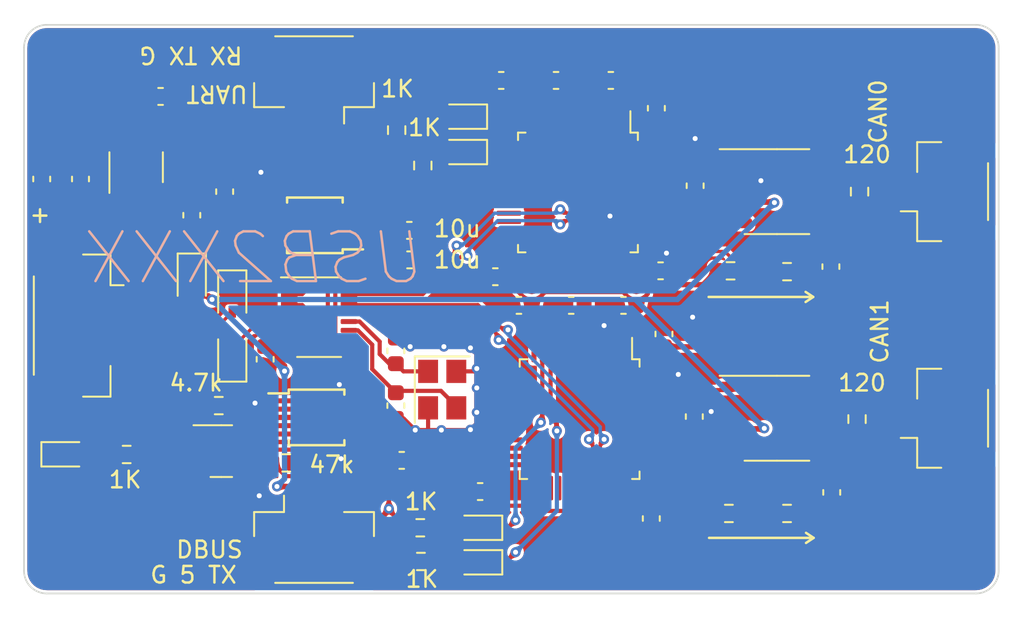
<source format=kicad_pcb>
(kicad_pcb (version 20211014) (generator pcbnew)
  (layers (0 "F.Cu" signal) (31 "B.Cu" signal) (34 "B.Paste" user) (35 "F.Paste" user) (36 "B.SilkS" user "B.Silkscreen") (37 "F.SilkS" user "F.Silkscreen") (38 "B.Mask" user) (39 "F.Mask" user) (44 "Edge.Cuts" user))
  (net 0 "")
  (net 1 "VCC")
  (net 2 "GND")
  (net 3 "Net-(C6-Pad2)")
  (net 4 "+5V")
  (net 5 "Net-(C11-Pad2)")
  (net 6 "Net-(C19-Pad1)")
  (net 7 "Net-(C20-Pad1)")
  (net 8 "/USB_HUB/XOUT")
  (net 9 "/USB_HUB/XIN")
  (net 10 "/STM1_CAN/LED1")
  (net 11 "Net-(D1-Pad2)")
  (net 12 "/STM1_CAN/LED2")
  (net 13 "Net-(D2-Pad2)")
  (net 14 "/STM2_CAN/LED1")
  (net 15 "Net-(D3-Pad2)")
  (net 16 "/STM2_CAN/LED2")
  (net 17 "Net-(D4-Pad2)")
  (net 18 "/USB_HUB/D-")
  (net 19 "/USB_HUB/D+")
  (net 20 "Net-(D8-Pad2)")
  (net 21 "/DBUS/DBus")
  (net 22 "/UART/RXD")
  (net 23 "/UART/TXD")
  (net 24 "/STM1_CAN/CAN_L")
  (net 25 "/STM1_CAN/CAN_H")
  (net 26 "/STM2_CAN/CAN_L")
  (net 27 "/STM2_CAN/CAN_H")
  (net 28 "Net-(Q1-Pad3)")
  (net 29 "Net-(R1-Pad1)")
  (net 30 "Net-(R6-Pad1)")
  (net 54 "/STM1_CAN/USB_D-")
  (net 55 "/STM1_CAN/USB_D+")
  (net 62 "/STM1_CAN/CAN_RX")
  (net 63 "/STM1_CAN/CAN_TX")
  (net 88 "/STM2_CAN/USB_D-")
  (net 89 "/STM2_CAN/USB_D+")
  (net 96 "/STM2_CAN/CAN_RX")
  (net 97 "/STM2_CAN/CAN_TX")
  (net 98 "/UART/D-")
  (net 99 "/UART/D+")
  (net 100 "/DBUS/D-")
  (net 101 "/DBUS/D+")
  (footprint "LED_SMD:LED_0603_1608Metric" (layer "F.Cu") (at 112.9792 89.0016 180)
    (fp_text reference "D3" hide)
    (fp_text value "LED")
  )
  (footprint "Capacitor_SMD:C_0603_1608Metric" (layer "F.Cu") (at 86.7156 65.8876 90)
    (fp_text reference "C9" hide)
    (fp_text value "100n")
  )
  (footprint "Resistor_SMD:R_0603_1608Metric" (layer "F.Cu") (at 109.5634 88.9508 180)
    (fp_text reference "R8" hide)
    (fp_text value "1K")
  )
  (footprint "Package_SO:SOIC-8_3.9x4.9mm_P1.27mm" (layer "F.Cu") (at 131.0132 80.3148)
    (fp_text reference "U5" hide)
    (fp_text value "TJA1051T-3")
  )
  (footprint "Package_QFP:LQFP-48_7x7mm_P0.5mm" (layer "F.Cu") (at 119.126 80.3656 -90)
    (fp_text reference "U4" hide)
    (fp_text value "STM32F072C8Tx")
  )
  (footprint "MyLib:SL2.1S-SSOP-16" (layer "F.Cu") (at 103.4288 74.2188)
    (fp_text reference "U6" hide)
    (fp_text value "SL2.1S")
  )
  (footprint "Connector_Molex:Molex_CLIK-Mate_502386-0470_1x04-1MP_P1.25mm_Horizontal" (layer "F.Cu") (at 88.9508 74.7268 -90)
    (fp_text reference "J1" hide)
    (fp_text value "Conn_01x04")
  )
  (footprint "Capacitor_SMD:C_0603_1608Metric" (layer "F.Cu") (at 108.0516 79.5528 -90)
    (fp_text reference "C21" hide)
    (fp_text value "18p")
  )
  (footprint "Package_TO_SOT_SMD:SOT-23" (layer "F.Cu") (at 97.536 82.296)
    (fp_text reference "Q1" hide)
    (fp_text value "S8050")
  )
  (footprint "Capacitor_SMD:C_0603_1608Metric" (layer "F.Cu") (at 117.7036 59.944)
    (fp_text reference "C6" hide)
    (fp_text value "100n")
  )
  (footprint "Connector_JST:JST_GH_SM02B-GHS-TB_1x02-1MP_P1.25mm_Horizontal" (layer "F.Cu") (at 141.1732 66.6496 90)
    (fp_text reference "J4" hide)
    (fp_text value "Conn_01x02")
  )
  (footprint "LED_SMD:LED_0603_1608Metric" (layer "F.Cu") (at 112.0648 64.262 180)
    (fp_text reference "D2" hide)
    (fp_text value "LED")
  )
  (footprint "Package_TO_SOT_SMD:SOT-23-5_HandSoldering" (layer "F.Cu") (at 92.4052 65.1764 90)
    (fp_text reference "U3" hide)
    (fp_text value "HX9193")
  )
  (footprint "Capacitor_SMD:C_0603_1608Metric" (layer "F.Cu") (at 89.0524 65.8876 90)
    (fp_text reference "C26" hide)
    (fp_text value "100n")
  )
  (footprint "Capacitor_SMD:C_0603_1608Metric" (layer "F.Cu") (at 115.4684 73.5076 180)
    (fp_text reference "C25" hide)
    (fp_text value "100n")
  )
  (footprint "Capacitor_SMD:C_0603_1608Metric" (layer "F.Cu") (at 108.0516 76.2508 90)
    (fp_text reference "C22" hide)
    (fp_text value "18p")
  )
  (footprint "Capacitor_SMD:C_0603_1608Metric" (layer "F.Cu") (at 113.1316 84.7344 180)
    (fp_text reference "C5" hide)
    (fp_text value "100n")
  )
  (footprint "Capacitor_SMD:C_0603_1608Metric" (layer "F.Cu") (at 126.0348 80.2132 90)
    (fp_text reference "C27" hide)
    (fp_text value "100n")
  )
  (footprint "Capacitor_SMD:C_0603_1608Metric" (layer "F.Cu") (at 124.206 75.2348 90)
    (fp_text reference "C16" hide)
    (fp_text value "100n")
  )
  (footprint "Diode_SMD:D_SOD-323" (layer "F.Cu") (at 98.1964 76.6064 90)
    (fp_text reference "D7" hide)
    (fp_text value "BV05C")
  )
  (footprint "Resistor_SMD:R_0603_1608Metric" (layer "F.Cu") (at 128.1176 86.0552 180)
    (fp_text reference "R6" hide)
    (fp_text value "0")
  )
  (footprint "Capacitor_SMD:C_0603_1608Metric" (layer "F.Cu") (at 121.7676 73.5076 180)
    (fp_text reference "C10" hide)
    (fp_text value "100n")
  )
  (footprint "LED_SMD:LED_0603_1608Metric" (layer "F.Cu") (at 112.0648 62.1284 180)
    (fp_text reference "D1" hide)
    (fp_text value "LED")
  )
  (footprint "Connector_JST:JST_GH_SM02B-GHS-TB_1x02-1MP_P1.25mm_Horizontal" (layer "F.Cu") (at 141.1732 80.3148 90)
    (fp_text reference "J5" hide)
    (fp_text value "Conn_01x02")
  )
  (footprint "Diode_SMD:D_SOD-323" (layer "F.Cu") (at 95.758 71.882 -90)
    (fp_text reference "D5" hide)
    (fp_text value "BV05C")
  )
  (footprint "LED_SMD:LED_0603_1608Metric" (layer "F.Cu") (at 112.9792 86.9188 180)
    (fp_text reference "D4" hide)
    (fp_text value "LED")
  )
  (footprint "Package_SO:SOIC-8_3.9x4.9mm_P1.27mm" (layer "F.Cu") (at 131.0132 66.6496)
    (fp_text reference "U2" hide)
    (fp_text value "TJA1051T-3")
  )
  (footprint "Capacitor_SMD:C_0603_1608Metric" (layer "F.Cu") (at 123.7488 61.6204 90)
    (fp_text reference "C7" hide)
    (fp_text value "100n")
  )
  (footprint "Resistor_SMD:R_0603_1608Metric" (layer "F.Cu") (at 97.3836 79.5528)
    (fp_text reference "R11" hide)
    (fp_text value "4.7K")
  )
  (footprint "Resistor_SMD:R_0603_1608Metric" (layer "F.Cu") (at 135.9916 66.6496 -90)
    (fp_text reference "R5" hide)
    (fp_text value "120")
  )
  (footprint "Capacitor_SMD:C_0603_1608Metric" (layer "F.Cu") (at 126.0856 66.294 90)
    (fp_text reference "C23" hide)
    (fp_text value "100n")
  )
  (footprint "Capacitor_SMD:C_0603_1608Metric" (layer "F.Cu") (at 97.7392 66.6496 90)
    (fp_text reference "C17" hide)
    (fp_text value "100n")
  )
  (footprint "Capacitor_SMD:C_0603_1608Metric" (layer "F.Cu") (at 114.046 71.7804 180)
    (fp_text reference "C24" hide)
    (fp_text value "100n")
  )
  (footprint "Capacitor_SMD:C_0603_1608Metric" (layer "F.Cu") (at 124.0028 71.4248)
    (fp_text reference "C12" hide)
    (fp_text value "100n")
  )
  (footprint "Capacitor_SMD:C_0603_1608Metric" (layer "F.Cu") (at 95.758 68.072 90)
    (fp_text reference "C18" hide)
    (fp_text value "100n")
  )
  (footprint "Resistor_SMD:R_0603_1608Metric" (layer "F.Cu") (at 131.6228 71.4756 180)
    (fp_text reference "R2" hide)
    (fp_text value "10K")
  )
  (footprint "Resistor_SMD:R_0603_1608Metric" (layer "F.Cu") (at 135.8392 80.3656 -90)
    (fp_text reference "R10" hide)
    (fp_text value "120")
  )
  (footprint "Capacitor_SMD:C_0603_1608Metric" (layer "F.Cu") (at 121.0056 59.944 180)
    (fp_text reference "C2" hide)
    (fp_text value "100n")
  )
  (footprint "Capacitor_SMD:C_0603_1608Metric" (layer "F.Cu") (at 134.3152 84.7852 -90)
    (fp_text reference "C14" hide)
    (fp_text value "100n")
  )
  (footprint "Package_SO:MSOP-10_3x3mm_P0.5mm" (layer "F.Cu") (at 103.1748 68.6816 180)
    (fp_text reference "U7" hide)
    (fp_text value "CH340E")
  )
  (footprint "Resistor_SMD:R_0603_1608Metric" (layer "F.Cu") (at 101.4476 83.0072)
    (fp_text reference "R12" hide)
    (fp_text value "47K")
  )
  (footprint "Connector_JST:JST_GH_SM03B-GHS-TB_1x03-1MP_P1.25mm_Horizontal" (layer "F.Cu") (at 103.124 59.8424 180)
    (fp_text reference "J3" hide)
    (fp_text value "Conn_01x03")
  )
  (footprint "Resistor_SMD:R_0603_1608Metric" (layer "F.Cu") (at 131.6228 86.0552 180)
    (fp_text reference "R7" hide)
    (fp_text value "10K")
  )
  (footprint "Resistor_SMD:R_0603_1608Metric" (layer "F.Cu") (at 109.6772 65.0748 -90)
    (fp_text reference "R4" hide)
    (fp_text value "1K")
  )
  (footprint "Capacitor_SMD:C_0603_1608Metric" (layer "F.Cu") (at 108.8644 68.9864)
    (fp_text reference "C19" hide)
    (fp_text value "10u")
  )
  (footprint "Capacitor_SMD:C_0603_1608Metric" (layer "F.Cu") (at 108.4072 82.8548)
    (fp_text reference "C3" hide)
    (fp_text value "100n")
  )
  (footprint "Capacitor_SMD:C_0603_1608Metric" (layer "F.Cu") (at 118.618 73.5076)
    (fp_text reference "C11" hide)
    (fp_text value "100n")
  )
  (footprint "Resistor_SMD:R_0603_1608Metric" (layer "F.Cu") (at 128.2192 71.4248 180)
    (fp_text reference "R1" hide)
    (fp_text value "0")
  )
  (footprint "Capacitor_SMD:C_0603_1608Metric" (layer "F.Cu") (at 114.4016 59.944 180)
    (fp_text reference "C13" hide)
    (fp_text value "100n")
  )
  (footprint "Diode_SMD:D_SOD-323" (layer "F.Cu") (at 98.1964 72.898 -90)
    (fp_text reference "D6" hide)
    (fp_text value "BV05C")
  )
  (footprint "Resistor_SMD:R_0603_1608Metric" (layer "F.Cu") (at 109.5248 86.9188 180)
    (fp_text reference "R9" hide)
    (fp_text value "1K")
  )
  (footprint "Connector_JST:JST_GH_SM03B-GHS-TB_1x03-1MP_P1.25mm_Horizontal" (layer "F.Cu") (at 103.124 87.6808)
    (fp_text reference "J2" hide)
    (fp_text value "Conn_01x03")
  )
  (footprint "LED_SMD:LED_0603_1608Metric" (layer "F.Cu") (at 88.1798 82.4884)
    (fp_text reference "D8" hide)
    (fp_text value "LED")
  )
  (footprint "Crystal:Crystal_SMD_3225-4Pin_3.2x2.5mm" (layer "F.Cu") (at 110.8456 78.5876 -90)
    (fp_text reference "Y1" hide)
    (fp_text value "12M")
  )
  (footprint "Capacitor_SMD:C_0603_1608Metric" (layer "F.Cu") (at 100.1776 76.7588 -90)
    (fp_text reference "C8" hide)
    (fp_text value "100n")
  )
  (footprint "Capacitor_SMD:C_0603_1608Metric" (layer "F.Cu") (at 108.8774 70.7644)
    (fp_text reference "C20" hide)
    (fp_text value "10u")
  )
  (footprint "Package_QFP:LQFP-48_7x7mm_P0.5mm" (layer "F.Cu") (at 119.0244 66.7004 -90)
    (fp_text reference "U1" hide)
    (fp_text value "STM32F072C8Tx")
  )
  (footprint "Package_SO:MSOP-10_3x3mm_P0.5mm" (layer "F.Cu") (at 103.2764 80.264)
    (fp_text reference "U8" hide)
    (fp_text value "CH340E")
  )
  (footprint "Resistor_SMD:R_0603_1608Metric" (layer "F.Cu") (at 108.1024 62.9412 -90)
    (fp_text reference "R3" hide)
    (fp_text value "1K")
  )
  (footprint "Capacitor_SMD:C_0603_1608Metric" (layer "F.Cu") (at 134.2644 71.1708 -90)
    (fp_text reference "C1" hide)
    (fp_text value "100n")
  )
  (footprint "Capacitor_SMD:C_0603_1608Metric" (layer "F.Cu") (at 123.444 86.36 -90)
    (fp_text reference "C15" hide)
    (fp_text value "100n")
  )
  (footprint "Resistor_SMD:R_0603_1608Metric" (layer "F.Cu") (at 91.8342 82.4992 180)
    (fp_text reference "R13" hide)
    (fp_text value "1K")
  )
  (footprint "Capacitor_SMD:C_0603_1608Metric" (layer "F.Cu") (at 93.8784 60.9092)
    (fp_text reference "C4" hide)
    (fp_text value "100n")
  )
  (gr_line (start 133.223 87.5284) (end 132.7658 87.2236) (layer "F.SilkS") (width 0.15))
  (gr_line (start 133.223 87.5284) (end 132.7658 87.8332) (layer "F.SilkS") (width 0.15))
  (gr_line (start 133.1976 72.9996) (end 132.7404 73.3044) (layer "F.SilkS") (width 0.15))
  (gr_line (start 126.9238 87.5284) (end 133.223 87.5284) (layer "F.SilkS") (width 0.15))
  (gr_line (start 133.1976 72.9996) (end 132.7404 72.6948) (layer "F.SilkS") (width 0.15))
  (gr_line (start 126.8984 72.9996) (end 133.1976 72.9996) (layer "F.SilkS") (width 0.15))
  (gr_arc (start 87.0204 90.8812) (mid 86.050532 90.479468) (end 85.6488 89.5096) (layer "Edge.Cuts") (width 0.1))
  (gr_arc (start 143.002 56.5912) (mid 143.971868 56.992932) (end 144.3736 57.9628) (layer "Edge.Cuts") (width 0.1))
  (gr_line (start 144.3736 57.9628) (end 144.3736 89.5096) (layer "Edge.Cuts") (width 0.1))
  (gr_line (start 143.002 90.8812) (end 87.0204 90.8812) (layer "Edge.Cuts") (width 0.1))
  (gr_arc (start 85.6488 57.9628) (mid 86.050532 56.992932) (end 87.0204 56.5912) (layer "Edge.Cuts") (width 0.1))
  (gr_arc (start 144.3736 89.5096) (mid 143.971868 90.479468) (end 143.002 90.8812) (layer "Edge.Cuts") (width 0.1))
  (gr_line (start 87.0204 56.5912) (end 143.002 56.5912) (layer "Edge.Cuts") (width 0.1))
  (gr_line (start 85.6488 89.5096) (end 85.6488 57.9628) (layer "Edge.Cuts") (width 0.1))
  (gr_text "USB2XXX" (at 99.7204 70.6628) (layer "B.SilkS") (effects (font (size 3 3) (thickness 0.15) italic) (justify mirror)))
  (gr_text "1K" (at 108.1532 60.452) (layer "F.SilkS") (effects (font (size 1 1))))
  (gr_text "1K" (at 109.6264 90.0176) (layer "F.SilkS") (effects (font (size 1 1))))
  (gr_text "10u" (at 111.76 70.7644) (layer "F.SilkS") (effects (font (size 1 1))))
  (gr_text "10u" (at 111.76 68.8848) (layer "F.SilkS") (effects (font (size 1 1))))
  (gr_text "G 5 TX" (at 95.8596 89.7636) (layer "F.SilkS") (effects (font (size 1 1))))
  (gr_text "+" (at 86.614 68.0212) (layer "F.SilkS") (effects (font (size 1 1))))
  (gr_text "4.7k" (at 96.012 78.1812) (layer "F.SilkS") (effects (font (size 1 1))))
  (gr_text "120" (at 136.4488 64.4144) (layer "F.SilkS") (effects (font (size 1 1))))
  (gr_text "120" (at 136.144 78.1812) (layer "F.SilkS") (effects (font (size 1 1))))
  (gr_text "RX TX G" (at 95.7072 58.42 180) (layer "F.SilkS") (effects (font (size 1 1))))
  (gr_text "CAN0" (at 137.1092 61.8236 90) (layer "F.SilkS") (effects (font (size 1 1))))
  (gr_text "1K" (at 91.7448 84.0232) (layer "F.SilkS") (effects (font (size 1 1))))
  (gr_text "DBUS" (at 96.8248 88.2396) (layer "F.SilkS") (effects (font (size 1 1))))
  (gr_text "1K" (at 109.7788 62.7888) (layer "F.SilkS") (effects (font (size 1 1))))
  (gr_text "CAN1" (at 137.2108 75.0824 90) (layer "F.SilkS") (effects (font (size 1 1))))
  (gr_text "UART" (at 97.282 60.7568 180) (layer "F.SilkS") (effects (font (size 1 1))))
  (gr_text "47k" (at 104.1908 83.1088) (layer "F.SilkS") (effects (font (size 1 1))))
  (gr_text "1K" (at 109.5756 85.344) (layer "F.SilkS") (effects (font (size 1 1))))
  (segment (start 121.7744 64.560394) (end 121.7744 62.5379) (width 0.25) (layer "F.Cu") (net 1))
  (segment (start 95.3008 61.8744) (end 95.3008 64.9862) (width 0.32) (layer "F.Cu") (net 1))
  (segment (start 113.8428 70.8022) (end 114.821 71.7804) (width 0.25) (layer "F.Cu") (net 1))
  (segment (start 134.7724 82.9564) (end 134.7724 83.553) (width 0.32) (layer "F.Cu") (net 1))
  (segment (start 114.76232 85.59012) (end 116.52732 85.59012) (width 0.25) (layer "F.Cu") (net 1))
  (segment (start 118.994388 64.560394) (end 121.7744 64.560394) (width 0.25) (layer "F.Cu") (net 1))
  (segment (start 131.68828 71.8514) (end 131.68828 70.96884) (width 0.32) (layer "F.Cu") (net 1))
  (segment (start 117.4388 60.8076) (end 116.0402 60.8076) (width 0.25) (layer "F.Cu") (net 1))
  (segment (start 123.7556 63.9504) (end 124.1044 63.6016) (width 0.25) (layer "F.Cu") (net 1))
  (segment (start 99.4156 61.8744) (end 100.8888 60.4012) (width 0.32) (layer "F.Cu") (net 1))
  (segment (start 93.6122 82.4992) (end 98.1842 87.0712) (width 0.32) (layer "F.Cu") (net 1))
  (segment (start 122.384394 63.9504) (end 123.1869 63.9504) (width 0.25) (layer "F.Cu") (net 1))
  (segment (start 107.6322 85.8512) (end 108.6998 86.9188) (width 0.25) (layer "F.Cu") (net 1))
  (segment (start 132.18868 67.67268) (end 133.0706 68.5546) (width 0.25) (layer "F.Cu") (net 1))
  (segment (start 100.9748 69.6816) (end 100.949311 69.656111) (width 0.25) (layer "F.Cu") (net 1))
  (segment (start 123.1869 63.9504) (end 123.7556 63.9504) (width 0.25) (layer "F.Cu") (net 1))
  (segment (start 123.2278 71.4248) (end 123.2278 72.8224) (width 0.25) (layer "F.Cu") (net 1))
  (segment (start 93.6122 82.4992) (end 96.5586 79.5528) (width 0.32) (layer "F.Cu") (net 1))
  (segment (start 106.5784 79.366978) (end 106.5784 80.661022) (width 0.25) (layer "F.Cu") (net 1))
  (segment (start 108.7384 86.9574) (end 108.6998 86.9188) (width 0.32) (layer "F.Cu") (net 1))
  (segment (start 106.475422 79.264) (end 106.5784 79.366978) (width 0.25) (layer "F.Cu") (net 1))
  (segment (start 116.84 85.9028) (end 122.2384 85.9028) (width 0.25) (layer "F.Cu") (net 1))
  (segment (start 131.68828 70.96884) (end 132.26132 70.3958) (width 0.32) (layer "F.Cu") (net 1))
  (segment (start 117.7744 63.340406) (end 118.994388 64.560394) (width 0.25) (layer "F.Cu") (net 1))
  (segment (start 133.985 68.5546) (end 134.7724 69.342) (width 0.25) (layer "F.Cu") (net 1))
  (segment (start 99.914289 68.081311) (end 99.914289 68.386111) (width 0.25) (layer "F.Cu") (net 1))
  (segment (start 124.1044 62.751) (end 123.7488 62.3954) (width 0.25) (layer "F.Cu") (net 1))
  (segment (start 124.0096 77.6156) (end 124.206 77.4192) (width 0.25) (layer "F.Cu") (net 1))
  (segment (start 123.9142 86.0552) (end 123.444 85.585) (width 0.32) (layer "F.Cu") (net 1))
  (segment (start 121.74308 72.70808) (end 117.04292 72.70808) (width 0.25) (layer "F.Cu") (net 1))
  (segment (start 133.4882 68.5546) (end 133.985 68.5546) (width 0.25) (layer "F.Cu") (net 1))
  (segment (start 97.7392 67.4246) (end 99.327 67.4246) (width 0.25) (layer "F.Cu") (net 1))
  (segment (start 106.02696 60.4012) (end 107.26788 61.64212) (width 0.32) (layer "F.Cu") (net 1))
  (segment (start 124.1044 63.6016) (end 124.1044 62.751) (width 0.25) (layer "F.Cu") (net 1))
  (segment (start 121.7744 59.9502) (end 121.7806 59.944) (width 0.25) (layer "F.Cu") (net 1))
  (segment (start 114.9635 83.1156) (end 114.2932 83.1156) (width 0.25) (layer "F.Cu") (net 1))
  (segment (start 117.7744 62.5379) (end 117.7744 63.340406) (width 0.25) (layer "F.Cu") (net 1))
  (segment (start 100.8888 60.4012) (end 106.02696 60.4012) (width 0.32) (layer "F.Cu") (net 1))
  (segment (start 131.68828 85.54844) (end 133.22652 84.0102) (width 0.32) (layer "F.Cu") (net 1))
  (segment (start 127.83377 76.0098) (end 124.206 76.0098) (width 0.32) (layer "F.Cu") (net 1))
  (segment (start 114.821 72.0852) (end 116.2434 73.5076) (width 0.25) (layer "F.Cu") (net 1))
  (segment (start 94.0686 61.8744) (end 93.1034 60.9092) (width 0.32) (layer "F.Cu") (net 1))
  (segment (start 128.12712 86.88972) (end 131.36052 86.88972) (width 0.32) (layer "F.Cu") (net 1))
  (segment (start 124.06232 72.25932) (end 123.2278 71.4248) (width 0.32) (layer "F.Cu") (net 1))
  (segment (start 116.0402 60.8076) (end 115.1766 59.944) (width 0.25) (layer "F.Cu") (net 1))
  (segment (start 126.61048 72.31012) (end 131.22956 72.31012) (width 0.32) (layer "F.Cu") (net 1))
  (segment (start 108.1024 63.7662) (end 107.26788 62.93168) (width 0.32) (layer "F.Cu") (net 1))
  (segment (start 106.5784 80.661022) (end 106.5784 81.801) (width 0.25) (layer "F.Cu") (net 1))
  (segment (start 113.10708 85.53392) (end 113.9066 84.7344) (width 0.25) (layer "F.Cu") (net 1))
  (segment (start 105.4764 79.264) (end 106.475422 79.264) (width 0.25) (layer "F.Cu") (net 1))
  (segment (start 133.22652 84.0102) (end 134.3152 84.0102) (width 0.32) (layer "F.Cu") (net 1))
  (segment (start 107.6322 82.8548) (end 107.6322 85.7634) (width 0.25) (layer "F.Cu") (net 1))
  (segment (start 122.1232 71.9836) (end 122.669 71.9836) (width 0.25) (layer "F.Cu") (net 1))
  (segment (start 122.2384 85.9028) (end 123.1262 85.9028) (width 0.25) (layer "F.Cu") (net 1))
  (segment (start 127.2926 86.0552) (end 123.9142 86.0552) (width 0.32) (layer "F.Cu") (net 1))
  (segment (start 126.55968 72.25932) (end 126.61048 72.31012) (width 0.32) (layer "F.Cu") (net 1))
  (segment (start 98.1842 87.0712) (end 106.4122 87.0712) (width 0.32) (layer "F.Cu") (net 1))
  (segment (start 105.4764 79.264) (end 105.501889 79.289489) (width 0.25) (layer "F.Cu") (net 1))
  (segment (start 100.9748 68.1816) (end 100.014578 68.1816) (width 0.25) (layer "F.Cu") (net 1))
  (segment (start 130.048 79.20517) (end 130.048 78.22403) (width 0.32) (layer "F.Cu") (net 1))
  (segment (start 113.9066 84.7344) (end 114.76232 85.59012) (width 0.25) (layer "F.Cu") (net 1))
  (segment (start 126.55968 72.25932) (end 124.06232 72.25932) (width 0.32) (layer "F.Cu") (net 1))
  (segment (start 95.3008 61.8744) (end 99.4156 61.8744) (width 0.32) (layer "F.Cu") (net 1))
  (segment (start 114.2932 83.1156) (end 113.9066 83.5022) (width 0.25) (layer "F.Cu") (net 1))
  (segment (start 121.876 74.1742) (end 122.5426 73.5076) (width 0.25) (layer "F.Cu") (net 1))
  (segment (start 108.13148 60.77852) (end 114.34208 60.77852) (width 0.32) (layer "F.Cu") (net 1))
  (segment (start 108.7384 88.9508) (end 108.7384 86.9574) (width 0.32) (layer "F.Cu") (net 1))
  (segment (start 91.4552 62.5574) (end 91.4552 63.8264) (width 0.32) (layer "F.Cu") (net 1))
  (segment (start 114.34208 60.77852) (end 115.1766 59.944) (width 0.32) (layer "F.Cu") (net 1))
  (segment (start 134.7724 69.8878) (end 134.2644 70.3958) (width 0.25) (layer "F.Cu") (net 1))
  (segment (start 113.8428 69.85) (end 113.8428 70.8022) (width 0.25) (layer "F.Cu") (net 1))
  (segment (start 114.8619 69.4504) (end 114.2424 69.4504) (width 0.25) (layer "F.Cu") (net 1))
  (segment (start 123.1262 85.9028) (end 123.444 85.585) (width 0.25) (layer "F.Cu") (net 1))
  (segment (start 122.485994 77.6156) (end 123.2885 77.6156) (width 0.25) (layer "F.Cu") (net 1))
  (segment (start 121.876 76.2031) (end 121.876 74.1742) (width 0.25) (layer "F.Cu") (net 1))
  (segment (start 134.7724 69.342) (end 134.7724 69.8878) (width 0.25) (layer "F.Cu") (net 1))
  (segment (start 106.475422 80.764) (end 105.4764 80.764) (width 0.25) (layer "F.Cu") (net 1))
  (segment (start 107.6322 85.7634) (end 107.6322 85.8512) (width 0.25) (layer "F.Cu") (net 1))
  (segment (start 131.36052 86.88972) (end 131.68828 86.56196) (width 0.32) (layer "F.Cu") (net 1))
  (segment (start 121.876 78.225594) (end 122.485994 77.6156) (width 0.25) (layer "F.Cu") (net 1))
  (segment (start 132.26132 70.3958) (end 134.2644 70.3958) (width 0.32) (layer "F.Cu") (net 1))
  (segment (start 93.1034 60.9092) (end 91.4552 62.5574) (width 0.32) (layer "F.Cu") (net 1))
  (segment (start 107.26788 62.00508) (end 107.26788 61.64212) (width 0.32) (layer "F.Cu") (net 1))
  (segment (start 106.5784 80.661022) (end 106.475422 80.764) (width 0.25) (layer "F.Cu") (net 1))
  (segment (start 121.876 78.225594) (end 121.876 76.2031) (width 0.25) (layer "F.Cu") (net 1))
  (segment (start 100.014578 68.1816) (end 99.914289 68.081311) (width 0.25) (layer "F.Cu") (net 1))
  (segment (start 131.22956 72.31012) (end 131.68828 71.8514) (width 0.32) (layer "F.Cu") (net 1))
  (segment (start 100.949311 69.656111) (end 99.914289 69.656111) (width 0.25) (layer "F.Cu") (net 1))
  (segment (start 133.06263 82.2198) (end 130.048 79.20517) (width 0.32) (layer "F.Cu") (net 1))
  (segment (start 109.6772 65.8998) (end 108.1024 64.325) (width 0.32) (layer "F.Cu") (net 1))
  (segment (start 117.7744 62.5379) (end 117.7744 61.1432) (width 0.25) (layer "F.Cu") (net 1))
  (segment (start 114.2424 69.4504) (end 113.8428 69.85) (width 0.25) (layer "F.Cu") (net 1))
  (segment (start 121.7744 71.6348) (end 122.1232 71.9836) (width 0.25) (layer "F.Cu") (net 1))
  (segment (start 121.7744 70.8629) (end 121.7744 71.6348) (width 0.25) (layer "F.Cu") (net 1))
  (segment (start 133.4882 82.2198) (end 133.06263 82.2198) (width 0.32) (layer "F.Cu") (net 1))
  (segment (start 106.5784 81.801) (end 107.6322 82.8548) (width 0.25) (layer "F.Cu") (net 1))
  (segment (start 117.876 76.2031) (end 117.876 75.1402) (width 0.25) (layer "F.Cu") (net 1))
  (segment (start 107.26788 61.64212) (end 108.13148 60.77852) (width 0.32) (layer "F.Cu") (net 1))
  (segment (start 121.7744 70.8629) (end 121.7744 64.560394) (width 0.25) (layer "F.Cu") (net 1))
  (segment (start 99.914289 69.656111) (end 99.914289 68.386111) (width 0.25) (layer "F.Cu") (net 1))
  (segment (start 127.835072 62.3954) (end 132.18868 66.749008) (width 0.25) (layer "F.Cu") (net 1))
  (segment (start 123.7488 62.3954) (end 127.835072 62.3954) (width 0.25) (layer "F.Cu") (net 1))
  (segment (start 123.2885 77.6156) (end 124.0096 77.6156) (width 0.25) (layer "F.Cu") (net 1))
  (segment (start 108.1024 64.325) (end 108.1024 63.7662) (width 0.32) (layer "F.Cu") (net 1))
  (segment (start 95.3008 64.9862) (end 97.7392 67.4246) (width 0.32) (layer "F.Cu") (net 1))
  (segment (start 116.52732 85.59012) (end 116.84 85.9028) (width 0.25) (layer "F.Cu") (net 1))
  (segment (start 114.821 71.7804) (end 114.821 72.0852) (width 0.25) (layer "F.Cu") (net 1))
  (segment (start 123.2278 72.8224) (end 122.5426 73.5076) (width 0.25) (layer "F.Cu") (net 1))
  (segment (start 107.26788 62.93168) (end 107.26788 62.00508) (width 0.32) (layer "F.Cu") (net 1))
  (segment (start 106.4122 87.0712) (end 107.6322 85.8512) (width 0.32) (layer "F.Cu") (net 1))
  (segment (start 117.04292 72.70808) (end 116.2434 73.5076) (width 0.25) (layer "F.Cu") (net 1))
  (segment (start 110.08468 85.53392) (end 113.10708 85.53392) (width 0.25) (layer "F.Cu") (net 1))
  (segment (start 124.206 77.4192) (end 124.206 76.0098) (width 0.25) (layer "F.Cu") (net 1))
  (segment (start 121.876 84.5281) (end 121.876 78.225594) (width 0.25) (layer "F.Cu") (net 1))
  (segment (start 121.7744 62.5379) (end 121.7744 59.9502) (width 0.25) (layer "F.Cu") (net 1))
  (segment (start 117.7744 61.1432) (end 117.4388 60.8076) (width 0.25) (layer "F.Cu") (net 1))
  (segment (start 121.876 84.5281) (end 121.876 85.5404) (width 0.25) (layer "F.Cu") (net 1))
  (segment (start 132.18868 66.749008) (end 132.18868 67.67268) (width 0.25) (layer "F.Cu") (net 1))
  (segment (start 121.7744 64.560394) (end 122.384394 63.9504) (width 0.25) (layer "F.Cu") (net 1))
  (segment (start 131.68828 86.56196) (end 131.68828 85.54844) (width 0.32) (layer "F.Cu") (net 1))
  (segment (start 127.2926 86.0552) (end 128.12712 86.88972) (width 0.32) (layer "F.Cu") (net 1))
  (segment (start 134.0358 82.2198) (end 134.7724 82.9564) (width 0.32) (layer "F.Cu") (net 1))
  (segment (start 127.3942 71.4248) (end 126.55968 72.25932) (width 0.32) (layer "F.Cu") (net 1))
  (segment (start 130.048 78.22403) (end 127.83377 76.0098) (width 0.32) (layer "F.Cu") (net 1))
  (segment (start 92.6592 82.4992) (end 93.6122 82.4992) (width 0.32) (layer "F.Cu") (net 1))
  (segment (start 99.914289 68.011889) (end 99.914289 68.081311) (width 0.25) (layer "F.Cu") (net 1))
  (segment (start 121.876 85.5404) (end 122.2384 85.9028) (width 0.25) (layer "F.Cu") (net 1))
  (segment (start 133.4882 82.2198) (end 134.0358 82.2198) (width 0.32) (layer "F.Cu") (net 1))
  (segment (start 122.5426 73.5076) (end 121.74308 72.70808) (width 0.25) (layer "F.Cu") (net 1))
  (segment (start 117.876 75.1402) (end 116.2434 73.5076) (width 0.25) (layer "F.Cu") (net 1))
  (segment (start 113.9066 83.5022) (end 113.9066 84.7344) (width 0.25) (layer "F.Cu") (net 1))
  (segment (start 122.669 71.9836) (end 123.2278 71.4248) (width 0.25) (layer "F.Cu") (net 1))
  (segment (start 95.3008 61.8744) (end 94.0686 61.8744) (width 0.32) (layer "F.Cu") (net 1))
  (segment (start 99.327 67.4246) (end 99.914289 68.011889) (width 0.25) (layer "F.Cu") (net 1))
  (segment (start 134.7724 83.553) (end 134.3152 84.0102) (width 0.32) (layer "F.Cu") (net 1))
  (segment (start 133.0706 68.5546) (end 133.4882 68.5546) (width 0.25) (layer "F.Cu") (net 1))
  (segment (start 108.6998 86.9188) (end 110.08468 85.53392) (width 0.25) (layer "F.Cu") (net 1))
  (via (at 107.6322 85.7634) (size 0.6) (drill 0.3) (layers "F.Cu" "B.Cu") (net 1))
  (segment (start 111.6956 77.4876) (end 112.7584 77.4876) (width 0.25) (layer "F.Cu") (net 2))
  (segment (start 112.5474 81.0006) (end 112.9284 80.6196) (width 0.25) (layer "F.Cu") (net 2))
  (segment (start 109.9956 79.6876) (end 109.9956 80.9888) (width 0.25) (layer "F.Cu") (net 2))
  (segment (start 109.22 81.026) (end 110.0328 81.026) (width 0.25) (layer "F.Cu") (net 2))
  (segment (start 111.6956 76.0104) (end 111.7092 75.9968) (width 0.25) (layer "F.Cu") (net 2))
  (segment (start 108.0516 80.3278) (end 108.5218 80.3278) (width 0.25) (layer "F.Cu") (net 2))
  (segment (start 110.7948 81.026) (end 112.522 81.026) (width 0.25) (layer "F.Cu") (net 2))
  (segment (start 112.9284 79.9592) (end 112.9284 78.486) (width 0.25) (layer "F.Cu") (net 2))
  (segment (start 112.9284 77.3176) (end 112.9284 76.454) (width 0.25) (layer "F.Cu") (net 2))
  (segment (start 112.9284 76.454) (end 112.5474 76.073) (width 0.25) (layer "F.Cu") (net 2))
  (segment (start 112.9284 78.486) (end 112.9284 77.3176) (width 0.25) (layer "F.Cu") (net 2))
  (segment (start 112.4712 75.9968) (end 111.7092 75.9968) (width 0.25) (layer "F.Cu") (net 2))
  (segment (start 112.9284 80.6196) (end 112.9284 79.9592) (width 0.25) (layer "F.Cu") (net 2))
  (segment (start 112.5474 76.073) (end 112.4712 75.9968) (width 0.25) (layer "F.Cu") (net 2))
  (segment (start 110.0328 81.026) (end 110.7948 81.026) (width 0.25) (layer "F.Cu") (net 2))
  (segment (start 108.5726 75.9968) (end 108.0516 75.4758) (width 0.25) (layer "F.Cu") (net 2))
  (segment (start 110.9472 75.9968) (end 108.9152 75.9968) (width 0.25) (layer "F.Cu") (net 2))
  (segment (start 109.9956 80.9888) (end 110.0328 81.026) (width 0.25) (layer "F.Cu") (net 2))
  (segment (start 111.7092 75.9968) (end 110.9472 75.9968) (width 0.25) (layer "F.Cu") (net 2))
  (segment (start 108.9152 75.9968) (end 108.5726 75.9968) (width 0.25) (layer "F.Cu") (net 2))
  (segment (start 112.522 81.026) (end 112.5474 81.0006) (width 0.25) (layer "F.Cu") (net 2))
  (segment (start 112.7584 77.4876) (end 112.9284 77.3176) (width 0.25) (layer "F.Cu") (net 2))
  (segment (start 108.5218 80.3278) (end 109.22 81.026) (width 0.25) (layer "F.Cu") (net 2))
  (via (at 108.9152 75.9968) (size 0.6) (drill 0.3) (layers "F.Cu" "B.Cu") (net 2))
  (via (at 120.9548 68.1228) (size 0.6) (drill 0.3) (layers "F.Cu" "B.Cu") (net 2))
  (via (at 127.0508 79.9084) (size 0.6) (drill 0.3) (layers "F.Cu" "B.Cu") (net 2))
  (via (at 112.9284 77.3176) (size 0.6) (drill 0.3) (layers "F.Cu" "B.Cu") (net 2))
  (via (at 104.648 78.2828) (size 0.6) (drill 0.3) (layers "F.Cu" "B.Cu") (net 2))
  (via (at 110.7948 81.026) (size 0.6) (drill 0.3) (layers "F.Cu" "B.Cu") (net 2))
  (via (at 120.5992 74.7268) (size 0.6) (drill 0.3) (layers "F.Cu" "B.Cu") (net 2))
  (via (at 99.568 79.4004) (size 0.6) (drill 0.3) (layers "F.Cu" "B.Cu") (net 2))
  (via (at 110.9472 75.9968) (size 0.6) (drill 0.3) (layers "F.Cu" "B.Cu") (net 2))
  (via (at 125.9332 74.2188) (size 0.6) (drill 0.3) (layers "F.Cu" "B.Cu") (net 2))
  (via (at 112.5474 76.073) (size 0.6) (drill 0.3) (layers "F.Cu" "B.Cu") (net 2))
  (via (at 104.7496 82.7532) (size 0.6) (drill 0.3) (layers "F.Cu" "B.Cu") (net 2))
  (via (at 112.9284 78.486) (size 0.6) (drill 0.3) (layers "F.Cu" "B.Cu") (net 2))
  (via (at 109.22 81.026) (size 0.6) (drill 0.3) (layers "F.Cu" "B.Cu") (net 2))
  (via (at 112.9284 79.9592) (size 0.6) (drill 0.3) (layers "F.Cu" "B.Cu") (net 2))
  (via (at 130.048 65.9892) (size 0.6) (drill 0.3) (layers "F.Cu" "B.Cu") (net 2))
  (via (at 125.0696 77.6732) (size 0.6) (drill 0.3) (layers "F.Cu" "B.Cu") (net 2))
  (via (at 112.5474 81.0006) (size 0.6) (drill 0.3) (layers "F.Cu" "B.Cu") (net 2))
  (via (at 126.0856 63.4492) (size 0.6) (drill 0.3) (layers "F.Cu" "B.Cu") (net 2))
  (via (at 99.822 84.9884) (size 0.6) (drill 0.3) (layers "F.Cu" "B.Cu") (net 2))
  (via (at 124.3584 70.358) (size 0.6) (drill 0.3) (layers "F.Cu" "B.Cu") (net 2))
  (via (at 99.9236 65.4812) (size 0.6) (drill 0.3) (layers "F.Cu" "B.Cu") (net 2))
  (segment (start 118.7744 62.5379) (end 118.7744 60.2398) (width 0.25) (layer "F.Cu") (net 3))
  (segment (start 118.7744 60.2398) (end 118.4786 59.944) (width 0.25) (layer "F.Cu") (net 3))
  (segment (start 130.2258 80.9498) (end 130.2512 80.9244) (width 0.32) (layer "F.Cu") (net 4))
  (segment (start 91.494711 67.665911) (end 93.089711 67.665911) (width 0.32) (layer "F.Cu") (net 4))
  (segment (start 130.8354 67.2846) (end 130.8608 67.31) (width 0.32) (layer "F.Cu") (net 4))
  (segment (start 89.0524 68.0212) (end 89.0524 66.6626) (width 0.32) (layer "F.Cu") (net 4))
  (segment (start 126.0348 80.9882) (end 128.4998 80.9882) (width 0.32) (layer "F.Cu") (net 4))
  (segment (start 95.758 72.932) (end 96.7572 72.932) (width 0.32) (layer "F.Cu") (net 4))
  (segment (start 93.3552 67.400422) (end 93.3552 66.5264) (width 0.32) (layer "F.Cu") (net 4))
  (segment (start 91.319 66.6626) (end 91.4552 66.5264) (width 0.32) (layer "F.Cu") (net 4))
  (segment (start 128.5382 67.2846) (end 130.8354 67.2846) (width 0.32) (layer "F.Cu") (net 4))
  (segment (start 94.6404 69.9646) (end 95.758 68.847) (width 0.32) (layer "F.Cu") (net 4))
  (segment (start 89.0524 66.6626) (end 91.319 66.6626) (width 0.32) (layer "F.Cu") (net 4))
  (segment (start 91.4552 66.5264) (end 91.4552 67.6264) (width 0.32) (layer "F.Cu") (net 4))
  (segment (start 89.0524 68.0212) (end 90.8008 69.7696) (width 0.32) (layer "F.Cu") (net 4))
  (segment (start 100.6176 75.5438) (end 100.1776 75.9838) (width 0.25) (layer "F.Cu") (net 4))
  (segment (start 96.7572 72.932) (end 96.9772 73.152) (width 0.32) (layer "F.Cu") (net 4))
  (segment (start 103.124 84.8868) (end 102.6668 84.4296) (width 0.32) (layer "F.Cu") (net 4))
  (segment (start 95.6778 72.8518) (end 95.758 72.932) (width 0.32) (layer "F.Cu") (net 4))
  (segment (start 128.4998 80.9882) (end 128.5382 80.9498) (width 0.32) (layer "F.Cu") (net 4))
  (segment (start 103.124 85.8308) (end 103.124 84.8868) (width 0.32) (layer "F.Cu") (net 4))
  (segment (start 94.6404 71.8144) (end 94.6404 69.9646) (width 0.32) (layer "F.Cu") (net 4))
  (segment (start 101.346 77.1522) (end 100.1776 75.9838) (width 0.32) (layer "F.Cu") (net 4))
  (segment (start 95.758 72.932) (end 94.6404 71.8144) (width 0.32) (layer "F.Cu") (net 4))
  (segment (start 93.089711 67.665911) (end 93.3552 67.400422) (width 0.32) (layer "F.Cu") (net 4))
  (segment (start 128.5382 67.2846) (end 126.3012 67.2846) (width 0.32) (layer "F.Cu") (net 4))
  (segment (start 101.346 77.47) (end 101.346 77.1522) (width 0.32) (layer "F.Cu") (net 4))
  (segment (start 95.758 72.932) (end 90.881 72.932) (width 0.32) (layer "F.Cu") (net 4))
  (segment (start 90.8008 69.7696) (end 90.8008 72.8518) (width 0.32) (layer "F.Cu") (net 4))
  (segment (start 91.4552 67.6264) (end 91.494711 67.665911) (width 0.32) (layer "F.Cu") (net 4))
  (segment (start 126.3012 67.2846) (end 126.0856 67.069) (width 0.32) (layer "F.Cu") (net 4))
  (segment (start 89.0524 66.6626) (end 86.7156 66.6626) (width 0.32) (layer "F.Cu") (net 4))
  (segment (start 101.6288 75.5438) (end 100.6176 75.5438) (width 0.25) (layer "F.Cu") (net 4))
  (segment (start 128.5382 80.9498) (end 130.2258 80.9498) (width 0.32) (layer "F.Cu") (net 4))
  (segment (start 90.881 72.932) (end 90.8008 72.8518) (width 0.32) (layer "F.Cu") (net 4))
  (segment (start 102.6668 84.4296) (end 100.8888 84.4296) (width 0.32) (layer "F.Cu") (net 4))
  (via (at 101.346 77.47) (size 0.6) (drill 0.3) (layers "F.Cu" "B.Cu") (net 4))
  (via (at 130.8608 67.31) (size 0.6) (drill 0.3) (layers "F.Cu" "B.Cu") (net 4))
  (via (at 100.8888 84.4296) (size 0.6) (drill 0.3) (layers "F.Cu" "B.Cu") (net 4))
  (via (at 96.9772 73.152) (size 0.6) (drill 0.3) (layers "F.Cu" "B.Cu") (net 4))
  (via (at 130.2512 80.9244) (size 0.6) (drill 0.3) (layers "F.Cu" "B.Cu") (net 4))
  (segment (start 125.0188 73.152) (end 130.8608 67.31) (width 0.32) (layer "B.Cu") (net 4))
  (segment (start 101.346 77.47) (end 101.2952 77.47) (width 0.32) (layer "B.Cu") (net 4))
  (segment (start 96.9772 73.152) (end 101.346 77.47) (width 0.32) (layer "B.Cu") (net 4))
  (segment (start 101.346 83.9724) (end 100.8888 84.4296) (width 0.32) (layer "B.Cu") (net 4))
  (segment (start 122.4788 73.152) (end 125.0188 73.152) (width 0.32) (layer "B.Cu") (net 4))
  (segment (start 101.346 77.47) (end 101.346 83.9724) (width 0.32) (layer "B.Cu") (net 4))
  (segment (start 122.4788 73.152) (end 130.2512 80.9244) (width 0.32) (layer "B.Cu") (net 4))
  (segment (start 96.9772 73.152) (end 122.4788 73.152) (width 0.32) (layer "B.Cu") (net 4))
  (segment (start 118.876 74.0246) (end 119.393 73.5076) (width 0.25) (layer "F.Cu") (net 5))
  (segment (start 118.876 76.2031) (end 118.876 74.0246) (width 0.25) (layer "F.Cu") (net 5))
  (segment (start 105.2288 76.0738) (end 104.588076 76.0738) (width 0.25) (layer "F.Cu") (net 6))
  (segment (start 106.82472 70.31488) (end 108.0516 69.088) (width 0.25) (layer "F.Cu") (net 6))
  (segment (start 104.588076 76.0738) (end 103.95476 75.440483) (width 0.25) (layer "F.Cu") (net 6))
  (segment (start 103.95476 75.440483) (end 103.95476 71.920211) (width 0.25) (layer "F.Cu") (net 6))
  (segment (start 105.560092 70.31488) (end 106.82472 70.31488) (width 0.25) (layer "F.Cu") (net 6))
  (segment (start 103.95476 71.920211) (end 105.560092 70.31488) (width 0.25) (layer "F.Cu") (net 6))
  (segment (start 104.40428 75.254286) (end 104.40428 72.106409) (width 0.25) (layer "F.Cu") (net 7))
  (segment (start 104.693794 75.5438) (end 104.40428 75.254286) (width 0.25) (layer "F.Cu") (net 7))
  (segment (start 105.2288 75.5438) (end 104.693794 75.5438) (width 0.25) (layer "F.Cu") (net 7))
  (segment (start 105.746289 70.7644) (end 108.1024 70.7644) (width 0.25) (layer "F.Cu") (net 7))
  (segment (start 104.40428 72.106409) (end 105.746289 70.7644) (width 0.25) (layer "F.Cu") (net 7))
  (segment (start 106.6292 75.879194) (end 105.763806 75.0138) (width 0.25) (layer "F.Cu") (net 8))
  (segment (start 108.0516 78.7778) (end 106.6292 77.3554) (width 0.25) (layer "F.Cu") (net 8))
  (segment (start 111.6956 79.5876) (end 110.771089 78.663089) (width 0.25) (layer "F.Cu") (net 8))
  (segment (start 105.763806 75.0138) (end 105.2288 75.0138) (width 0.25) (layer "F.Cu") (net 8))
  (segment (start 111.6956 79.6876) (end 111.6956 79.5876) (width 0.25) (layer "F.Cu") (net 8))
  (segment (start 108.166311 78.663089) (end 108.0516 78.7778) (width 0.25) (layer "F.Cu") (net 8))
  (segment (start 106.6292 77.3554) (end 106.6292 75.879194) (width 0.25) (layer "F.Cu") (net 8))
  (segment (start 110.771089 78.663089) (end 108.166311 78.663089) (width 0.25) (layer "F.Cu") (net 8))
  (segment (start 107.07872 76.44632) (end 107.07872 75.692997) (width 0.25) (layer "F.Cu") (net 9))
  (segment (start 108.5134 77.4876) (end 108.0516 77.0258) (width 0.25) (layer "F.Cu") (net 9))
  (segment (start 107.6582 77.0258) (end 107.07872 76.44632) (width 0.25) (layer "F.Cu") (net 9))
  (segment (start 107.07872 75.692997) (end 105.869523 74.4838) (width 0.25) (layer "F.Cu") (net 9))
  (segment (start 105.869523 74.4838) (end 105.2288 74.4838) (width 0.25) (layer "F.Cu") (net 9))
  (segment (start 108.0516 77.0258) (end 107.6582 77.0258) (width 0.25) (layer "F.Cu") (net 9))
  (segment (start 109.9956 77.4876) (end 108.5134 77.4876) (width 0.25) (layer "F.Cu") (net 9))
  (segment (start 117.2744 62.5379) (end 117.2744 61.735394) (width 0.25) (layer "F.Cu") (net 10))
  (segment (start 113.5127 61.468) (end 112.8523 62.1284) (width 0.25) (layer "F.Cu") (net 10))
  (segment (start 117.2744 61.735394) (end 117.007006 61.468) (width 0.25) (layer "F.Cu") (net 10))
  (segment (start 117.007006 61.468) (end 113.5127 61.468) (width 0.25) (layer "F.Cu") (net 10))
  (segment (start 111.2773 62.1284) (end 108.1146 62.1284) (width 0.25) (layer "F.Cu") (net 11))
  (segment (start 108.1146 62.1284) (end 108.1024 62.1162) (width 0.25) (layer "F.Cu") (net 11))
  (segment (start 115.866406 63.6524) (end 115.663206 63.4492) (width 0.25) (layer "F.Cu") (net 12))
  (segment (start 116.462406 63.6524) (end 115.866406 63.6524) (width 0.25) (layer "F.Cu") (net 12))
  (segment (start 116.7744 62.5379) (end 116.7744 63.340406) (width 0.25) (layer "F.Cu") (net 12))
  (segment (start 115.663206 63.4492) (end 113.6651 63.4492) (width 0.25) (layer "F.Cu") (net 12))
  (segment (start 113.6651 63.4492) (end 112.8523 64.262) (width 0.25) (layer "F.Cu") (net 12))
  (segment (start 116.7744 63.340406) (end 116.462406 63.6524) (width 0.25) (layer "F.Cu") (net 12))
  (segment (start 111.2651 64.2498) (end 111.2773 64.262) (width 0.25) (layer "F.Cu") (net 13))
  (segment (start 109.6772 64.2498) (end 111.2651 64.2498) (width 0.25) (layer "F.Cu") (net 13))
  (segment (start 117.376 76.2031) (end 117.376 80.272407) (width 0.25) (layer "F.Cu") (net 14))
  (segment (start 114.6556 89.0016) (end 115.2652 88.392) (width 0.25) (layer "F.Cu") (net 14))
  (segment (start 113.7667 89.0016) (end 114.6556 89.0016) (width 0.25) (layer "F.Cu") (net 14))
  (segment (start 117.7544 80.650807) (end 117.7544 81.0768) (width 0.25) (layer "F.Cu") (net 14))
  (segment (start 117.376 80.272407) (end 117.7544 80.650807) (width 0.25) (layer "F.Cu") (net 14))
  (via (at 115.2652 88.392) (size 0.6) (drill 0.3) (layers "F.Cu" "B.Cu") (net 14))
  (via (at 117.7544 81.0768) (size 0.6) (drill 0.3) (layers "F.Cu" "B.Cu") (net 14))
  (segment (start 117.7544 85.9028) (end 117.7544 81.0768) (width 0.25) (layer "B.Cu") (net 14))
  (segment (start 115.2652 88.392) (end 117.7544 85.9028) (width 0.25) (layer "B.Cu") (net 14))
  (segment (start 112.1917 89.0016) (end 110.4392 89.0016) (width 0.25) (layer "F.Cu") (net 15))
  (segment (start 110.4392 89.0016) (end 110.3884 88.9508) (width 0.25) (layer "F.Cu") (net 15))
  (segment (start 116.876 76.2031) (end 116.876 80.4312) (width 0.25) (layer "F.Cu") (net 16))
  (segment (start 113.7667 86.9188) (end 114.808 86.9188) (width 0.25) (layer "F.Cu") (net 16))
  (segment (start 114.808 86.9188) (end 115.2652 86.4616) (width 0.25) (layer "F.Cu") (net 16))
  (segment (start 116.876 80.4312) (end 116.7892 80.5688) (width 0.25) (layer "F.Cu") (net 16))
  (segment (start 116.7892 80.5688) (end 116.7892 80.518) (width 0.25) (layer "F.Cu") (net 16))
  (via (at 115.2652 86.4616) (size 0.6) (drill 0.3) (layers "F.Cu" "B.Cu") (net 16))
  (via (at 116.7892 80.5688) (size 0.6) (drill 0.3) (layers "F.Cu" "B.Cu") (net 16))
  (segment (start 115.2652 86.4616) (end 115.2652 82.0928) (width 0.25) (layer "B.Cu") (net 16))
  (segment (start 115.2652 82.0928) (end 116.7892 80.5688) (width 0.25) (layer "B.Cu") (net 16))
  (segment (start 112.1917 86.9188) (end 110.3498 86.9188) (width 0.25) (layer "F.Cu") (net 17))
  (segment (start 98.203599 73.8972) (end 98.7286 73.8972) (width 0.2) (layer "F.Cu") (net 18))
  (segment (start 101.6288 74.4838) (end 101.588801 74.523799) (width 0.2) (layer "F.Cu") (net 18))
  (segment (start 99.3332 74.5018) (end 101.6108 74.5018) (width 0.2) (layer "F.Cu") (net 18))
  (segment (start 90.8008 74.1018) (end 91.200799 74.501799) (width 0.2) (layer "F.Cu") (net 18))
  (segment (start 101.6108 74.5018) (end 101.6288 74.4838) (width 0.2) (layer "F.Cu") (net 18))
  (segment (start 97.598999 74.5018) (end 98.203599 73.8972) (width 0.2) (layer "F.Cu") (net 18))
  (segment (start 91.200799 74.501799) (end 97.598999 74.5018) (width 0.2) (layer "F.Cu") (net 18))
  (segment (start 98.7286 73.8972) (end 99.3332 74.5018) (width 0.2) (layer "F.Cu") (net 18))
  (segment (start 101.55 74.935) (end 101.6288 75.0138) (width 0.2) (layer "F.Cu") (net 19))
  (segment (start 91.200799 74.951801) (end 97.598999 74.9518) (width 0.2) (layer "F.Cu") (net 19))
  (segment (start 90.8008 75.3518) (end 91.200799 74.951801) (width 0.2) (layer "F.Cu") (net 19))
  (segment (start 97.598999 74.9518) (end 98.203599 75.5564) (width 0.2) (layer "F.Cu") (net 19))
  (segment (start 99.3332 74.935) (end 101.55 74.935) (width 0.2) (layer "F.Cu") (net 19))
  (segment (start 98.7286 75.5396) (end 99.3332 74.935) (width 0.2) (layer "F.Cu") (net 19))
  (segment (start 98.203599 75.5564) (end 98.7286 75.5564) (width 0.2) (layer "F.Cu") (net 19))
  (segment (start 88.9781 82.4992) (end 88.9673 82.4884) (width 0.25) (layer "F.Cu") (net 20))
  (segment (start 91.0092 82.4992) (end 88.9781 82.4992) (width 0.25) (layer "F.Cu") (net 20))
  (segment (start 97.776128 83.0072) (end 100.6226 83.0072) (width 0.25) (layer "F.Cu") (net 21))
  (segment (start 96.5985 81.346) (end 96.5985 81.829572) (width 0.25) (layer "F.Cu") (net 21))
  (segment (start 96.5985 81.829572) (end 97.776128 83.0072) (width 0.25) (layer "F.Cu") (net 21))
  (segment (start 104.374 85.2732) (end 102.90752 83.80672) (width 0.25) (layer "F.Cu") (net 21))
  (segment (start 104.374 85.8308) (end 104.374 85.2732) (width 0.25) (layer "F.Cu") (net 21))
  (segment (start 102.90752 83.80672) (end 101.42212 83.80672) (width 0.25) (layer "F.Cu") (net 21))
  (segment (start 101.42212 83.80672) (end 100.6226 83.0072) (width 0.25) (layer "F.Cu") (net 21))
  (segment (start 100.9748 69.1816) (end 102.10954 69.1816) (width 0.25) (layer "F.Cu") (net 22))
  (segment (start 104.374 66.91714) (end 104.374 61.8448) (width 0.25) (layer "F.Cu") (net 22))
  (segment (start 102.10954 69.1816) (end 104.374 66.91714) (width 0.25) (layer "F.Cu") (net 22))
  (segment (start 100.9748 68.6816) (end 101.973822 68.6816) (width 0.25) (layer "F.Cu") (net 23))
  (segment (start 101.973822 68.6816) (end 103.124 67.531422) (width 0.25) (layer "F.Cu") (net 23))
  (segment (start 103.124 67.531422) (end 103.124 61.8448) (width 0.25) (layer "F.Cu") (net 23))
  (segment (start 136.335 67.4746) (end 136.906 66.9036) (width 0.25) (layer "F.Cu") (net 24))
  (segment (start 133.4882 67.2846) (end 135.8016 67.2846) (width 0.25) (layer "F.Cu") (net 24))
  (segment (start 136.906 66.9036) (end 138.9522 66.9036) (width 0.25) (layer "F.Cu") (net 24))
  (segment (start 138.9522 66.9036) (end 139.3232 67.2746) (width 0.25) (layer "F.Cu") (net 24))
  (segment (start 135.8016 67.2846) (end 135.9916 67.4746) (width 0.25) (layer "F.Cu") (net 24))
  (segment (start 135.9916 67.4746) (end 136.335 67.4746) (width 0.25) (layer "F.Cu") (net 24))
  (segment (start 135.9916 65.8246) (end 136.2334 65.8246) (width 0.25) (layer "F.Cu") (net 25))
  (segment (start 136.86288 66.45408) (end 138.89372 66.45408) (width 0.25) (layer "F.Cu") (net 25))
  (segment (start 135.8016 66.0146) (end 135.9916 65.8246) (width 0.25) (layer "F.Cu") (net 25))
  (segment (start 136.2334 65.8246) (end 136.86288 66.45408) (width 0.25) (layer "F.Cu") (net 25))
  (segment (start 138.89372 66.45408) (end 139.3232 66.0246) (width 0.25) (layer "F.Cu") (net 25))
  (segment (start 133.4882 66.0146) (end 135.8016 66.0146) (width 0.25) (layer "F.Cu") (net 25))
  (segment (start 136.335 81.1906) (end 137.0076 80.518) (width 0.25) (layer "F.Cu") (net 26))
  (segment (start 133.4882 80.9498) (end 135.5984 80.9498) (width 0.25) (layer "F.Cu") (net 26))
  (segment (start 135.5984 80.9498) (end 135.8392 81.1906) (width 0.25) (layer "F.Cu") (net 26))
  (segment (start 138.9014 80.518) (end 139.3232 80.9398) (width 0.25) (layer "F.Cu") (net 26))
  (segment (start 137.0076 80.518) (end 138.9014 80.518) (width 0.25) (layer "F.Cu") (net 26))
  (segment (start 135.8392 81.1906) (end 136.335 81.1906) (width 0.25) (layer "F.Cu") (net 26))
  (segment (start 138.94452 80.06848) (end 139.3232 79.6898) (width 0.25) (layer "F.Cu") (net 27))
  (segment (start 135.7 79.6798) (end 135.8392 79.5406) (width 0.25) (layer "F.Cu") (net 27))
  (segment (start 136.5382 79.5406) (end 137.06608 80.06848) (width 0.25) (layer "F.Cu") (net 27))
  (segment (start 137.06608 80.06848) (end 138.94452 80.06848) (width 0.25) (layer "F.Cu") (net 27))
  (segment (start 133.4882 79.6798) (end 135.7 79.6798) (width 0.25) (layer "F.Cu") (net 27))
  (segment (start 135.8392 79.5406) (end 136.5382 79.5406) (width 0.25) (layer "F.Cu") (net 27))
  (segment (start 104.477378 79.764) (end 105.4764 79.764) (width 0.25) (layer "F.Cu") (net 28))
  (segment (start 98.2086 79.5528) (end 98.2086 82.0311) (width 0.25) (layer "F.Cu") (net 28))
  (segment (start 98.56182 82.20768) (end 102.033698 82.20768) (width 0.25) (layer "F.Cu") (net 28))
  (segment (start 98.4735 82.296) (end 98.56182 82.20768) (width 0.25) (layer "F.Cu") (net 28))
  (segment (start 102.033698 82.20768) (end 104.477378 79.764) (width 0.25) (layer "F.Cu") (net 28))
  (segment (start 98.2086 82.0311) (end 98.4735 82.296) (width 0.25) (layer "F.Cu") (net 28))
  (segment (start 124.2568 68.8848) (end 125.6284 70.2564) (width 0.2) (layer "F.Cu") (net 29))
  (segment (start 123.1869 65.9504) (end 123.161901 65.925401) (width 0.2) (layer "F.Cu") (net 29))
  (segment (start 123.954051 65.9504) (end 124.2568 66.253149) (width 0.2) (layer "F.Cu") (net 29))
  (segment (start 123.1869 65.9504) (end 123.954051 65.9504) (width 0.2) (layer "F.Cu") (net 29))
  (segment (start 124.2568 66.253149) (end 124.2568 68.8848) (width 0.2) (layer "F.Cu") (net 29))
  (segment (start 129.095 71.4756) (end 129.0442 71.4248) (width 0.25) (layer "F.Cu") (net 29))
  (segment (start 125.6284 70.2564) (end 127.8758 70.2564) (width 0.2) (layer "F.Cu") (net 29))
  (segment (start 130.7978 71.4756) (end 129.095 71.4756) (width 0.25) (layer "F.Cu") (net 29))
  (segment (start 127.8758 70.2564) (end 129.0442 71.4248) (width 0.2) (layer "F.Cu") (net 29))
  (segment (start 124.4092 82.6008) (end 126.2888 84.4804) (width 0.25) (layer "F.Cu") (net 30))
  (segment (start 128.9426 86.0552) (end 130.7978 86.0552) (width 0.25) (layer "F.Cu") (net 30))
  (segment (start 123.2885 79.6156) (end 124.091006 79.6156) (width 0.25) (layer "F.Cu") (net 30))
  (segment (start 126.2888 84.4804) (end 127.3678 84.4804) (width 0.25) (layer "F.Cu") (net 30))
  (segment (start 127.3678 84.4804) (end 128.9426 86.0552) (width 0.25) (layer "F.Cu") (net 30))
  (segment (start 124.091006 79.6156) (end 124.4092 79.933794) (width 0.25) (layer "F.Cu") (net 30))
  (segment (start 124.4092 79.933794) (end 124.4092 82.6008) (width 0.25) (layer "F.Cu") (net 30))
  (segment (start 119.799399 68.860399) (end 119.799399 70.837901) (width 0.2) (layer "F.Cu") (net 54))
  (segment (start 112.027399 70.5104) (end 112.3696 70.5104) (width 0.2) (layer "F.Cu") (net 54))
  (segment (start 109.683999 72.853801) (end 112.027399 70.5104) (width 0.2) (layer "F.Cu") (net 54))
  (segment (start 119.337601 68.398601) (end 119.799399 68.860399) (width 0.2) (layer "F.Cu") (net 54))
  (segment (start 118.189799 68.398601) (end 119.337601 68.398601) (width 0.2) (layer "F.Cu") (net 54))
  (segment (start 105.268799 72.853801) (end 109.683999 72.853801) (width 0.2) (layer "F.Cu") (net 54))
  (segment (start 105.2288 72.8938) (end 105.268799 72.853801) (width 0.2) (layer "F.Cu") (net 54))
  (segment (start 117.9576 68.6308) (end 118.189799 68.398601) (width 0.2) (layer "F.Cu") (net 54))
  (segment (start 119.799399 70.837901) (end 119.7744 70.8629) (width 0.2) (layer "F.Cu") (net 54))
  (via (at 112.3696 70.5104) (size 0.6) (drill 0.3) (layers "F.Cu" "B.Cu") (net 54))
  (via (at 117.9576 68.6308) (size 0.6) (drill 0.3) (layers "F.Cu" "B.Cu") (net 54))
  (segment (start 112.3696 70.218999) (end 114.189999 68.3986) (width 0.2) (layer "B.Cu") (net 54))
  (segment (start 114.189999 68.3986) (end 117.7254 68.3986) (width 0.2) (layer "B.Cu") (net 54))
  (segment (start 112.3696 70.5104) (end 112.3696 70.218999) (width 0.2) (layer "B.Cu") (net 54))
  (segment (start 117.7254 68.3986) (end 117.9576 68.6308) (width 0.2) (layer "B.Cu") (net 54))
  (segment (start 109.497601 72.403799) (end 111.7092 70.192201) (width 0.2) (layer "F.Cu") (net 55))
  (segment (start 111.7092 70.192201) (end 111.7092 69.9008) (width 0.2) (layer "F.Cu") (net 55))
  (segment (start 118.189799 67.948599) (end 119.523999 67.948599) (width 0.2) (layer "F.Cu") (net 55))
  (segment (start 105.2288 72.3638) (end 105.268799 72.403799) (width 0.2) (layer "F.Cu") (net 55))
  (segment (start 119.523999 67.948599) (end 120.249401 68.674001) (width 0.2) (layer "F.Cu") (net 55))
  (segment (start 105.268799 72.403799) (end 109.497601 72.403799) (width 0.2) (layer "F.Cu") (net 55))
  (segment (start 117.9576 67.7164) (end 118.189799 67.948599) (width 0.2) (layer "F.Cu") (net 55))
  (segment (start 120.249401 68.674001) (end 120.249401 70.837901) (width 0.2) (layer "F.Cu") (net 55))
  (segment (start 120.249401 70.837901) (end 120.2744 70.8629) (width 0.2) (layer "F.Cu") (net 55))
  (via (at 111.7092 69.9008) (size 0.6) (drill 0.3) (layers "F.Cu" "B.Cu") (net 55))
  (via (at 117.9576 67.7164) (size 0.6) (drill 0.3) (layers "F.Cu" "B.Cu") (net 55))
  (segment (start 117.7254 67.9486) (end 117.9576 67.7164) (width 0.2) (layer "B.Cu") (net 55))
  (segment (start 114.003601 67.9486) (end 117.7254 67.9486) (width 0.2) (layer "B.Cu") (net 55))
  (segment (start 111.7092 69.9008) (end 112.051401 69.9008) (width 0.2) (layer "B.Cu") (net 55))
  (segment (start 112.051401 69.9008) (end 114.003601 67.9486) (width 0.2) (layer "B.Cu") (net 55))
  (segment (start 124.882206 67.117744) (end 126.319062 68.5546) (width 0.25) (layer "F.Cu") (net 62))
  (segment (start 124.054413 65.4504) (end 124.882206 66.278194) (width 0.25) (layer "F.Cu") (net 62))
  (segment (start 126.319062 68.5546) (end 128.5382 68.5546) (width 0.25) (layer "F.Cu") (net 62))
  (segment (start 123.1869 65.4504) (end 124.054413 65.4504) (width 0.25) (layer "F.Cu") (net 62))
  (segment (start 124.882206 66.278194) (end 124.882206 67.117744) (width 0.25) (layer "F.Cu") (net 62))
  (segment (start 128.53808 64.74448) (end 128.5382 64.7446) (width 0.25) (layer "F.Cu") (net 63))
  (segment (start 123.1869 64.9504) (end 125.402062 64.9504) (width 0.25) (layer "F.Cu") (net 63))
  (segment (start 125.402062 64.9504) (end 125.607982 64.74448) (width 0.25) (layer "F.Cu") (net 63))
  (segment (start 125.607982 64.74448) (end 128.53808 64.74448) (width 0.25) (layer "F.Cu") (net 63))
  (segment (start 119.916999 81.816999) (end 119.917 84.4871) (width 0.2) (layer "F.Cu") (net 88))
  (segment (start 105.2288 73.9538) (end 105.268799 73.913801) (width 0.2) (layer "F.Cu") (net 88))
  (segment (start 114.2492 75.5904) (end 114.1917 75.6345) (width 0.2) (layer "F.Cu") (net 88))
  (segment (start 119.917 84.4871) (end 119.876 84.5281) (width 0.2) (layer "F.Cu") (net 88))
  (segment (start 112.813201 73.913801) (end 114.1917 75.2923) (width 0.2) (layer "F.Cu") (net 88))
  (segment (start 114.1917 75.2923) (end 114.2492 75.5904) (width 0.2) (layer "F.Cu") (net 88))
  (segment (start 105.268799 73.913801) (end 112.813201 73.913801) (width 0.2) (layer "F.Cu") (net 88))
  (segment (start 119.6848 81.5848) (end 119.916999 81.816999) (width 0.2) (layer "F.Cu") (net 88))
  (via (at 119.6848 81.5848) (size 0.6) (drill 0.3) (layers "F.Cu" "B.Cu") (net 88))
  (via (at 114.2492 75.5904) (size 0.6) (drill 0.3) (layers "F.Cu" "B.Cu") (net 88))
  (segment (start 114.2492 75.5904) (end 114.489801 75.5904) (width 0.2) (layer "B.Cu") (net 88))
  (segment (start 114.489801 75.5904) (end 119.917 81.017599) (width 0.2) (layer "B.Cu") (net 88))
  (segment (start 119.917 81.017599) (end 119.917 81.3526) (width 0.2) (layer "B.Cu") (net 88))
  (segment (start 119.917 81.3526) (end 119.6848 81.5848) (width 0.2) (layer "B.Cu") (net 88))
  (segment (start 120.367001 81.816999) (end 120.367 84.5191) (width 0.2) (layer "F.Cu") (net 89))
  (segment (start 114.808 74.9808) (end 114.8013 74.9741) (width 0.2) (layer "F.Cu") (net 89))
  (segment (start 105.268799 73.463799) (end 112.999599 73.463799) (width 0.2) (layer "F.Cu") (net 89))
  (segment (start 105.2288 73.4238) (end 105.268799 73.463799) (width 0.2) (layer "F.Cu") (net 89))
  (segment (start 120.367 84.5191) (end 120.376 84.5281) (width 0.2) (layer "F.Cu") (net 89))
  (segment (start 114.5099 74.9741) (end 114.808 74.9808) (width 0.2) (layer "F.Cu") (net 89))
  (segment (start 112.999599 73.463799) (end 114.5099 74.9741) (width 0.2) (layer "F.Cu") (net 89))
  (segment (start 120.5992 81.5848) (end 120.367001 81.816999) (width 0.2) (layer "F.Cu") (net 89))
  (via (at 120.5992 81.5848) (size 0.6) (drill 0.3) (layers "F.Cu" "B.Cu") (net 89))
  (via (at 114.808 74.9808) (size 0.6) (drill 0.3) (layers "F.Cu" "B.Cu") (net 89))
  (segment (start 120.367 81.3526) (end 120.5992 81.5848) (width 0.2) (layer "B.Cu") (net 89))
  (segment (start 114.808 74.9808) (end 114.808 75.272201) (width 0.2) (layer "B.Cu") (net 89))
  (segment (start 114.808 75.272201) (end 120.367 80.831201) (width 0.2) (layer "B.Cu") (net 89))
  (segment (start 120.367 80.831201) (end 120.367 81.3526) (width 0.2) (layer "B.Cu") (net 89))
  (segment (start 123.2885 79.1156) (end 124.226723 79.1156) (width 0.25) (layer "F.Cu") (net 96))
  (segment (start 125.9586 82.2198) (end 128.5382 82.2198) (width 0.25) (layer "F.Cu") (net 96))
  (segment (start 124.226723 79.1156) (end 125.23528 80.124157) (width 0.25) (layer "F.Cu") (net 96))
  (segment (start 125.23528 80.124157) (end 125.23528 81.49648) (width 0.25) (layer "F.Cu") (net 96))
  (segment (start 125.23528 81.49648) (end 125.9586 82.2198) (width 0.25) (layer "F.Cu") (net 96))
  (segment (start 128.3324 78.6156) (end 128.5382 78.4098) (width 0.25) (layer "F.Cu") (net 97))
  (segment (start 123.2885 78.6156) (end 128.3324 78.6156) (width 0.25) (layer "F.Cu") (net 97))
  (segment (start 103.2038 71.4332) (end 103.2038 69.9092) (width 0.2) (layer "F.Cu") (net 98))
  (segment (start 104.299799 69.2066) (end 104.324799 69.1816) (width 0.2) (layer "F.Cu") (net 98))
  (segment (start 102.233201 72.403799) (end 103.2038 71.4332) (width 0.2) (layer "F.Cu") (net 98))
  (segment (start 103.9064 69.2066) (end 104.299799 69.2066) (width 0.2) (layer "F.Cu") (net 98))
  (segment (start 104.324799 69.1816) (end 105.3748 69.1816) (width 0.2) (layer "F.Cu") (net 98))
  (segment (start 103.2038 69.9092) (end 103.9064 69.2066) (width 0.2) (layer "F.Cu") (net 98))
  (segment (start 101.668799 72.403799) (end 102.233201 72.403799) (width 0.2) (layer "F.Cu") (net 98))
  (segment (start 101.6288 72.3638) (end 101.668799 72.403799) (width 0.2) (layer "F.Cu") (net 98))
  (segment (start 101.668799 72.853801) (end 102.419599 72.853801) (width 0.2) (layer "F.Cu") (net 99))
  (segment (start 104.324799 69.6816) (end 105.3748 69.6816) (width 0.2) (layer "F.Cu") (net 99))
  (segment (start 102.419599 72.853801) (end 103.6538 71.6196) (width 0.2) (layer "F.Cu") (net 99))
  (segment (start 104.299799 69.6566) (end 104.324799 69.6816) (width 0.2) (layer "F.Cu") (net 99))
  (segment (start 103.6538 71.6196) (end 103.6538 70.0956) (width 0.2) (layer "F.Cu") (net 99))
  (segment (start 104.0928 69.6566) (end 104.299799 69.6566) (width 0.2) (layer "F.Cu") (net 99))
  (segment (start 101.6288 72.8938) (end 101.668799 72.853801) (width 0.2) (layer "F.Cu") (net 99))
  (segment (start 103.6538 70.0956) (end 104.0928 69.6566) (width 0.2) (layer "F.Cu") (net 99))
  (segment (start 101.5248 79.764) (end 101.5498 79.739) (width 0.2) (layer "F.Cu") (net 100))
  (segment (start 103.2474 74.2915) (end 102.419699 73.463799) (width 0.2) (layer "F.Cu") (net 100))
  (segment (start 102.1384 79.739) (end 103.2474 78.63) (width 0.2) (layer "F.Cu") (net 100))
  (segment (start 102.419699 73.463799) (end 101.668799 73.463799) (width 0.2) (layer "F.Cu") (net 100))
  (segment (start 103.2474 78.63) (end 103.2474 74.2915) (width 0.2) (layer "F.Cu") (net 100))
  (segment (start 101.668799 73.463799) (end 101.6288 73.4238) (width 0.2) (layer "F.Cu") (net 100))
  (segment (start 100.9748 79.764) (end 101.5248 79.764) (width 0.2) (layer "F.Cu") (net 100))
  (segment (start 101.5498 79.739) (end 102.1384 79.739) (width 0.2) (layer "F.Cu") (net 100))
  (segment (start 102.7974 78.4436) (end 102.7974 74.4779) (width 0.2) (layer "F.Cu") (net 101))
  (segment (start 100.9748 79.264) (end 101.5248 79.264) (width 0.2) (layer "F.Cu") (net 101))
  (segment (start 101.5498 79.289) (end 101.952 79.289) (width 0.2) (layer "F.Cu") (net 101))
  (segment (start 102.7974 74.4779) (end 102.233301 73.913801) (width 0.2) (layer "F.Cu") (net 101))
  (segment (start 101.5248 79.264) (end 101.5498 79.289) (width 0.2) (layer "F.Cu") (net 101))
  (segment (start 101.668799 73.913801) (end 101.6288 73.9538) (width 0.2) (layer "F.Cu") (net 101))
  (segment (start 102.233301 73.913801) (end 101.668799 73.913801) (width 0.2) (layer "F.Cu") (net 101))
  (segment (start 101.952 79.289) (end 102.7974 78.4436) (width 0.2) (layer "F.Cu") (net 101))
  (zone (net 100) (net_name "/DBUS/D-") (layer "F.Cu") (priority 16962) (connect_pads yes (clearance 0)) (min_thickness 0.0254) (fill yes (thermal_gap 0.508) (thermal_bridge_width 0.508))
    (polygon (pts (xy 101.928799 73.363799) (xy 101.89924 73.363588) (xy 101.872972 73.362811) (xy 101.849539 73.361252) (xy 101.828487 73.358693) (xy 101.809362 73.354918) (xy 101.791711 73.34971) (xy 101.775079 73.342851) (xy 101.759012 73.334125) (xy 101.743057 73.323315) (xy 101.726759 73.310205) (xy 101.556333 73.404476) (xy 101.657192 73.571088) (xy 101.683819 73.566509) (xy 101.708254 73.563417) (xy 101.731362 73.561575) (xy 101.754011 73.560746) (xy 101.777067 73.560693) (xy 101.801397 73.56118) (xy 101.827869 73.561971) (xy 101.857348 73.562829) (xy 101.890703 73.563517) (xy 101.928799 73.563799)))
  )
  (zone (net 4) (net_name "+5V") (layer "F.Cu") (priority 16962) (connect_pads yes (clearance 0)) (min_thickness 0.0254) (fill yes (thermal_gap 0.508) (thermal_bridge_width 0.508))
    (polygon (pts (xy 101.4788 84.2696) (xy 101.413074 84.268703) (xy 101.356401 84.265922) (xy 101.307036 84.261123) (xy 101.263235 84.254168) (xy 101.223252 84.244924) (xy 101.185344 84.233253) (xy 101.147766 84.219021) (xy 101.108774 84.202091) (xy 101.066622 84.18233) (xy 101.019566 84.1596) (xy 100.7388 84.4296) (xy 101.019566 84.6996) (xy 101.066622 84.676869) (xy 101.108774 84.657108) (xy 101.147766 84.640178) (xy 101.185344 84.625946) (xy 101.223252 84.614275) (xy 101.263235 84.605031) (xy 101.307036 84.598076) (xy 101.356401 84.593277) (xy 101.413074 84.590496) (xy 101.4788 84.5896)))
  )
  (zone (net 19) (net_name "/USB_HUB/D+") (layer "F.Cu") (priority 16962) (connect_pads yes (clearance 0)) (min_thickness 0.0254) (fill yes (thermal_gap 0.508) (thermal_bridge_width 0.508))
    (polygon (pts (xy 98.648599 75.4564) (xy 98.597564 75.455308) (xy 98.554046 75.452064) (xy 98.516529 75.446712) (xy 98.483495 75.439294) (xy 98.453426 75.429856) (xy 98.424806 75.418442) (xy 98.396119 75.405095) (xy 98.365845 75.389859) (xy 98.33247 75.37278) (xy 98.294475 75.3539) (xy 98.0839 75.5564) (xy 98.294475 75.7589) (xy 98.33247 75.740019) (xy 98.365845 75.72294) (xy 98.396119 75.707704) (xy 98.424806 75.694357) (xy 98.453426 75.682943) (xy 98.483495 75.673505) (xy 98.516529 75.666087) (xy 98.554046 75.660735) (xy 98.597564 75.657491) (xy 98.648599 75.6564)))
  )
  (zone (net 1) (net_name "VCC") (layer "F.Cu") (priority 16962) (connect_pads yes (clearance 0)) (min_thickness 0.0254) (fill yes (thermal_gap 0.508) (thermal_bridge_width 0.508))
    (polygon (pts (xy 105.7664 80.639) (xy 105.733885 80.639249) (xy 105.703755 80.639841) (xy 105.675954 80.640544) (xy 105.650425 80.641125) (xy 105.62711 80.64135) (xy 105.605954 80.640987) (xy 105.5869 80.639804) (xy 105.569891 80.637566) (xy 105.554871 80.634043) (xy 105.541783 80.629) (xy 105.4014 80.764) (xy 105.541783 80.899) (xy 105.554871 80.893956) (xy 105.569891 80.890433) (xy 105.5869 80.888195) (xy 105.605954 80.887012) (xy 105.62711 80.886649) (xy 105.650425 80.886874) (xy 105.675954 80.887455) (xy 105.703755 80.888158) (xy 105.733885 80.88875) (xy 105.7664 80.889)))
  )
  (zone (net 89) (net_name "/STM2_CAN/USB_D+") (layer "F.Cu") (priority 16962) (connect_pads yes (clearance 0)) (min_thickness 0.0254) (fill yes (thermal_gap 0.508) (thermal_bridge_width 0.508))
    (polygon (pts (xy 120.267001 84.229101) (xy 120.267046 84.263352) (xy 120.26703 84.293473) (xy 120.266725 84.320174) (xy 120.265902 84.344165) (xy 120.264333 84.366156) (xy 120.261789 84.386858) (xy 120.258042 84.40698) (xy 120.252865 84.427234) (xy 120.246028 84.448329) (xy 120.237304 84.470976) (xy 120.380521 84.602963) (xy 120.506812 84.454696) (xy 120.496162 84.43448) (xy 120.487604 84.41538) (xy 120.480909 84.39678) (xy 120.475848 84.378068) (xy 120.472192 84.35863) (xy 120.469713 84.337854) (xy 120.468183 84.315127) (xy 120.467373 84.289834) (xy 120.467055 84.261363) (xy 120.467 84.229102)))
  )
  (zone (net 27) (net_name "/STM2_CAN/CAN_H") (layer "F.Cu") (priority 16962) (connect_pads yes (clearance 0)) (min_thickness 0.0254) (fill yes (thermal_gap 0.508) (thermal_bridge_width 0.508))
    (polygon (pts (xy 135.06 79.8048) (xy 135.163398 79.807688) (xy 135.250545 79.815665) (xy 135.325079 79.827696) (xy 135.390644 79.842748) (xy 135.450881 79.859788) (xy 135.50943 79.877783) (xy 135.569933 79.895698) (xy 135.636032 79.9125) (xy 135.711368 79.927156) (xy 135.799582 79.938633) (xy 136.026949 79.47168) (xy 135.551467 79.262735) (xy 135.50419 79.313611) (xy 135.462636 79.360583) (xy 135.424504 79.40331) (xy 135.38749 79.441449) (xy 135.349294 79.474659) (xy 135.307613 79.502598) (xy 135.260146 79.524923) (xy 135.204589 79.541293) (xy 135.138641 79.551366) (xy 135.06 79.5548)))
  )
  (zone (net 15) (net_name "Net-(D3-Pad2)") (layer "F.Cu") (priority 16962) (connect_pads yes (clearance 0)) (min_thickness 0.0254) (fill yes (thermal_gap 0.508) (thermal_bridge_width 0.508))
    (polygon (pts (xy 111.3242 89.1266) (xy 111.424018 89.130439) (xy 111.507348 89.141447) (xy 111.577694 89.158853) (xy 111.638562 89.181891) (xy 111.693457 89.209791) (xy 111.745883 89.241786) (xy 111.799345 89.277108) (xy 111.857348 89.314988) (xy 111.923398 89.354658) (xy 112.000999 89.39535) (xy 112.41045 89.0016) (xy 112.000999 88.60785) (xy 111.923398 88.648541) (xy 111.857348 88.688211) (xy 111.799345 88.726091) (xy 111.745883 88.761413) (xy 111.693457 88.793408) (xy 111.638562 88.821308) (xy 111.577694 88.844346) (xy 111.507348 88.861752) (xy 111.424018 88.87276) (xy 111.3242 88.8766)))
  )
  (zone (net 62) (net_name "/STM1_CAN/CAN_RX") (layer "F.Cu") (priority 16962) (connect_pads yes (clearance 0)) (min_thickness 0.0254) (fill yes (thermal_gap 0.508) (thermal_bridge_width 0.508))
    (polygon (pts (xy 127.9482 68.6796) (xy 128.014722 68.681311) (xy 128.071186 68.686331) (xy 128.119646 68.694483) (xy 128.162158 68.705594) (xy 128.200778 68.719488) (xy 128.23756 68.735991) (xy 128.274562 68.754928) (xy 128.313838 68.776125) (xy 128.357443 68.799407) (xy 128.407434 68.8246) (xy 128.6882 68.5546) (xy 128.407434 68.2846) (xy 128.357443 68.309792) (xy 128.313838 68.333074) (xy 128.274562 68.354271) (xy 128.23756 68.373208) (xy 128.200778 68.389711) (xy 128.162158 68.403605) (xy 128.119646 68.414716) (xy 128.071186 68.422868) (xy 128.014722 68.427888) (xy 127.9482 68.4296)))
  )
  (zone (net 28) (net_name "Net-(Q1-Pad3)") (layer "F.Cu") (priority 16962) (connect_pads yes (clearance 0)) (min_thickness 0.0254) (fill yes (thermal_gap 0.508) (thermal_bridge_width 0.508))
    (polygon (pts (xy 99.06182 82.08268) (xy 98.986031 82.081292) (xy 98.921627 82.077376) (xy 98.866135 82.071302) (xy 98.817081 82.063442) (xy 98.771992 82.054167) (xy 98.728394 82.043847) (xy 98.683815 82.032854) (xy 98.63578 82.021557) (xy 98.581816 82.010329) (xy 98.519451 81.999541) (xy 98.330079 82.339933) (xy 98.677613 82.515858) (xy 98.714027 82.481575) (xy 98.746764 82.450737) (xy 98.777369 82.423382) (xy 98.807389 82.39955) (xy 98.83837 82.379278) (xy 98.871859 82.362605) (xy 98.909402 82.349571) (xy 98.952545 82.340212) (xy 99.002836 82.334569) (xy 99.06182 82.33268)))
  )
  (zone (net 4) (net_name "+5V") (layer "F.Cu") (priority 16962) (connect_pads yes (clearance 0)) (min_thickness 0.0254) (fill yes (thermal_gap 0.508) (thermal_bridge_width 0.508))
    (polygon (pts (xy 90.6408 72.2618) (xy 90.639903 72.327525) (xy 90.637122 72.384198) (xy 90.632323 72.433563) (xy 90.625368 72.477364) (xy 90.616124 72.517347) (xy 90.604453 72.555255) (xy 90.590221 72.592833) (xy 90.573291 72.631825) (xy 90.55353 72.673977) (xy 90.5308 72.721034) (xy 90.8008 73.0018) (xy 91.0708 72.721034) (xy 91.048069 72.673977) (xy 91.028308 72.631825) (xy 91.011378 72.592833) (xy 90.997146 72.555255) (xy 90.985475 72.517347) (xy 90.976231 72.477364) (xy 90.969276 72.433563) (xy 90.964477 72.384198) (xy 90.961696 72.327525) (xy 90.9608 72.2618)))
  )
  (zone (net 4) (net_name "+5V") (layer "F.Cu") (priority 16962) (connect_pads yes (clearance 0)) (min_thickness 0.0254) (fill yes (thermal_gap 0.508) (thermal_bridge_width 0.508))
    (polygon (pts (xy 101.3388 75.6688) (xy 101.371314 75.66855) (xy 101.401444 75.667958) (xy 101.429245 75.667255) (xy 101.454774 75.666674) (xy 101.478089 75.666449) (xy 101.499245 75.666812) (xy 101.518299 75.667995) (xy 101.535308 75.670233) (xy 101.550328 75.673756) (xy 101.563417 75.6788) (xy 101.7038 75.5438) (xy 101.563417 75.4088) (xy 101.550328 75.413843) (xy 101.535308 75.417366) (xy 101.518299 75.419604) (xy 101.499245 75.420787) (xy 101.478089 75.42115) (xy 101.454774 75.420925) (xy 101.429245 75.420344) (xy 101.401444 75.419641) (xy 101.371314 75.419049) (xy 101.3388 75.4188)))
  )
  (zone (net 1) (net_name "VCC") (layer "F.Cu") (priority 16962) (connect_pads yes (clearance 0)) (min_thickness 0.0254) (fill yes (thermal_gap 0.508) (thermal_bridge_width 0.508))
    (polygon (pts (xy 122.6662 86.0278) (xy 122.773438 86.028001) (xy 122.864268 86.028548) (xy 122.942389 86.029354) (xy 123.011498 86.030334) (xy 123.075294 86.031399) (xy 123.137473 86.032464) (xy 123.201736 86.033444) (xy 123.271779 86.03425) (xy 123.351301 86.034797) (xy 123.444 86.034999) (xy 123.605544 85.428385) (xy 123.021261 85.430756) (xy 123.000207 85.489296) (xy 122.980015 85.544001) (xy 122.959157 85.594322) (xy 122.936105 85.639712) (xy 122.909332 85.679622) (xy 122.877311 85.713505) (xy 122.838515 85.740812) (xy 122.791415 85.760995) (xy 122.734486 85.773507) (xy 122.6662 85.7778)))
  )
  (zone (net 55) (net_name "/STM1_CAN/USB_D+") (layer "F.Cu") (priority 16962) (connect_pads yes (clearance 0)) (min_thickness 0.0254) (fill yes (thermal_gap 0.508) (thermal_bridge_width 0.508))
    (polygon (pts (xy 105.528799 72.303799) (xy 105.49924 72.303588) (xy 105.472972 72.302811) (xy 105.449539 72.301252) (xy 105.428487 72.298693) (xy 105.409362 72.294918) (xy 105.391711 72.28971) (xy 105.375079 72.282851) (xy 105.359012 72.274125) (xy 105.343057 72.263315) (xy 105.326759 72.250205) (xy 105.156333 72.344476) (xy 105.257192 72.511088) (xy 105.283819 72.506509) (xy 105.308254 72.503417) (xy 105.331362 72.501575) (xy 105.354011 72.500746) (xy 105.377067 72.500693) (xy 105.401397 72.50118) (xy 105.427869 72.501971) (xy 105.457348 72.502829) (xy 105.490703 72.503517) (xy 105.528799 72.503799)))
  )
  (zone (net 1) (net_name "VCC") (layer "F.Cu") (priority 16962) (connect_pads yes (clearance 0)) (min_thickness 0.0254) (fill yes (thermal_gap 0.508) (thermal_bridge_width 0.508))
    (polygon (pts (xy 134.146361 68.539186) (xy 134.095846 68.495652) (xy 134.0475 68.466253) (xy 134.001002 68.447678) (xy 133.95603 68.436613) (xy 133.912266 68.429747) (xy 133.869388 68.423767) (xy 133.827077 68.415361) (xy 133.78501 68.401218) (xy 133.742869 68.378024) (xy 133.700332 68.342468) (xy 133.3382 68.5546) (xy 133.618966 68.8246) (xy 133.658537 68.801946) (xy 133.695527 68.775389) (xy 133.730528 68.747374) (xy 133.764133 68.720348) (xy 133.796933 68.696757) (xy 133.82952 68.679048) (xy 133.862487 68.669667) (xy 133.896425 68.671061) (xy 133.931928 68.685677) (xy 133.969586 68.715961)))
  )
  (zone (net 101) (net_name "/DBUS/D+") (layer "F.Cu") (priority 16962) (connect_pads yes (clearance 0)) (min_thickness 0.0254) (fill yes (thermal_gap 0.508) (thermal_bridge_width 0.508))
    (polygon (pts (xy 101.2648 79.164) (xy 101.246903 79.163546) (xy 101.231317 79.162233) (xy 101.217641 79.160127) (xy 101.205474 79.157299) (xy 101.194418 79.153817) (xy 101.184072 79.149749) (xy 101.174035 79.145164) (xy 101.163908 79.140132) (xy 101.15329 79.134721) (xy 101.141783 79.129) (xy 101.0014 79.264) (xy 101.141783 79.399) (xy 101.15329 79.393278) (xy 101.163908 79.387867) (xy 101.174035 79.382835) (xy 101.184072 79.37825) (xy 101.194418 79.374182) (xy 101.205474 79.3707) (xy 101.217641 79.367872) (xy 101.231317 79.365766) (xy 101.246903 79.364453) (xy 101.2648 79.364)))
  )
  (zone (net 89) (net_name "/STM2_CAN/USB_D+") (layer "F.Cu") (priority 16962) (connect_pads yes (clearance 0)) (min_thickness 0.0254) (fill yes (thermal_gap 0.508) (thermal_bridge_width 0.508))
    (polygon (pts (xy 120.467 82.08862) (xy 120.469999 82.044884) (xy 120.478691 82.008709) (xy 120.492612 81.979066) (xy 120.5113 81.954928) (xy 120.534293 81.935267) (xy 120.561129 81.919058) (xy 120.591345 81.905272) (xy 120.624479 81.892883) (xy 120.660068 81.880863) (xy 120.697652 81.868185) (xy 120.705266 81.478734) (xy 120.299201 81.5848) (xy 120.298299 81.644229) (xy 120.295852 81.695355) (xy 120.292245 81.740537) (xy 120.287866 81.782135) (xy 120.283101 81.82251) (xy 120.278335 81.86402) (xy 120.273956 81.909027) (xy 120.270349 81.959888) (xy 120.267902 82.018966) (xy 120.267001 82.088619)))
  )
  (zone (net 1) (net_name "VCC") (layer "F.Cu") (priority 16962) (connect_pads yes (clearance 0)) (min_thickness 0.0254) (fill yes (thermal_gap 0.508) (thermal_bridge_width 0.508))
    (polygon (pts (xy 121.6494 70.5729) (xy 121.649649 70.605414) (xy 121.650241 70.635544) (xy 121.650944 70.663345) (xy 121.651525 70.688874) (xy 121.65175 70.712189) (xy 121.651387 70.733345) (xy 121.650204 70.752399) (xy 121.647966 70.769408) (xy 121.644443 70.784428) (xy 121.6394 70.797517) (xy 121.7744 70.9379) (xy 121.9094 70.797517) (xy 121.904356 70.784428) (xy 121.900833 70.769408) (xy 121.898595 70.752399) (xy 121.897412 70.733345) (xy 121.897049 70.712189) (xy 121.897274 70.688874) (xy 121.897855 70.663345) (xy 121.898558 70.635544) (xy 121.89915 70.605414) (xy 121.8994 70.5729)))
  )
  (zone (net 24) (net_name "/STM1_CAN/CAN_L") (layer "F.Cu") (priority 16962) (connect_pads yes (clearance 0)) (min_thickness 0.0254) (fill yes (thermal_gap 0.508) (thermal_bridge_width 0.508))
    (polygon (pts (xy 136.586022 67.046801) (xy 136.537244 67.090555) (xy 136.491023 67.122052) (xy 136.446528 67.142633) (xy 136.402931 67.153639) (xy 136.359404 67.156411) (xy 136.315119 67.152292) (xy 136.269247 67.142623) (xy 136.220959 67.128746) (xy 136.169427 67.112001) (xy 136.113824 67.093731) (xy 135.793571 67.502607) (xy 136.274442 67.757442) (xy 136.334328 67.69628) (xy 136.384615 67.642535) (xy 136.427981 67.594072) (xy 136.467105 67.548759) (xy 136.504667 67.504463) (xy 136.543344 67.45905) (xy 136.585817 67.410388) (xy 136.634764 67.356344) (xy 136.692865 67.294785) (xy 136.762799 67.223578)))
  )
  (zone (net 5) (net_name "Net-(C11-Pad2)") (layer "F.Cu") (priority 16962) (connect_pads yes (clearance 0)) (min_thickness 0.0254) (fill yes (thermal_gap 0.508) (thermal_bridge_width 0.508))
    (polygon (pts (xy 118.751 75.9131) (xy 118.751249 75.945614) (xy 118.751841 75.975744) (xy 118.752544 76.003545) (xy 118.753125 76.029074) (xy 118.75335 76.052389) (xy 118.752987 76.073545) (xy 118.751804 76.092599) (xy 118.749566 76.109608) (xy 118.746043 76.124628) (xy 118.741 76.137717) (xy 118.876 76.2781) (xy 119.011 76.137717) (xy 119.005956 76.124628) (xy 119.002433 76.109608) (xy 119.000195 76.092599) (xy 118.999012 76.073545) (xy 118.998649 76.052389) (xy 118.998874 76.029074) (xy 118.999455 76.003545) (xy 119.000158 75.975744) (xy 119.00075 75.945614) (xy 119.001 75.9131)))
  )
  (zone (net 4) (net_name "+5V") (layer "F.Cu") (priority 16962) (connect_pads yes (clearance 0)) (min_thickness 0.0254) (fill yes (thermal_gap 0.508) (thermal_bridge_width 0.508))
    (polygon (pts (xy 100.920061 76.499986) (xy 100.85071 76.426107) (xy 100.796945 76.35923) (xy 100.756056 76.297355) (xy 100.725331 76.238478) (xy 100.702062 76.180599) (xy 100.683537 76.121717) (xy 100.667046 76.059829) (xy 100.649879 75.992935) (xy 100.629326 75.919033) (xy 100.602677 75.836122) (xy 100.018501 75.824701) (xy 100.029922 76.408877) (xy 100.112833 76.435526) (xy 100.186735 76.456079) (xy 100.253629 76.473246) (xy 100.315517 76.489737) (xy 100.374399 76.508262) (xy 100.432278 76.531531) (xy 100.491155 76.562256) (xy 100.55303 76.603145) (xy 100.619907 76.65691) (xy 100.693786 76.726261)))
  )
  (zone (net 1) (net_name "VCC") (layer "F.Cu") (priority 16962) (connect_pads yes (clearance 0)) (min_thickness 0.0254) (fill yes (thermal_gap 0.508) (thermal_bridge_width 0.508))
    (polygon (pts (xy 124.6388 62.2704) (xy 124.536296 62.266353) (xy 124.450829 62.254767) (xy 124.378771 62.236472) (xy 124.316492 62.212301) (xy 124.260363 62.183084) (xy 124.206755 62.149652) (xy 124.152039 62.112836) (xy 124.092585 62.073468) (xy 124.024765 62.032379) (xy 123.94495 61.9904) (xy 123.5238 62.3954) (xy 123.94495 62.8004) (xy 124.024765 62.75842) (xy 124.092585 62.717331) (xy 124.152039 62.677963) (xy 124.206755 62.641147) (xy 124.260363 62.607715) (xy 124.316492 62.578498) (xy 124.378771 62.554327) (xy 124.450829 62.536032) (xy 124.536296 62.524446) (xy 124.6388 62.5204)))
  )
  (zone (net 99) (net_name "/UART/D+") (layer "F.Cu") (priority 16962) (connect_pads yes (clearance 0)) (min_thickness 0.0254) (fill yes (thermal_gap 0.508) (thermal_bridge_width 0.508))
    (polygon (pts (xy 105.0848 69.7816) (xy 105.116776 69.781643) (xy 105.144932 69.78191) (xy 105.169909 69.782605) (xy 105.192344 69.783931) (xy 105.212879 69.786094) (xy 105.232152 69.789297) (xy 105.250802 69.793745) (xy 105.269471 69.799642) (xy 105.288795 69.807192) (xy 105.309417 69.8166) (xy 105.4498 69.6816) (xy 105.309417 69.5466) (xy 105.288795 69.556007) (xy 105.269471 69.563557) (xy 105.250802 69.569454) (xy 105.232152 69.573902) (xy 105.212879 69.577105) (xy 105.192344 69.579268) (xy 105.169909 69.580594) (xy 105.144932 69.581289) (xy 105.116776 69.581556) (xy 105.0848 69.5816)))
  )
  (zone (net 1) (net_name "VCC") (layer "F.Cu") (priority 16962) (connect_pads yes (clearance 0)) (min_thickness 0.0254) (fill yes (thermal_gap 0.508) (thermal_bridge_width 0.508))
    (polygon (pts (xy 108.386091 64.382417) (xy 108.347504 64.336061) (xy 108.325331 64.291728) (xy 108.317268 64.248841) (xy 108.32101 64.206822) (xy 108.334255 64.165092) (xy 108.354699 64.123073) (xy 108.380039 64.080188) (xy 108.407972 64.035859) (xy 108.436193 63.989507) (xy 108.4624 63.940555) (xy 108.1024 63.5662) (xy 107.819558 64.049042) (xy 107.869724 64.105351) (xy 107.906815 64.159116) (xy 107.934388 64.21126) (xy 107.956001 64.262711) (xy 107.975214 64.314393) (xy 107.995584 64.367233) (xy 108.020671 64.422157) (xy 108.054033 64.480091) (xy 108.099229 64.54196) (xy 108.159817 64.608691)))
  )
  (zone (net 88) (net_name "/STM2_CAN/USB_D-") (layer "F.Cu") (priority 16962) (connect_pads yes (clearance 0)) (min_thickness 0.0254) (fill yes (thermal_gap 0.508) (thermal_bridge_width 0.508))
    (polygon (pts (xy 105.528799 73.813801) (xy 105.490703 73.814082) (xy 105.457348 73.81477) (xy 105.427869 73.815628) (xy 105.401397 73.816419) (xy 105.377067 73.816906) (xy 105.354011 73.816853) (xy 105.331362 73.816024) (xy 105.308254 73.814182) (xy 105.283819 73.81109) (xy 105.257192 73.806512) (xy 105.156333 73.973124) (xy 105.326759 74.067395) (xy 105.343057 74.054284) (xy 105.359012 74.043474) (xy 105.375079 74.034748) (xy 105.391711 74.027889) (xy 105.409362 74.022681) (xy 105.428487 74.018906) (xy 105.449539 74.016347) (xy 105.472972 74.014788) (xy 105.49924 74.014011) (xy 105.528799 74.013801)))
  )
  (zone (net 63) (net_name "/STM1_CAN/CAN_TX") (layer "F.Cu") (priority 16962) (connect_pads yes (clearance 0)) (min_thickness 0.0254) (fill yes (thermal_gap 0.508) (thermal_bridge_width 0.508))
    (polygon (pts (xy 127.94808 64.86948) (xy 128.014606 64.871191) (xy 128.071074 64.87621) (xy 128.119538 64.884362) (xy 128.162054 64.895474) (xy 128.200677 64.90937) (xy 128.237461 64.925879) (xy 128.274462 64.944824) (xy 128.313736 64.966033) (xy 128.357338 64.989331) (xy 128.407322 65.014545) (xy 128.688199 64.744662) (xy 128.407545 64.474546) (xy 128.357523 64.499727) (xy 128.313892 64.522999) (xy 128.274593 64.544186) (xy 128.237571 64.563115) (xy 128.200769 64.57961) (xy 128.162131 64.593498) (xy 128.119599 64.604603) (xy 128.071118 64.612751) (xy 128.01463 64.617768) (xy 127.94808 64.61948)))
  )
  (zone (net 4) (net_name "+5V") (layer "F.Cu") (priority 16962) (connect_pads yes (clearance 0)) (min_thickness 0.0254) (fill yes (thermal_gap 0.508) (thermal_bridge_width 0.508))
    (polygon (pts (xy 127.9398 81.1482) (xy 128.010776 81.148891) (xy 128.071883 81.15104) (xy 128.1251 81.154761) (xy 128.172407 81.160165) (xy 128.215782 81.167367) (xy 128.257205 81.176478) (xy 128.298655 81.187612) (xy 128.342112 81.200882) (xy 128.389555 81.216401) (xy 128.442964 81.234282) (xy 128.686973 80.930655) (xy 128.374042 80.698699) (xy 128.331792 80.725995) (xy 128.293414 80.749572) (xy 128.257357 80.769629) (xy 128.222071 80.786364) (xy 128.186008 80.799978) (xy 128.147618 80.81067) (xy 128.105352 80.818638) (xy 128.057659 80.824083) (xy 128.002992 80.827204) (xy 127.9398 80.8282)))
  )
  (zone (net 97) (net_name "/STM2_CAN/CAN_TX") (layer "F.Cu") (priority 16962) (connect_pads yes (clearance 0)) (min_thickness 0.0254) (fill yes (thermal_gap 0.508) (thermal_bridge_width 0.508))
    (polygon (pts (xy 123.5785 78.4906) (xy 123.545985 78.490849) (xy 123.515855 78.491441) (xy 123.488054 78.492144) (xy 123.462525 78.492725) (xy 123.43921 78.49295) (xy 123.418054 78.492587) (xy 123.399 78.491404) (xy 123.381991 78.489166) (xy 123.366971 78.485643) (xy 123.353883 78.4806) (xy 123.2135 78.6156) (xy 123.353883 78.7506) (xy 123.366971 78.745556) (xy 123.381991 78.742033) (xy 123.399 78.739795) (xy 123.418054 78.738612) (xy 123.43921 78.738249) (xy 123.462525 78.738474) (xy 123.488054 78.739055) (xy 123.515855 78.739758) (xy 123.545985 78.74035) (xy 123.5785 78.7406)))
  )
  (zone (net 1) (net_name "VCC") (layer "F.Cu") (priority 16962) (connect_pads yes (clearance 0)) (min_thickness 0.0254) (fill yes (thermal_gap 0.508) (thermal_bridge_width 0.508))
    (polygon (pts (xy 107.363501 86.346174) (xy 107.41624 86.29419) (xy 107.462477 86.250318) (xy 107.503774 86.213139) (xy 107.541691 86.181234) (xy 107.577791 86.153187) (xy 107.613634 86.127577) (xy 107.650784 86.102988) (xy 107.690801 86.078002) (xy 107.735247 86.051199) (xy 107.785685 86.021163) (xy 107.714742 85.638154) (xy 107.334797 85.724012) (xy 107.327943 85.772745) (xy 107.320503 85.816335) (xy 107.311622 85.855949) (xy 107.300444 85.892752) (xy 107.286114 85.927912) (xy 107.267775 85.962595) (xy 107.244573 85.997969) (xy 107.215651 86.0352) (xy 107.180154 86.075454) (xy 107.137226 86.119899)))
  )
  (zone (net 19) (net_name "/USB_HUB/D+") (layer "F.Cu") (priority 16962) (connect_pads yes (clearance 0)) (min_thickness 0.0254) (fill yes (thermal_gap 0.508) (thermal_bridge_width 0.508))
    (polygon (pts (xy 91.235114 74.851801) (xy 91.170344 74.857401) (xy 91.117648 74.872601) (xy 91.074277 74.895001) (xy 91.03748 74.922201) (xy 91.004508 74.951801) (xy 90.972613 74.981401) (xy 90.939043 75.008601) (xy 90.901051 75.031001) (xy 90.855886 75.046201) (xy 90.8008 75.051801) (xy 90.694734 75.457866) (xy 91.084185 75.450252) (xy 91.097099 75.397529) (xy 91.102249 75.343127) (xy 91.102728 75.288751) (xy 91.101629 75.236101) (xy 91.102045 75.18688) (xy 91.107069 75.142791) (xy 91.119795 75.105536) (xy 91.143315 75.076817) (xy 91.180724 75.058338) (xy 91.235115 75.0518)))
  )
  (zone (net 88) (net_name "/STM2_CAN/USB_D-") (layer "F.Cu") (priority 16962) (connect_pads yes (clearance 0)) (min_thickness 0.0254) (fill yes (thermal_gap 0.508) (thermal_bridge_width 0.508))
    (polygon (pts (xy 120.016999 82.088619) (xy 120.016097 82.018966) (xy 120.01365 81.959888) (xy 120.010043 81.909027) (xy 120.005664 81.86402) (xy 120.000898 81.82251) (xy 119.996133 81.782135) (xy 119.991754 81.740537) (xy 119.988147 81.695355) (xy 119.9857 81.644229) (xy 119.984799 81.5848) (xy 119.578734 81.478734) (xy 119.586348 81.868185) (xy 119.623931 81.880863) (xy 119.65952 81.892883) (xy 119.692654 81.905272) (xy 119.72287 81.919058) (xy 119.749706 81.935267) (xy 119.772699 81.954928) (xy 119.791387 81.979066) (xy 119.805308 82.008709) (xy 119.814 82.044884) (xy 119.817 82.08862)))
  )
  (zone (net 1) (net_name "VCC") (layer "F.Cu") (priority 16962) (connect_pads yes (clearance 0)) (min_thickness 0.0254) (fill yes (thermal_gap 0.508) (thermal_bridge_width 0.508))
    (polygon (pts (xy 121.751 84.2381) (xy 121.751249 84.270614) (xy 121.751841 84.300744) (xy 121.752544 84.328545) (xy 121.753125 84.354074) (xy 121.75335 84.377389) (xy 121.752987 84.398545) (xy 121.751804 84.417599) (xy 121.749566 84.434608) (xy 121.746043 84.449628) (xy 121.741 84.462717) (xy 121.876 84.6031) (xy 122.011 84.462717) (xy 122.005956 84.449628) (xy 122.002433 84.434608) (xy 122.000195 84.417599) (xy 121.999012 84.398545) (xy 121.998649 84.377389) (xy 121.998874 84.354074) (xy 121.999455 84.328545) (xy 122.000158 84.300744) (xy 122.00075 84.270614) (xy 122.001 84.2381)))
  )
  (zone (net 4) (net_name "+5V") (layer "F.Cu") (priority 16962) (connect_pads yes (clearance 0)) (min_thickness 0.0254) (fill yes (thermal_gap 0.508) (thermal_bridge_width 0.508))
    (polygon (pts (xy 96.468327 73.092) (xy 96.507165 73.093675) (xy 96.54128 73.09866) (xy 96.571085 73.106896) (xy 96.596994 73.11832) (xy 96.61942 73.132873) (xy 96.638779 73.150495) (xy 96.655484 73.171124) (xy 96.669948 73.1947) (xy 96.682587 73.221163) (xy 96.693815 73.250452) (xy 97.083266 73.258066) (xy 96.9772 72.852) (xy 96.920729 72.84976) (xy 96.871293 72.84368) (xy 96.826717 72.834719) (xy 96.78483 72.82384) (xy 96.74346 72.812) (xy 96.700434 72.80016) (xy 96.65358 72.78928) (xy 96.600725 72.78032) (xy 96.539698 72.77424) (xy 96.468327 72.772)))
  )
  (zone (net 1) (net_name "VCC") (layer "F.Cu") (priority 16962) (connect_pads yes (clearance 0)) (min_thickness 0.0254) (fill yes (thermal_gap 0.508) (thermal_bridge_width 0.508))
    (polygon (pts (xy 109.00545 65.454324) (xy 109.066902 65.519206) (xy 109.1154 65.577729) (xy 109.153131 65.631675) (xy 109.182279 65.68283) (xy 109.205031 65.732978) (xy 109.223573 65.783903) (xy 109.24009 65.837391) (xy 109.256769 65.895224) (xy 109.275795 65.959189) (xy 109.299354 66.03107) (xy 109.818621 66.041221) (xy 109.80847 65.521954) (xy 109.736589 65.498395) (xy 109.672624 65.479369) (xy 109.614791 65.46269) (xy 109.561303 65.446173) (xy 109.510378 65.427631) (xy 109.46023 65.404879) (xy 109.409075 65.375731) (xy 109.355129 65.338) (xy 109.296606 65.289502) (xy 109.231724 65.22805)))
  )
  (zone (net 4) (net_name "+5V") (layer "F.Cu") (priority 16962) (connect_pads yes (clearance 0)) (min_thickness 0.0254) (fill yes (thermal_gap 0.508) (thermal_bridge_width 0.508))
    (polygon (pts (xy 95.313 73.092) (xy 95.362403 73.091845) (xy 95.406315 73.091638) (xy 95.445568 73.091766) (xy 95.480995 73.092615) (xy 95.513432 73.094572) (xy 95.543711 73.098023) (xy 95.572666 73.103355) (xy 95.601131 73.110954) (xy 95.629939 73.121206) (xy 95.659925 73.1345) (xy 95.8705 72.932) (xy 95.659925 72.7295) (xy 95.629939 72.742793) (xy 95.601131 72.753045) (xy 95.572666 72.760644) (xy 95.543711 72.765976) (xy 95.513432 72.769427) (xy 95.480995 72.771384) (xy 95.445568 72.772233) (xy 95.406315 72.772361) (xy 95.362403 72.772154) (xy 95.313 72.772)))
  )
  (zone (net 5) (net_name "Net-(C11-Pad2)") (layer "F.Cu") (priority 16962) (connect_pads yes (clearance 0)) (min_thickness 0.0254) (fill yes (thermal_gap 0.508) (thermal_bridge_width 0.508))
    (polygon (pts (xy 119.001 74.193451) (xy 119.009525 74.115612) (xy 119.033712 74.059384) (xy 119.071474 74.020975) (xy 119.120725 73.996595) (xy 119.179378 73.982455) (xy 119.245349 73.974763) (xy 119.31655 73.969729) (xy 119.390896 73.963564) (xy 119.4663 73.952477) (xy 119.540678 73.932677) (xy 119.552099 73.348501) (xy 118.943 73.5076) (xy 118.937624 73.591741) (xy 118.923032 73.662553) (xy 118.901527 73.723738) (xy 118.875416 73.778998) (xy 118.847 73.832035) (xy 118.818584 73.886551) (xy 118.792472 73.946248) (xy 118.770968 74.014829) (xy 118.756376 74.095996) (xy 118.751 74.193451)))
  )
  (zone (net 4) (net_name "+5V") (layer "F.Cu") (priority 16962) (connect_pads yes (clearance 0)) (min_thickness 0.0254) (fill yes (thermal_gap 0.508) (thermal_bridge_width 0.508))
    (polygon (pts (xy 129.1282 67.1246) (xy 129.062474 67.123703) (xy 129.005801 67.120922) (xy 128.956436 67.116123) (xy 128.912635 67.109168) (xy 128.872652 67.099924) (xy 128.834744 67.088253) (xy 128.797166 67.074021) (xy 128.758174 67.057091) (xy 128.716022 67.03733) (xy 128.668966 67.0146) (xy 128.3882 67.2846) (xy 128.668966 67.5546) (xy 128.716022 67.531869) (xy 128.758174 67.512108) (xy 128.797166 67.495178) (xy 128.834744 67.480946) (xy 128.872652 67.469275) (xy 128.912635 67.460031) (xy 128.956436 67.453076) (xy 129.005801 67.448277) (xy 129.062474 67.445496) (xy 129.1282 67.4446)))
  )
  (zone (net 1) (net_name "VCC") (layer "F.Cu") (priority 16962) (connect_pads yes (clearance 0)) (min_thickness 0.0254) (fill yes (thermal_gap 0.508) (thermal_bridge_width 0.508))
    (polygon (pts (xy 109.170025 86.271798) (xy 109.103749 86.333453) (xy 109.043537 86.380384) (xy 108.987624 86.415216) (xy 108.934249 86.440577) (xy 108.881646 86.459093) (xy 108.828054 86.473392) (xy 108.77171 86.4861) (xy 108.71085 86.499846) (xy 108.643711 86.517254) (xy 108.56853 86.540954) (xy 108.558379 87.060221) (xy 109.077646 87.05007) (xy 109.101345 86.974888) (xy 109.118753 86.907749) (xy 109.132499 86.846889) (xy 109.145207 86.790545) (xy 109.159506 86.736953) (xy 109.178022 86.68435) (xy 109.203383 86.630975) (xy 109.238215 86.575062) (xy 109.285146 86.51485) (xy 109.346802 86.448575)))
  )
  (zone (net 17) (net_name "Net-(D4-Pad2)") (layer "F.Cu") (priority 16962) (connect_pads yes (clearance 0)) (min_thickness 0.0254) (fill yes (thermal_gap 0.508) (thermal_bridge_width 0.508))
    (polygon (pts (xy 111.1398 86.7938) (xy 111.049338 86.790533) (xy 110.973577 86.781141) (xy 110.90941 86.766235) (xy 110.853735 86.746425) (xy 110.803447 86.722323) (xy 110.75544 86.694538) (xy 110.706612 86.663683) (xy 110.653858 86.630367) (xy 110.594074 86.595203) (xy 110.524155 86.5588) (xy 110.1498 86.9188) (xy 110.524155 87.2788) (xy 110.594074 87.242396) (xy 110.653858 87.207232) (xy 110.706612 87.173916) (xy 110.75544 87.143061) (xy 110.803447 87.115276) (xy 110.853735 87.091174) (xy 110.90941 87.071364) (xy 110.973577 87.056458) (xy 111.049338 87.047066) (xy 111.1398 87.0438)))
  )
  (zone (net 18) (net_name "/USB_HUB/D-") (layer "F.Cu") (priority 16962) (connect_pads yes (clearance 0)) (min_thickness 0.0254) (fill yes (thermal_gap 0.508) (thermal_bridge_width 0.508))
    (polygon (pts (xy 98.648599 73.7972) (xy 98.592377 73.79632) (xy 98.544464 73.793768) (xy 98.503091 73.789676) (xy 98.466487 73.784176) (xy 98.432883 73.7774) (xy 98.40051 73.769478) (xy 98.367597 73.760544) (xy 98.332375 73.750728) (xy 98.293074 73.740163) (xy 98.247925 73.72898) (xy 98.086611 73.972548) (xy 98.336298 74.124219) (xy 98.366798 74.099777) (xy 98.394166 74.078005) (xy 98.419637 74.05888) (xy 98.444447 74.042379) (xy 98.469831 74.028479) (xy 98.497024 74.017158) (xy 98.527263 74.008392) (xy 98.561781 74.002159) (xy 98.601814 73.998435) (xy 98.648599 73.9972)))
  )
  (zone (net 88) (net_name "/STM2_CAN/USB_D-") (layer "F.Cu") (priority 16962) (connect_pads yes (clearance 0)) (min_thickness 0.0254) (fill yes (thermal_gap 0.508) (thermal_bridge_width 0.508))
    (polygon (pts (xy 119.817 84.227102) (xy 119.816784 84.256749) (xy 119.815992 84.283101) (xy 119.814407 84.306612) (xy 119.811812 84.327732) (xy 119.807988 84.346916) (xy 119.80272 84.364616) (xy 119.795789 84.381284) (xy 119.786979 84.397373) (xy 119.776072 84.413336) (xy 119.762851 84.429627) (xy 119.856348 84.600479) (xy 120.023415 84.500377) (xy 120.018938 84.473567) (xy 120.015957 84.448971) (xy 120.014231 84.425716) (xy 120.013517 84.402927) (xy 120.013576 84.379733) (xy 120.014164 84.355259) (xy 120.015042 84.328632) (xy 120.015968 84.298978) (xy 120.016701 84.265426) (xy 120.016999 84.227101)))
  )
  (zone (net 89) (net_name "/STM2_CAN/USB_D+") (layer "F.Cu") (priority 16962) (connect_pads yes (clearance 0)) (min_thickness 0.0254) (fill yes (thermal_gap 0.508) (thermal_bridge_width 0.508))
    (polygon (pts (xy 105.528799 73.363799) (xy 105.49924 73.363588) (xy 105.472972 73.362811) (xy 105.449539 73.361252) (xy 105.428487 73.358693) (xy 105.409362 73.354918) (xy 105.391711 73.34971) (xy 105.375079 73.342851) (xy 105.359012 73.334125) (xy 105.343057 73.323315) (xy 105.326759 73.310205) (xy 105.156333 73.404476) (xy 105.257192 73.571088) (xy 105.283819 73.566509) (xy 105.308254 73.563417) (xy 105.331362 73.561575) (xy 105.354011 73.560746) (xy 105.377067 73.560693) (xy 105.401397 73.56118) (xy 105.427869 73.561971) (xy 105.457348 73.562829) (xy 105.490703 73.563517) (xy 105.528799 73.563799)))
  )
  (zone (net 26) (net_name "/STM2_CAN/CAN_L") (layer "F.Cu") (priority 16962) (connect_pads yes (clearance 0)) (min_thickness 0.0254) (fill yes (thermal_gap 0.508) (thermal_bridge_width 0.508))
    (polygon (pts (xy 134.0782 80.8248) (xy 134.011677 80.823088) (xy 133.955213 80.818068) (xy 133.906753 80.809916) (xy 133.864241 80.798805) (xy 133.825621 80.784911) (xy 133.788839 80.768408) (xy 133.751837 80.749471) (xy 133.712561 80.728274) (xy 133.668956 80.704992) (xy 133.618966 80.6798) (xy 133.3382 80.9498) (xy 133.618966 81.2198) (xy 133.668956 81.194607) (xy 133.712561 81.171325) (xy 133.751837 81.150128) (xy 133.788839 81.131191) (xy 133.825621 81.114688) (xy 133.864241 81.100794) (xy 133.906753 81.089683) (xy 133.955213 81.081531) (xy 134.011677 81.076511) (xy 134.0782 81.0748)))
  )
  (zone (net 4) (net_name "+5V") (layer "F.Cu") (priority 16962) (connect_pads yes (clearance 0)) (min_thickness 0.0254) (fill yes (thermal_gap 0.508) (thermal_bridge_width 0.508))
    (polygon (pts (xy 129.6458 81.1098) (xy 129.71624 81.110513) (xy 129.776939 81.112757) (xy 129.829824 81.116686) (xy 129.876826 81.122454) (xy 129.919871 81.130214) (xy 129.960889 81.140122) (xy 130.001809 81.152331) (xy 130.044558 81.166996) (xy 130.091066 81.18427) (xy 130.143262 81.204309) (xy 130.400683 80.911968) (xy 130.098505 80.666168) (xy 130.053602 80.692432) (xy 130.013011 80.715059) (xy 129.975084 80.734254) (xy 129.938174 80.750223) (xy 129.900633 80.763172) (xy 129.860813 80.773306) (xy 129.817068 80.78083) (xy 129.767749 80.78595) (xy 129.711208 80.788871) (xy 129.6458 80.7898)))
  )
  (zone (net 11) (net_name "Net-(D1-Pad2)") (layer "F.Cu") (priority 16962) (connect_pads yes (clearance 0)) (min_thickness 0.0254) (fill yes (thermal_gap 0.508) (thermal_bridge_width 0.508))
    (polygon (pts (xy 110.4098 62.2534) (xy 110.509618 62.257239) (xy 110.592948 62.268247) (xy 110.663294 62.285653) (xy 110.724162 62.308691) (xy 110.779057 62.336591) (xy 110.831483 62.368586) (xy 110.884945 62.403908) (xy 110.942948 62.441788) (xy 111.008998 62.481458) (xy 111.086599 62.52215) (xy 111.49605 62.1284) (xy 111.086599 61.73465) (xy 111.008998 61.775341) (xy 110.942948 61.815011) (xy 110.884945 61.852891) (xy 110.831483 61.888213) (xy 110.779057 61.920208) (xy 110.724162 61.948108) (xy 110.663294 61.971146) (xy 110.592948 61.988552) (xy 110.509618 61.99956) (xy 110.4098 62.0034)))
  )
  (zone (net 25) (net_name "/STM1_CAN/CAN_H") (layer "F.Cu") (priority 16962) (connect_pads yes (clearance 0)) (min_thickness 0.0254) (fill yes (thermal_gap 0.508) (thermal_bridge_width 0.508))
    (polygon (pts (xy 138.994397 66.53018) (xy 139.042645 66.484352) (xy 139.08612 66.447976) (xy 139.126151 66.419474) (xy 139.164067 66.39727) (xy 139.2012 66.379786) (xy 139.238878 66.365446) (xy 139.278433 66.352673) (xy 139.321193 66.33989) (xy 139.368489 66.325519) (xy 139.421652 66.307985) (xy 139.429266 65.918534) (xy 139.039815 65.926148) (xy 139.02228 65.97931) (xy 139.007909 66.026606) (xy 138.995126 66.069366) (xy 138.982353 66.108921) (xy 138.968013 66.146599) (xy 138.950529 66.183732) (xy 138.928325 66.221648) (xy 138.899823 66.261679) (xy 138.863447 66.305154) (xy 138.81762 66.353403)))
  )
  (zone (net 4) (net_name "+5V") (layer "F.Cu") (priority 16962) (connect_pads yes (clearance 0)) (min_thickness 0.0254) (fill yes (thermal_gap 0.508) (thermal_bridge_width 0.508))
    (polygon (pts (xy 91.6152 67.1714) (xy 91.61645 67.099146) (xy 91.620235 67.037176) (xy 91.626603 66.98346) (xy 91.635605 66.935969) (xy 91.64729 66.892672) (xy 91.661707 66.85154) (xy 91.678907 66.810543) (xy 91.69894 66.767651) (xy 91.721854 66.720835) (xy 91.7477 66.668064) (xy 91.4552 66.3639) (xy 91.1627 66.668064) (xy 91.188545 66.720835) (xy 91.211459 66.767651) (xy 91.231492 66.810543) (xy 91.248692 66.85154) (xy 91.263109 66.892672) (xy 91.274794 66.935969) (xy 91.283796 66.98346) (xy 91.290164 67.037176) (xy 91.293949 67.099146) (xy 91.2952 67.1714)))
  )
  (zone (net 1) (net_name "VCC") (layer "F.Cu") (priority 16962) (connect_pads yes (clearance 0)) (min_thickness 0.0254) (fill yes (thermal_gap 0.508) (thermal_bridge_width 0.508))
    (polygon (pts (xy 115.354865 72.442288) (xy 115.300093 72.381526) (xy 115.260698 72.32461) (xy 115.234729 72.270259) (xy 115.220233 72.217193) (xy 115.215259 72.164132) (xy 115.217856 72.109797) (xy 115.226073 72.052908) (xy 115.237956 71.992184) (xy 115.251556 71.926347) (xy 115.264921 71.854116) (xy 114.757423 71.56457) (xy 114.502802 72.098598) (xy 114.576677 72.168138) (xy 114.643817 72.223512) (xy 114.706218 72.268574) (xy 114.765878 72.307178) (xy 114.824793 72.34318) (xy 114.88496 72.380433) (xy 114.948376 72.422794) (xy 115.017038 72.474116) (xy 115.092943 72.538255) (xy 115.178088 72.619065)))
  )
  (zone (net 30) (net_name "Net-(R6-Pad1)") (layer "F.Cu") (priority 16962) (connect_pads yes (clearance 0)) (min_thickness 0.0254) (fill yes (thermal_gap 0.508) (thermal_bridge_width 0.508))
    (polygon (pts (xy 128.295598 85.584975) (xy 128.357253 85.65125) (xy 128.404184 85.711462) (xy 128.439016 85.767375) (xy 128.464377 85.82075) (xy 128.482893 85.873353) (xy 128.497192 85.926945) (xy 128.5099 85.983289) (xy 128.523646 86.044149) (xy 128.541054 86.111288) (xy 128.564754 86.18647) (xy 129.084021 86.196621) (xy 129.07387 85.677354) (xy 128.998688 85.653654) (xy 128.931549 85.636246) (xy 128.870689 85.6225) (xy 128.814345 85.609792) (xy 128.760753 85.595493) (xy 128.70815 85.576977) (xy 128.654775 85.551616) (xy 128.598862 85.516784) (xy 128.53865 85.469853) (xy 128.472375 85.408198)))
  )
  (zone (net 10) (net_name "/STM1_CAN/LED1") (layer "F.Cu") (priority 16962) (connect_pads yes (clearance 0)) (min_thickness 0.0254) (fill yes (thermal_gap 0.508) (thermal_bridge_width 0.508))
    (polygon (pts (xy 117.1494 62.2479) (xy 117.149649 62.280414) (xy 117.150241 62.310544) (xy 117.150944 62.338345) (xy 117.151525 62.363874) (xy 117.15175 62.387189) (xy 117.151387 62.408345) (xy 117.150204 62.427399) (xy 117.147966 62.444408) (xy 117.144443 62.459428) (xy 117.1394 62.472517) (xy 117.2744 62.6129) (xy 117.4094 62.472517) (xy 117.404356 62.459428) (xy 117.400833 62.444408) (xy 117.398595 62.427399) (xy 117.397412 62.408345) (xy 117.397049 62.387189) (xy 117.397274 62.363874) (xy 117.397855 62.338345) (xy 117.398558 62.310544) (xy 117.39915 62.280414) (xy 117.3994 62.2479)))
  )
  (zone (net 14) (net_name "/STM2_CAN/LED1") (layer "F.Cu") (priority 16962) (connect_pads yes (clearance 0)) (min_thickness 0.0254) (fill yes (thermal_gap 0.508) (thermal_bridge_width 0.508))
    (polygon (pts (xy 117.542971 80.616154) (xy 117.571748 80.650802) (xy 117.588174 80.683955) (xy 117.593992 80.716036) (xy 117.59095 80.747466) (xy 117.580794 80.778668) (xy 117.565268 80.810064) (xy 117.54612 80.842077) (xy 117.525095 80.875128) (xy 117.50394 80.909639) (xy 117.4844 80.946034) (xy 117.7544 81.2268) (xy 117.966532 80.864668) (xy 117.929313 80.822451) (xy 117.902243 80.781814) (xy 117.88256 80.742139) (xy 117.867504 80.702806) (xy 117.854315 80.663198) (xy 117.840231 80.622696) (xy 117.822493 80.580681) (xy 117.79834 80.536536) (xy 117.765011 80.489641) (xy 117.719747 80.439378)))
  )
  (zone (net 19) (net_name "/USB_HUB/D+") (layer "F.Cu") (priority 16962) (connect_pads yes (clearance 0)) (min_thickness 0.0254) (fill yes (thermal_gap 0.508) (thermal_bridge_width 0.508))
    (polygon (pts (xy 101.35 75.035) (xy 101.373347 75.035372) (xy 101.394358 75.036588) (xy 101.413236 75.038801) (xy 101.43018 75.04216) (xy 101.445394 75.046816) (xy 101.45908 75.05292) (xy 101.471438 75.060623) (xy 101.482672 75.070076) (xy 101.492983 75.08143) (xy 101.502573 75.094835) (xy 101.692776 75.05294) (xy 101.6288 74.8638) (xy 101.600939 74.862993) (xy 101.575588 74.860804) (xy 101.551804 74.857579) (xy 101.528644 74.853662) (xy 101.505165 74.8494) (xy 101.480426 74.845137) (xy 101.453482 74.84122) (xy 101.423392 74.837995) (xy 101.389212 74.835806) (xy 101.35 74.835)))
  )
  (zone (net 1) (net_name "VCC") (layer "F.Cu") (priority 16962) (connect_pads yes (clearance 0)) (min_thickness 0.0254) (fill yes (thermal_gap 0.508) (thermal_bridge_width 0.508))
    (polygon (pts (xy 123.970261 71.940986) (xy 123.90091 71.867107) (xy 123.847145 71.80023) (xy 123.806256 71.738355) (xy 123.775531 71.679478) (xy 123.752262 71.621599) (xy 123.733737 71.562717) (xy 123.717246 71.500829) (xy 123.700079 71.433935) (xy 123.679526 71.360033) (xy 123.652877 71.277122) (xy 123.068701 71.265701) (xy 123.080122 71.849877) (xy 123.163033 71.876526) (xy 123.236935 71.897079) (xy 123.303829 71.914246) (xy 123.365717 71.930737) (xy 123.424599 71.949262) (xy 123.482478 71.972531) (xy 123.541355 72.003256) (xy 123.60323 72.044145) (xy 123.670107 72.09791) (xy 123.743986 72.167261)))
  )
  (zone (net 1) (net_name "VCC") (layer "F.Cu") (priority 16962) (connect_pads yes (clearance 0)) (min_thickness 0.0254) (fill yes (thermal_gap 0.508) (thermal_bridge_width 0.508))
    (polygon (pts (xy 108.5784 88.1608) (xy 108.575974 88.250132) (xy 108.568886 88.325808) (xy 108.557419 88.390634) (xy 108.541858 88.447417) (xy 108.522487 88.498965) (xy 108.499588 88.548086) (xy 108.473446 88.597587) (xy 108.444345 88.650275) (xy 108.412568 88.708958) (xy 108.3784 88.776445) (xy 108.7384 89.1508) (xy 109.0984 88.776445) (xy 109.064231 88.708958) (xy 109.032454 88.650275) (xy 109.003353 88.597587) (xy 108.977211 88.548086) (xy 108.954312 88.498965) (xy 108.934941 88.447417) (xy 108.91938 88.390634) (xy 108.907913 88.325808) (xy 108.900825 88.250132) (xy 108.8984 88.1608)))
  )
  (zone (net 1) (net_name "VCC") (layer "F.Cu") (priority 16962) (connect_pads yes (clearance 0)) (min_thickness 0.0254) (fill yes (thermal_gap 0.508) (thermal_bridge_width 0.508))
    (polygon (pts (xy 106.914488 82.313865) (xy 106.984107 82.389207) (xy 107.036348 82.457833) (xy 107.074365 82.521722) (xy 107.101311 82.582851) (xy 107.12034 82.6432) (xy 107.134607 82.704746) (xy 107.147264 82.769469) (xy 107.161467 82.839346) (xy 107.180368 82.916356) (xy 107.207123 83.002478) (xy 107.791299 83.013899) (xy 107.779878 82.429723) (xy 107.693756 82.402968) (xy 107.616746 82.384067) (xy 107.546869 82.369864) (xy 107.482146 82.357207) (xy 107.4206 82.34294) (xy 107.360251 82.323911) (xy 107.299122 82.296965) (xy 107.235233 82.258948) (xy 107.166607 82.206707) (xy 107.091265 82.137088)))
  )
  (zone (net 21) (net_name "/DBUS/DBus") (layer "F.Cu") (priority 16962) (connect_pads yes (clearance 0)) (min_thickness 0.0254) (fill yes (thermal_gap 0.508) (thermal_bridge_width 0.508))
    (polygon (pts (xy 99.8326 83.1322) (xy 99.923061 83.135466) (xy 99.998822 83.144858) (xy 100.062989 83.159764) (xy 100.118664 83.179574) (xy 100.168952 83.203676) (xy 100.216959 83.231461) (xy 100.265787 83.262316) (xy 100.318541 83.295632) (xy 100.378325 83.330796) (xy 100.448245 83.3672) (xy 100.8226 83.0072) (xy 100.448245 82.6472) (xy 100.378325 82.683603) (xy 100.318541 82.718767) (xy 100.265787 82.752083) (xy 100.216959 82.782938) (xy 100.168952 82.810723) (xy 100.118664 82.834825) (xy 100.062989 82.854635) (xy 99.998822 82.869541) (xy 99.923061 82.878933) (xy 99.8326 82.8822)))
  )
  (zone (net 99) (net_name "/UART/D+") (layer "F.Cu") (priority 16962) (connect_pads yes (clearance 0)) (min_thickness 0.0254) (fill yes (thermal_gap 0.508) (thermal_bridge_width 0.508))
    (polygon (pts (xy 101.928799 72.753801) (xy 101.890703 72.754082) (xy 101.857348 72.75477) (xy 101.827869 72.755628) (xy 101.801397 72.756419) (xy 101.777067 72.756906) (xy 101.754011 72.756853) (xy 101.731362 72.756024) (xy 101.708254 72.754182) (xy 101.683819 72.75109) (xy 101.657192 72.746512) (xy 101.556333 72.913124) (xy 101.726759 73.007395) (xy 101.743057 72.994284) (xy 101.759012 72.983474) (xy 101.775079 72.974748) (xy 101.791711 72.967889) (xy 101.809362 72.962681) (xy 101.828487 72.958906) (xy 101.849539 72.956347) (xy 101.872972 72.954788) (xy 101.89924 72.954011) (xy 101.928799 72.953801)))
  )
  (zone (net 1) (net_name "VCC") (layer "F.Cu") (priority 16962) (connect_pads yes (clearance 0)) (min_thickness 0.0254) (fill yes (thermal_gap 0.508) (thermal_bridge_width 0.508))
    (polygon (pts (xy 117.6494 62.2479) (xy 117.649649 62.280414) (xy 117.650241 62.310544) (xy 117.650944 62.338345) (xy 117.651525 62.363874) (xy 117.65175 62.387189) (xy 117.651387 62.408345) (xy 117.650204 62.427399) (xy 117.647966 62.444408) (xy 117.644443 62.459428) (xy 117.6394 62.472517) (xy 117.7744 62.6129) (xy 117.9094 62.472517) (xy 117.904356 62.459428) (xy 117.900833 62.444408) (xy 117.898595 62.427399) (xy 117.897412 62.408345) (xy 117.897049 62.387189) (xy 117.897274 62.363874) (xy 117.897855 62.338345) (xy 117.898558 62.310544) (xy 117.89915 62.280414) (xy 117.8994 62.2479)))
  )
  (zone (net 21) (net_name "/DBUS/DBus") (layer "F.Cu") (priority 16962) (connect_pads yes (clearance 0)) (min_thickness 0.0254) (fill yes (thermal_gap 0.508) (thermal_bridge_width 0.508))
    (polygon (pts (xy 101.269602 83.477425) (xy 101.207946 83.411149) (xy 101.161015 83.350937) (xy 101.126183 83.295024) (xy 101.100822 83.241649) (xy 101.082306 83.189046) (xy 101.068007 83.135454) (xy 101.055299 83.07911) (xy 101.041553 83.01825) (xy 101.024145 82.951111) (xy 101.000446 82.87593) (xy 100.481179 82.865779) (xy 100.49133 83.385046) (xy 100.566511 83.408745) (xy 100.63365 83.426153) (xy 100.69451 83.439899) (xy 100.750854 83.452607) (xy 100.804446 83.466906) (xy 100.857049 83.485422) (xy 100.910424 83.510783) (xy 100.966337 83.545615) (xy 101.026549 83.592546) (xy 101.092825 83.654202)))
  )
  (zone (net 30) (net_name "Net-(R6-Pad1)") (layer "F.Cu") (priority 16962) (connect_pads yes (clearance 0)) (min_thickness 0.0254) (fill yes (thermal_gap 0.508) (thermal_bridge_width 0.508))
    (polygon (pts (xy 129.7326 85.9302) (xy 129.642138 85.926933) (xy 129.566377 85.917541) (xy 129.50221 85.902635) (xy 129.446535 85.882825) (xy 129.396247 85.858723) (xy 129.34824 85.830938) (xy 129.299412 85.800083) (xy 129.246658 85.766767) (xy 129.186874 85.731603) (xy 129.116955 85.6952) (xy 128.7426 86.0552) (xy 129.116955 86.4152) (xy 129.186874 86.378796) (xy 129.246658 86.343632) (xy 129.299412 86.310316) (xy 129.34824 86.279461) (xy 129.396247 86.251676) (xy 129.446535 86.227574) (xy 129.50221 86.207764) (xy 129.566377 86.192858) (xy 129.642138 86.183466) (xy 129.7326 86.1802)))
  )
  (zone (net 1) (net_name "VCC") (layer "F.Cu") (priority 16962) (connect_pads yes (clearance 0)) (min_thickness 0.0254) (fill yes (thermal_gap 0.508) (thermal_bridge_width 0.508))
    (polygon (pts (xy 123.083535 72.789888) (xy 123.008192 72.859507) (xy 122.939566 72.911748) (xy 122.875677 72.949765) (xy 122.814548 72.976711) (xy 122.754199 72.99574) (xy 122.692653 73.010007) (xy 122.62793 73.022664) (xy 122.558053 73.036867) (xy 122.481043 73.055768) (xy 122.394922 73.082523) (xy 122.383501 73.666699) (xy 122.967677 73.655278) (xy 122.994431 73.569156) (xy 123.013332 73.492146) (xy 123.027535 73.422269) (xy 123.040192 73.357546) (xy 123.054459 73.296) (xy 123.073488 73.235651) (xy 123.100434 73.174522) (xy 123.138451 73.110633) (xy 123.190692 73.042007) (xy 123.260312 72.966665)))
  )
  (zone (net 1) (net_name "VCC") (layer "F.Cu") (priority 16962) (connect_pads yes (clearance 0)) (min_thickness 0.0254) (fill yes (thermal_gap 0.508) (thermal_bridge_width 0.508))
    (polygon (pts (xy 116.784335 72.789888) (xy 116.708992 72.859507) (xy 116.640366 72.911748) (xy 116.576477 72.949765) (xy 116.515348 72.976711) (xy 116.454999 72.99574) (xy 116.393453 73.010007) (xy 116.32873 73.022664) (xy 116.258853 73.036867) (xy 116.181843 73.055768) (xy 116.095722 73.082523) (xy 116.084301 73.666699) (xy 116.668477 73.655278) (xy 116.695231 73.569156) (xy 116.714132 73.492146) (xy 116.728335 73.422269) (xy 116.740992 73.357546) (xy 116.755259 73.296) (xy 116.774288 73.235651) (xy 116.801234 73.174522) (xy 116.839251 73.110633) (xy 116.891492 73.042007) (xy 116.961112 72.966665)))
  )
  (zone (net 13) (net_name "Net-(D2-Pad2)") (layer "F.Cu") (priority 16962) (connect_pads yes (clearance 0)) (min_thickness 0.0254) (fill yes (thermal_gap 0.508) (thermal_bridge_width 0.508))
    (polygon (pts (xy 110.4672 64.1248) (xy 110.376738 64.121533) (xy 110.300977 64.112141) (xy 110.23681 64.097235) (xy 110.181135 64.077425) (xy 110.130847 64.053323) (xy 110.08284 64.025538) (xy 110.034012 63.994683) (xy 109.981258 63.961367) (xy 109.921474 63.926203) (xy 109.851555 63.8898) (xy 109.4772 64.2498) (xy 109.851555 64.6098) (xy 109.921474 64.573396) (xy 109.981258 64.538232) (xy 110.034012 64.504916) (xy 110.08284 64.474061) (xy 110.130847 64.446276) (xy 110.181135 64.422174) (xy 110.23681 64.402364) (xy 110.300977 64.387458) (xy 110.376738 64.378066) (xy 110.4672 64.3748)))
  )
  (zone (net 22) (net_name "/UART/RXD") (layer "F.Cu") (priority 16962) (connect_pads yes (clearance 0)) (min_thickness 0.0254) (fill yes (thermal_gap 0.508) (thermal_bridge_width 0.508))
    (polygon (pts (xy 101.2648 69.0566) (xy 101.232285 69.056849) (xy 101.202155 69.057441) (xy 101.174354 69.058144) (xy 101.148825 69.058725) (xy 101.12551 69.05895) (xy 101.104354 69.058587) (xy 101.0853 69.057404) (xy 101.068291 69.055166) (xy 101.053271 69.051643) (xy 101.040183 69.0466) (xy 100.8998 69.1816) (xy 101.040183 69.3166) (xy 101.053271 69.311556) (xy 101.068291 69.308033) (xy 101.0853 69.305795) (xy 101.104354 69.304612) (xy 101.12551 69.304249) (xy 101.148825 69.304474) (xy 101.174354 69.305055) (xy 101.202155 69.305758) (xy 101.232285 69.30635) (xy 101.2648 69.3066)))
  )
  (zone (net 18) (net_name "/USB_HUB/D-") (layer "F.Cu") (priority 16962) (connect_pads yes (clearance 0)) (min_thickness 0.0254) (fill yes (thermal_gap 0.508) (thermal_bridge_width 0.508))
    (polygon (pts (xy 101.3208 74.6018) (xy 101.357235 74.601647) (xy 101.389244 74.60136) (xy 101.417601 74.6012) (xy 101.443085 74.601423) (xy 101.466471 74.60229) (xy 101.488536 74.604059) (xy 101.510056 74.606989) (xy 101.531809 74.611338) (xy 101.554571 74.617367) (xy 101.579118 74.625333) (xy 101.703317 74.475311) (xy 101.548556 74.357069) (xy 101.528633 74.368881) (xy 101.509654 74.378409) (xy 101.491026 74.385896) (xy 101.472158 74.391588) (xy 101.452459 74.395731) (xy 101.431338 74.39857) (xy 101.408202 74.400351) (xy 101.382462 74.40132) (xy 101.353525 74.40172) (xy 101.3208 74.4018)))
  )
  (zone (net 1) (net_name "VCC") (layer "F.Cu") (priority 16962) (connect_pads yes (clearance 0)) (min_thickness 0.0254) (fill yes (thermal_gap 0.508) (thermal_bridge_width 0.508))
    (polygon (pts (xy 121.8994 62.8279) (xy 121.89915 62.795385) (xy 121.898558 62.765255) (xy 121.897855 62.737454) (xy 121.897274 62.711925) (xy 121.897049 62.68861) (xy 121.897412 62.667454) (xy 121.898595 62.6484) (xy 121.900833 62.631391) (xy 121.904356 62.616371) (xy 121.9094 62.603283) (xy 121.7744 62.4629) (xy 121.6394 62.603283) (xy 121.644443 62.616371) (xy 121.647966 62.631391) (xy 121.650204 62.6484) (xy 121.651387 62.667454) (xy 121.65175 62.68861) (xy 121.651525 62.711925) (xy 121.650944 62.737454) (xy 121.650241 62.765255) (xy 121.649649 62.795385) (xy 121.6494 62.8279)))
  )
  (zone (net 30) (net_name "Net-(R6-Pad1)") (layer "F.Cu") (priority 16962) (connect_pads yes (clearance 0)) (min_thickness 0.0254) (fill yes (thermal_gap 0.508) (thermal_bridge_width 0.508))
    (polygon (pts (xy 123.5785 79.4906) (xy 123.545985 79.490849) (xy 123.515855 79.491441) (xy 123.488054 79.492144) (xy 123.462525 79.492725) (xy 123.43921 79.49295) (xy 123.418054 79.492587) (xy 123.399 79.491404) (xy 123.381991 79.489166) (xy 123.366971 79.485643) (xy 123.353883 79.4806) (xy 123.2135 79.6156) (xy 123.353883 79.7506) (xy 123.366971 79.745556) (xy 123.381991 79.742033) (xy 123.399 79.739795) (xy 123.418054 79.738612) (xy 123.43921 79.738249) (xy 123.462525 79.738474) (xy 123.488054 79.739055) (xy 123.515855 79.739758) (xy 123.545985 79.74035) (xy 123.5785 79.7406)))
  )
  (zone (net 1) (net_name "VCC") (layer "F.Cu") (priority 16962) (connect_pads yes (clearance 0)) (min_thickness 0.0254) (fill yes (thermal_gap 0.508) (thermal_bridge_width 0.508))
    (polygon (pts (xy 108.102425 86.144648) (xy 108.059184 86.098843) (xy 108.025086 86.057091) (xy 107.998866 86.018185) (xy 107.979258 85.980916) (xy 107.964997 85.944075) (xy 107.954817 85.906454) (xy 107.947453 85.866846) (xy 107.94164 85.824042) (xy 107.936111 85.776833) (xy 107.929603 85.724012) (xy 107.549658 85.638154) (xy 107.478715 86.021163) (xy 107.532662 86.052162) (xy 107.580518 86.077938) (xy 107.623795 86.100369) (xy 107.664007 86.121331) (xy 107.702667 86.142703) (xy 107.741288 86.166363) (xy 107.781383 86.194187) (xy 107.824466 86.228053) (xy 107.87205 86.26984) (xy 107.925648 86.321425)))
  )
  (zone (net 55) (net_name "/STM1_CAN/USB_D+") (layer "F.Cu") (priority 16962) (connect_pads yes (clearance 0)) (min_thickness 0.0254) (fill yes (thermal_gap 0.508) (thermal_bridge_width 0.508))
    (polygon (pts (xy 120.149401 70.557901) (xy 120.14959 70.594765) (xy 120.149989 70.627112) (xy 120.15035 70.655746) (xy 120.15042 70.681472) (xy 120.149949 70.705096) (xy 120.148687 70.727422) (xy 120.146382 70.749255) (xy 120.142786 70.7714) (xy 120.137645 70.794662) (xy 120.130712 70.819847) (xy 120.286342 70.936943) (xy 120.397266 70.776856) (xy 120.384991 70.758137) (xy 120.375008 70.740169) (xy 120.367083 70.722405) (xy 120.360978 70.7043) (xy 120.356459 70.685306) (xy 120.35329 70.664879) (xy 120.351235 70.64247) (xy 120.350059 70.617536) (xy 120.349526 70.589528) (xy 120.349401 70.557901)))
  )
  (zone (net 28) (net_name "Net-(Q1-Pad3)") (layer "F.Cu") (priority 16962) (connect_pads yes (clearance 0)) (min_thickness 0.0254) (fill yes (thermal_gap 0.508) (thermal_bridge_width 0.508))
    (polygon (pts (xy 98.0836 81.805726) (xy 98.086117 81.874439) (xy 98.092949 81.932592) (xy 98.103018 81.982504) (xy 98.115244 82.026495) (xy 98.12855 82.066884) (xy 98.141855 82.105992) (xy 98.154081 82.146137) (xy 98.16415 82.189641) (xy 98.170982 82.238821) (xy 98.1735 82.296) (xy 98.579566 82.402066) (xy 98.571952 82.012615) (xy 98.535264 82.000655) (xy 98.499733 81.98977) (xy 98.465998 81.978829) (xy 98.434693 81.966701) (xy 98.406458 81.952257) (xy 98.381927 81.934366) (xy 98.361739 81.911897) (xy 98.346531 81.883721) (xy 98.336938 81.848707) (xy 98.3336 81.805726)))
  )
  (zone (net 1) (net_name "VCC") (layer "F.Cu") (priority 16962) (connect_pads yes (clearance 0)) (min_thickness 0.0254) (fill yes (thermal_gap 0.508) (thermal_bridge_width 0.508))
    (polygon (pts (xy 134.6474 69.706221) (xy 134.639055 69.783406) (xy 134.615371 69.839527) (xy 134.578374 69.878254) (xy 134.530088 69.90326) (xy 134.472539 69.918215) (xy 134.407751 69.92679) (xy 134.33775 69.932657) (xy 134.264562 69.939488) (xy 134.19021 69.950952) (xy 134.116722 69.970723) (xy 134.105301 70.554899) (xy 134.7144 70.3958) (xy 134.719524 70.311441) (xy 134.733432 70.240314) (xy 134.753927 70.178738) (xy 134.778816 70.123037) (xy 134.8059 70.069532) (xy 134.832984 70.014546) (xy 134.857872 69.954399) (xy 134.878368 69.885415) (xy 134.892276 69.803915) (xy 134.8974 69.706221)))
  )
  (zone (net 16) (net_name "/STM2_CAN/LED2") (layer "F.Cu") (priority 16962) (connect_pads yes (clearance 0)) (min_thickness 0.0254) (fill yes (thermal_gap 0.508) (thermal_bridge_width 0.508))
    (polygon (pts (xy 117.001 76.4931) (xy 117.00075 76.460585) (xy 117.000158 76.430455) (xy 116.999455 76.402654) (xy 116.998874 76.377125) (xy 116.998649 76.35381) (xy 116.999012 76.332654) (xy 117.000195 76.3136) (xy 117.002433 76.296591) (xy 117.005956 76.281571) (xy 117.011 76.268483) (xy 116.876 76.1281) (xy 116.741 76.268483) (xy 116.746043 76.281571) (xy 116.749566 76.296591) (xy 116.751804 76.3136) (xy 116.752987 76.332654) (xy 116.75335 76.35381) (xy 116.753125 76.377125) (xy 116.752544 76.402654) (xy 116.751841 76.430455) (xy 116.751249 76.460585) (xy 116.751 76.4931)))
  )
  (zone (net 1) (net_name "VCC") (layer "F.Cu") (priority 16962) (connect_pads yes (clearance 0)) (min_thickness 0.0254) (fill yes (thermal_gap 0.508) (thermal_bridge_width 0.508))
    (polygon (pts (xy 132.826153 82.209597) (xy 132.878102 82.255174) (xy 132.927694 82.28747) (xy 132.975233 82.30952) (xy 133.021023 82.324359) (xy 133.065368 82.335022) (xy 133.108572 82.344545) (xy 133.15094 82.355962) (xy 133.192776 82.372308) (xy 133.234384 82.39662) (xy 133.276068 82.431932) (xy 133.6382 82.2198) (xy 133.357434 81.9498) (xy 133.325459 81.966436) (xy 133.294467 81.983878) (xy 133.264211 82.000716) (xy 133.234447 82.015543) (xy 133.204928 82.026947) (xy 133.175409 82.033521) (xy 133.145645 82.033855) (xy 133.115391 82.026539) (xy 133.084399 82.010165) (xy 133.052427 81.983323)))
  )
  (zone (net 10) (net_name "/STM1_CAN/LED1") (layer "F.Cu") (priority 16962) (connect_pads yes (clearance 0)) (min_thickness 0.0254) (fill yes (thermal_gap 0.508) (thermal_bridge_width 0.508))
    (polygon (pts (xy 113.377325 61.426598) (xy 113.304027 61.494464) (xy 113.237321 61.545604) (xy 113.175271 61.583038) (xy 113.115941 61.609788) (xy 113.057396 61.628876) (xy 112.997702 61.643323) (xy 112.934923 61.65615) (xy 112.867123 61.670379) (xy 112.792369 61.689032) (xy 112.708724 61.715131) (xy 112.697621 62.283079) (xy 113.265569 62.271976) (xy 113.291667 62.18833) (xy 113.31032 62.113576) (xy 113.324549 62.045776) (xy 113.337376 61.982997) (xy 113.351823 61.923303) (xy 113.370911 61.864758) (xy 113.397661 61.805428) (xy 113.435095 61.743378) (xy 113.486235 61.676672) (xy 113.554102 61.603375)))
  )
  (zone (net 4) (net_name "+5V") (layer "F.Cu") (priority 16962) (connect_pads yes (clearance 0)) (min_thickness 0.0254) (fill yes (thermal_gap 0.508) (thermal_bridge_width 0.508))
    (polygon (pts (xy 87.6056 66.5026) (xy 87.504321 66.499398) (xy 87.419014 66.490126) (xy 87.346348 66.475286) (xy 87.28299 66.455379) (xy 87.22561 66.430907) (xy 87.170874 66.402369) (xy 87.115452 66.370269) (xy 87.056012 66.335106) (xy 86.989221 66.297383) (xy 86.91175 66.2576) (xy 86.4906 66.6626) (xy 86.91175 67.0676) (xy 86.989221 67.027816) (xy 87.056012 66.990093) (xy 87.115452 66.95493) (xy 87.170874 66.92283) (xy 87.22561 66.894292) (xy 87.28299 66.86982) (xy 87.346348 66.849913) (xy 87.419014 66.835073) (xy 87.504321 66.825801) (xy 87.6056 66.8226)))
  )
  (zone (net 1) (net_name "VCC") (layer "F.Cu") (priority 16962) (connect_pads yes (clearance 0)) (min_thickness 0.0254) (fill yes (thermal_gap 0.508) (thermal_bridge_width 0.508))
    (polygon (pts (xy 114.6735 83.2406) (xy 114.706014 83.24035) (xy 114.736144 83.239758) (xy 114.763945 83.239055) (xy 114.789474 83.238474) (xy 114.812789 83.238249) (xy 114.833945 83.238612) (xy 114.852999 83.239795) (xy 114.870008 83.242033) (xy 114.885028 83.245556) (xy 114.898117 83.2506) (xy 115.0385 83.1156) (xy 114.898117 82.9806) (xy 114.885028 82.985643) (xy 114.870008 82.989166) (xy 114.852999 82.991404) (xy 114.833945 82.992587) (xy 114.812789 82.99295) (xy 114.789474 82.992725) (xy 114.763945 82.992144) (xy 114.736144 82.991441) (xy 114.706014 82.990849) (xy 114.6735 82.9906)))
  )
  (zone (net 1) (net_name "VCC") (layer "F.Cu") (priority 16962) (connect_pads yes (clearance 0)) (min_thickness 0.0254) (fill yes (thermal_gap 0.508) (thermal_bridge_width 0.508))
    (polygon (pts (xy 114.624312 85.275335) (xy 114.554692 85.199992) (xy 114.502451 85.131366) (xy 114.464434 85.067477) (xy 114.437488 85.006348) (xy 114.418459 84.945999) (xy 114.404192 84.884453) (xy 114.391535 84.81973) (xy 114.377332 84.749853) (xy 114.358431 84.672843) (xy 114.331677 84.586722) (xy 113.747501 84.575301) (xy 113.758922 85.159477) (xy 113.845043 85.186231) (xy 113.922053 85.205132) (xy 113.99193 85.219335) (xy 114.056653 85.231992) (xy 114.118199 85.246259) (xy 114.178548 85.265288) (xy 114.239677 85.292234) (xy 114.303566 85.330251) (xy 114.372192 85.382492) (xy 114.447535 85.452112)))
  )
  (zone (net 54) (net_name "/STM1_CAN/USB_D-") (layer "F.Cu") (priority 16962) (connect_pads yes (clearance 0)) (min_thickness 0.0254) (fill yes (thermal_gap 0.508) (thermal_bridge_width 0.508))
    (polygon (pts (xy 119.699399 70.557901) (xy 119.699273 70.589528) (xy 119.69874 70.617536) (xy 119.697564 70.64247) (xy 119.695509 70.664879) (xy 119.69234 70.685306) (xy 119.687821 70.7043) (xy 119.681716 70.722405) (xy 119.673791 70.740169) (xy 119.663808 70.758137) (xy 119.651534 70.776856) (xy 119.762458 70.936943) (xy 119.918088 70.819847) (xy 119.911154 70.794662) (xy 119.906013 70.7714) (xy 119.902417 70.749255) (xy 119.900112 70.727422) (xy 119.89885 70.705096) (xy 119.898379 70.681472) (xy 119.898449 70.655746) (xy 119.89881 70.627112) (xy 119.899209 70.594765) (xy 119.899399 70.557901)))
  )
  (zone (net 28) (net_name "Net-(Q1-Pad3)") (layer "F.Cu") (priority 16962) (connect_pads yes (clearance 0)) (min_thickness 0.0254) (fill yes (thermal_gap 0.508) (thermal_bridge_width 0.508))
    (polygon (pts (xy 98.3336 80.3428) (xy 98.336866 80.252338) (xy 98.346258 80.176577) (xy 98.361164 80.11241) (xy 98.380974 80.056735) (xy 98.405076 80.006447) (xy 98.432861 79.95844) (xy 98.463716 79.909612) (xy 98.497032 79.856858) (xy 98.532196 79.797074) (xy 98.5686 79.727155) (xy 98.2086 79.3528) (xy 97.8486 79.727155) (xy 97.885003 79.797074) (xy 97.920167 79.856858) (xy 97.953483 79.909612) (xy 97.984338 79.95844) (xy 98.012123 80.006447) (xy 98.036225 80.056735) (xy 98.056035 80.11241) (xy 98.070941 80.176577) (xy 98.080333 80.252338) (xy 98.0836 80.3428)))
  )
  (zone (net 14) (net_name "/STM2_CAN/LED1") (layer "F.Cu") (priority 16962) (connect_pads yes (clearance 0)) (min_thickness 0.0254) (fill yes (thermal_gap 0.508) (thermal_bridge_width 0.508))
    (polygon (pts (xy 114.6342 88.8766) (xy 114.534381 88.87276) (xy 114.451051 88.861752) (xy 114.380705 88.844346) (xy 114.319837 88.821308) (xy 114.264942 88.793408) (xy 114.212516 88.761413) (xy 114.159054 88.726091) (xy 114.101051 88.688211) (xy 114.035001 88.648541) (xy 113.957401 88.60785) (xy 113.54795 89.0016) (xy 113.957401 89.39535) (xy 114.035001 89.354658) (xy 114.101051 89.314988) (xy 114.159054 89.277108) (xy 114.212516 89.241786) (xy 114.264942 89.209791) (xy 114.319837 89.181891) (xy 114.380705 89.158853) (xy 114.451051 89.141447) (xy 114.534381 89.130439) (xy 114.6342 89.1266)))
  )
  (zone (net 25) (net_name "/STM1_CAN/CAN_H") (layer "F.Cu") (priority 16962) (connect_pads yes (clearance 0)) (min_thickness 0.0254) (fill yes (thermal_gap 0.508) (thermal_bridge_width 0.508))
    (polygon (pts (xy 135.2316 66.1396) (xy 135.336973 66.14198) (xy 135.426101 66.14844) (xy 135.502628 66.157959) (xy 135.570198 66.169519) (xy 135.632456 66.1821) (xy 135.693045 66.19468) (xy 135.75561 66.20624) (xy 135.823794 66.21576) (xy 135.901243 66.22222) (xy 135.9916 66.2246) (xy 136.168476 65.731249) (xy 135.66937 65.587604) (xy 135.631575 65.640542) (xy 135.597669 65.689305) (xy 135.565695 65.733562) (xy 135.533696 65.772986) (xy 135.499714 65.807248) (xy 135.461795 65.836017) (xy 135.41798 65.858966) (xy 135.366314 65.875765) (xy 135.304839 65.886086) (xy 135.2316 65.8896)))
  )
  (zone (net 4) (net_name "+5V") (layer "F.Cu") (priority 16962) (connect_pads yes (clearance 0)) (min_thickness 0.0254) (fill yes (thermal_gap 0.508) (thermal_bridge_width 0.508))
    (polygon (pts (xy 88.1624 66.8226) (xy 88.263678 66.825801) (xy 88.348985 66.835073) (xy 88.421651 66.849913) (xy 88.485009 66.86982) (xy 88.542389 66.894292) (xy 88.597125 66.92283) (xy 88.652547 66.95493) (xy 88.711987 66.990093) (xy 88.778778 67.027816) (xy 88.85625 67.0676) (xy 89.2774 66.6626) (xy 88.85625 66.2576) (xy 88.778778 66.297383) (xy 88.711987 66.335106) (xy 88.652547 66.370269) (xy 88.597125 66.402369) (xy 88.542389 66.430907) (xy 88.485009 66.455379) (xy 88.421651 66.475286) (xy 88.348985 66.490126) (xy 88.263678 66.499398) (xy 88.1624 66.5026)))
  )
  (zone (net 15) (net_name "Net-(D3-Pad2)") (layer "F.Cu") (priority 16962) (connect_pads yes (clearance 0)) (min_thickness 0.0254) (fill yes (thermal_gap 0.508) (thermal_bridge_width 0.508))
    (polygon (pts (xy 111.1892 88.8766) (xy 111.101498 88.873309) (xy 111.027991 88.86374) (xy 110.965809 88.848345) (xy 110.912083 88.827579) (xy 110.863943 88.801895) (xy 110.818522 88.771747) (xy 110.77295 88.737588) (xy 110.724358 88.699871) (xy 110.669877 88.659051) (xy 110.606638 88.615581) (xy 110.189988 88.925652) (xy 110.516105 89.329866) (xy 110.594641 89.300867) (xy 110.661682 89.271895) (xy 110.720601 89.243662) (xy 110.774776 89.216881) (xy 110.82758 89.192265) (xy 110.88239 89.170526) (xy 110.942582 89.152377) (xy 111.01153 89.138531) (xy 111.092611 89.129701) (xy 111.1892 89.1266)))
  )
  (zone (net 29) (net_name "Net-(R1-Pad1)") (layer "F.Cu") (priority 16962) (connect_pads yes (clearance 0)) (min_thickness 0.0254) (fill yes (thermal_gap 0.508) (thermal_bridge_width 0.508))
    (polygon (pts (xy 130.0078 71.6006) (xy 130.098261 71.603866) (xy 130.174022 71.613258) (xy 130.238189 71.628164) (xy 130.293864 71.647974) (xy 130.344152 71.672076) (xy 130.392159 71.699861) (xy 130.440987 71.730716) (xy 130.493741 71.764032) (xy 130.553525 71.799196) (xy 130.623445 71.8356) (xy 130.9978 71.4756) (xy 130.623445 71.1156) (xy 130.553525 71.152003) (xy 130.493741 71.187167) (xy 130.440987 71.220483) (xy 130.392159 71.251338) (xy 130.344152 71.279123) (xy 130.293864 71.303225) (xy 130.238189 71.323035) (xy 130.174022 71.337941) (xy 130.098261 71.347333) (xy 130.0078 71.3506)))
  )
  (zone (net 6) (net_name "Net-(C19-Pad1)") (layer "F.Cu") (priority 16962) (connect_pads yes (clearance 0)) (min_thickness 0.0254) (fill yes (thermal_gap 0.508) (thermal_bridge_width 0.508))
    (polygon (pts (xy 104.9388 76.1988) (xy 104.971314 76.19855) (xy 105.001444 76.197958) (xy 105.029245 76.197255) (xy 105.054774 76.196674) (xy 105.078089 76.196449) (xy 105.099245 76.196812) (xy 105.118299 76.197995) (xy 105.135308 76.200233) (xy 105.150328 76.203756) (xy 105.163417 76.2088) (xy 105.3038 76.0738) (xy 105.163417 75.9388) (xy 105.150328 75.943843) (xy 105.135308 75.947366) (xy 105.118299 75.949604) (xy 105.099245 75.950787) (xy 105.078089 75.95115) (xy 105.054774 75.950925) (xy 105.029245 75.950344) (xy 105.001444 75.949641) (xy 104.971314 75.949049) (xy 104.9388 75.9488)))
  )
  (zone (net 20) (net_name "Net-(D8-Pad2)") (layer "F.Cu") (priority 16962) (connect_pads yes (clearance 0)) (min_thickness 0.0254) (fill yes (thermal_gap 0.508) (thermal_bridge_width 0.508))
    (polygon (pts (xy 89.8456 82.3742) (xy 89.745281 82.370395) (xy 89.661474 82.35945) (xy 89.590696 82.34207) (xy 89.529466 82.31896) (xy 89.474302 82.290824) (xy 89.421721 82.258368) (xy 89.368241 82.222297) (xy 89.31038 82.183315) (xy 89.244656 82.142128) (xy 89.167588 82.09944) (xy 88.748616 82.483043) (xy 89.1483 82.886702) (xy 89.228643 82.847143) (xy 89.297059 82.808503) (xy 89.357136 82.771548) (xy 89.412463 82.737041) (xy 89.466627 82.705746) (xy 89.523217 82.678427) (xy 89.585821 82.655849) (xy 89.658027 82.638775) (xy 89.743424 82.627971) (xy 89.8456 82.6242)))
  )
  (zone (net 1) (net_name "VCC") (layer "F.Cu") (priority 16962) (connect_pads yes (clearance 0)) (min_thickness 0.0254) (fill yes (thermal_gap 0.508) (thermal_bridge_width 0.508))
    (polygon (pts (xy 92.587214 61.651661) (xy 92.661092 61.58231) (xy 92.727969 61.528545) (xy 92.789844 61.487656) (xy 92.848721 61.456931) (xy 92.9066 61.433662) (xy 92.965482 61.415137) (xy 93.02737 61.398646) (xy 93.094264 61.381479) (xy 93.168166 61.360926) (xy 93.251078 61.334277) (xy 93.262499 60.750101) (xy 92.678323 60.761522) (xy 92.651673 60.844433) (xy 92.63112 60.918335) (xy 92.613953 60.985229) (xy 92.597462 61.047117) (xy 92.578937 61.105999) (xy 92.555668 61.163878) (xy 92.524943 61.222755) (xy 92.484054 61.28463) (xy 92.430289 61.351507) (xy 92.360939 61.425386)))
  )
  (zone (net 1) (net_name "VCC") (layer "F.Cu") (priority 16962) (connect_pads yes (clearance 0)) (min_thickness 0.0254) (fill yes (thermal_gap 0.508) (thermal_bridge_width 0.508))
    (polygon (pts (xy 93.4492 82.3392) (xy 93.359867 82.336774) (xy 93.284191 82.329686) (xy 93.219365 82.318219) (xy 93.162582 82.302658) (xy 93.111034 82.283287) (xy 93.061913 82.260388) (xy 93.012412 82.234246) (xy 92.959724 82.205145) (xy 92.901041 82.173368) (xy 92.833555 82.1392) (xy 92.4592 82.4992) (xy 92.833555 82.8592) (xy 92.901041 82.825031) (xy 92.959724 82.793254) (xy 93.012412 82.764153) (xy 93.061913 82.738011) (xy 93.111034 82.715112) (xy 93.162582 82.695741) (xy 93.219365 82.68018) (xy 93.284191 82.668713) (xy 93.359867 82.661625) (xy 93.4492 82.6592)))
  )
  (zone (net 98) (net_name "/UART/D-") (layer "F.Cu") (priority 16962) (connect_pads yes (clearance 0)) (min_thickness 0.0254) (fill yes (thermal_gap 0.508) (thermal_bridge_width 0.508))
    (polygon (pts (xy 105.0848 69.2816) (xy 105.116776 69.281643) (xy 105.144932 69.28191) (xy 105.169909 69.282605) (xy 105.192344 69.283931) (xy 105.212879 69.286094) (xy 105.232152 69.289297) (xy 105.250802 69.293745) (xy 105.269471 69.299642) (xy 105.288795 69.307192) (xy 105.309417 69.3166) (xy 105.4498 69.1816) (xy 105.309417 69.0466) (xy 105.288795 69.056007) (xy 105.269471 69.063557) (xy 105.250802 69.069454) (xy 105.232152 69.073902) (xy 105.212879 69.077105) (xy 105.192344 69.079268) (xy 105.169909 69.080594) (xy 105.144932 69.081289) (xy 105.116776 69.081556) (xy 105.0848 69.0816)))
  )
  (zone (net 1) (net_name "VCC") (layer "F.Cu") (priority 16962) (connect_pads yes (clearance 0)) (min_thickness 0.0254) (fill yes (thermal_gap 0.508) (thermal_bridge_width 0.508))
    (polygon (pts (xy 121.8994 60.8402) (xy 121.903424 60.737421) (xy 121.91497 60.651692) (xy 121.933242 60.579397) (xy 121.957448 60.51692) (xy 121.986793 60.460645) (xy 122.020485 60.406957) (xy 122.057728 60.35224) (xy 122.09773 60.292878) (xy 122.139697 60.225256) (xy 122.182835 60.145758) (xy 121.783726 59.719022) (xy 121.372914 60.134504) (xy 121.414242 60.215908) (xy 121.454744 60.285099) (xy 121.493588 60.345754) (xy 121.529947 60.401549) (xy 121.562988 60.456162) (xy 121.591883 60.51327) (xy 121.615802 60.576551) (xy 121.633914 60.649681) (xy 121.64539 60.736338) (xy 121.6494 60.8402)))
  )
  (zone (net 97) (net_name "/STM2_CAN/CAN_TX") (layer "F.Cu") (priority 16962) (connect_pads yes (clearance 0)) (min_thickness 0.0254) (fill yes (thermal_gap 0.508) (thermal_bridge_width 0.508))
    (polygon (pts (xy 128.0124 78.7406) (xy 128.085225 78.739737) (xy 128.147262 78.737396) (xy 128.200869 78.733947) (xy 128.248406 78.729758) (xy 128.292229 78.7252) (xy 128.334698 78.720641) (xy 128.378172 78.716452) (xy 128.425007 78.713003) (xy 128.477564 78.710662) (xy 128.5382 78.7098) (xy 128.649062 78.308758) (xy 128.259677 78.298336) (xy 128.245265 78.332994) (xy 128.23048 78.364594) (xy 128.214602 78.392994) (xy 128.196911 78.418058) (xy 128.176688 78.439646) (xy 128.153212 78.45762) (xy 128.125766 78.47184) (xy 128.093627 78.48217) (xy 128.056079 78.488469) (xy 128.0124 78.4906)))
  )
  (zone (net 28) (net_name "Net-(Q1-Pad3)") (layer "F.Cu") (priority 16962) (connect_pads yes (clearance 0)) (min_thickness 0.0254) (fill yes (thermal_gap 0.508) (thermal_bridge_width 0.508))
    (polygon (pts (xy 105.1864 79.889) (xy 105.218914 79.88875) (xy 105.249044 79.888158) (xy 105.276845 79.887455) (xy 105.302374 79.886874) (xy 105.325689 79.886649) (xy 105.346845 79.887012) (xy 105.365899 79.888195) (xy 105.382908 79.890433) (xy 105.397928 79.893956) (xy 105.411017 79.899) (xy 105.5514 79.764) (xy 105.411017 79.629) (xy 105.397928 79.634043) (xy 105.382908 79.637566) (xy 105.365899 79.639804) (xy 105.346845 79.640987) (xy 105.325689 79.64135) (xy 105.302374 79.641125) (xy 105.276845 79.640544) (xy 105.249044 79.639841) (xy 105.218914 79.639249) (xy 105.1864 79.639)))
  )
  (zone (net 1) (net_name "VCC") (layer "F.Cu") (priority 16962) (connect_pads yes (clearance 0)) (min_thickness 0.0254) (fill yes (thermal_gap 0.508) (thermal_bridge_width 0.508))
    (polygon (pts (xy 124.2294 63.148105) (xy 124.228543 63.044261) (xy 124.226217 62.956337) (xy 124.22279 62.880744) (xy 124.218628 62.813893) (xy 124.2141 62.752194) (xy 124.209571 62.692061) (xy 124.205409 62.629903) (xy 124.201982 62.562133) (xy 124.199656 62.485161) (xy 124.1988 62.3954) (xy 123.589701 62.236301) (xy 123.601122 62.820477) (xy 123.661196 62.840085) (xy 123.718657 62.857695) (xy 123.772631 62.875152) (xy 123.822245 62.894301) (xy 123.866623 62.916988) (xy 123.904892 62.94506) (xy 123.936178 62.980362) (xy 123.959607 63.024739) (xy 123.974306 63.080038) (xy 123.9794 63.148105)))
  )
  (zone (net 1) (net_name "VCC") (layer "F.Cu") (priority 16962) (connect_pads yes (clearance 0)) (min_thickness 0.0254) (fill yes (thermal_gap 0.508) (thermal_bridge_width 0.508))
    (polygon (pts (xy 96.996739 66.908414) (xy 97.066089 66.982292) (xy 97.119854 67.049169) (xy 97.160743 67.111044) (xy 97.191468 67.169921) (xy 97.214737 67.2278) (xy 97.233262 67.286682) (xy 97.249753 67.34857) (xy 97.26692 67.415464) (xy 97.287473 67.489366) (xy 97.314123 67.572278) (xy 97.898299 67.583699) (xy 97.886878 66.999523) (xy 97.803966 66.972873) (xy 97.730064 66.95232) (xy 97.66317 66.935153) (xy 97.601282 66.918662) (xy 97.5424 66.900137) (xy 97.484521 66.876868) (xy 97.425644 66.846143) (xy 97.363769 66.805254) (xy 97.296892 66.751489) (xy 97.223014 66.682139)))
  )
  (zone (net 4) (net_name "+5V") (layer "F.Cu") (priority 16962) (connect_pads yes (clearance 0)) (min_thickness 0.0254) (fill yes (thermal_gap 0.508) (thermal_bridge_width 0.508))
    (polygon (pts (xy 127.9482 67.4446) (xy 128.013925 67.445496) (xy 128.070598 67.448277) (xy 128.119963 67.453076) (xy 128.163764 67.460031) (xy 128.203747 67.469275) (xy 128.241655 67.480946) (xy 128.279233 67.495178) (xy 128.318225 67.512108) (xy 128.360377 67.531869) (xy 128.407434 67.5546) (xy 128.6882 67.2846) (xy 128.407434 67.0146) (xy 128.360377 67.03733) (xy 128.318225 67.057091) (xy 128.279233 67.074021) (xy 128.241655 67.088253) (xy 128.203747 67.099924) (xy 128.163764 67.109168) (xy 128.119963 67.116123) (xy 128.070598 67.120922) (xy 128.013925 67.123703) (xy 127.9482 67.1246)))
  )
  (zone (net 1) (net_name "VCC") (layer "F.Cu") (priority 16962) (connect_pads yes (clearance 0)) (min_thickness 0.0254) (fill yes (thermal_gap 0.508) (thermal_bridge_width 0.508))
    (polygon (pts (xy 134.185989 82.143716) (xy 134.132842 82.100358) (xy 134.080457 82.074543) (xy 134.028929 82.062172) (xy 133.978355 82.059145) (xy 133.928831 82.061363) (xy 133.880453 82.064727) (xy 133.833318 82.065139) (xy 133.787522 82.058499) (xy 133.743161 82.040708) (xy 133.700332 82.007668) (xy 133.3382 82.2198) (xy 133.618966 82.4898) (xy 133.656092 82.467967) (xy 133.691185 82.441328) (xy 133.724752 82.412508) (xy 133.757302 82.384127) (xy 133.789343 82.358811) (xy 133.821384 82.339181) (xy 133.853933 82.32786) (xy 133.8875 82.327473) (xy 133.922591 82.340641) (xy 133.959716 82.369989)))
  )
  (zone (net 24) (net_name "/STM1_CAN/CAN_L") (layer "F.Cu") (priority 16962) (connect_pads yes (clearance 0)) (min_thickness 0.0254) (fill yes (thermal_gap 0.508) (thermal_bridge_width 0.508))
    (polygon (pts (xy 135.2316 67.4096) (xy 135.304839 67.413113) (xy 135.366314 67.423434) (xy 135.41798 67.440233) (xy 135.461795 67.463182) (xy 135.499714 67.491951) (xy 135.533696 67.526213) (xy 135.565695 67.565637) (xy 135.597669 67.609894) (xy 135.631575 67.658657) (xy 135.66937 67.711596) (xy 136.168476 67.567951) (xy 135.9916 67.0746) (xy 135.901243 67.07698) (xy 135.823794 67.08344) (xy 135.75561 67.092959) (xy 135.693045 67.104519) (xy 135.632456 67.1171) (xy 135.570198 67.12968) (xy 135.502628 67.14124) (xy 135.426101 67.15076) (xy 135.336973 67.15722) (xy 135.2316 67.1596)))
  )
  (zone (net 1) (net_name "VCC") (layer "F.Cu") (priority 16962) (connect_pads yes (clearance 0)) (min_thickness 0.0254) (fill yes (thermal_gap 0.508) (thermal_bridge_width 0.508))
    (polygon (pts (xy 115.525688 72.966665) (xy 115.595307 73.042007) (xy 115.647548 73.110633) (xy 115.685565 73.174522) (xy 115.712511 73.235651) (xy 115.73154 73.296) (xy 115.745807 73.357546) (xy 115.758464 73.422269) (xy 115.772667 73.492146) (xy 115.791568 73.569156) (xy 115.818323 73.655278) (xy 116.402499 73.666699) (xy 116.391078 73.082523) (xy 116.304956 73.055768) (xy 116.227946 73.036867) (xy 116.158069 73.022664) (xy 116.093346 73.010007) (xy 116.0318 72.99574) (xy 115.971451 72.976711) (xy 115.910322 72.949765) (xy 115.846433 72.911748) (xy 115.777807 72.859507) (xy 115.702465 72.789888)))
  )
  (zone (net 29) (net_name "Net-(R1-Pad1)") (layer "F.Cu") (priority 16962) (connect_pads yes (clearance 0)) (min_thickness 0.0254) (fill yes (thermal_gap 0.508) (thermal_bridge_width 0.508))
    (polygon (pts (xy 128.414876 70.936897) (xy 128.476766 71.004263) (xy 128.522636 71.06576) (xy 128.555431 71.123134) (xy 128.578097 71.178133) (xy 128.59358 71.232504) (xy 128.604825 71.287993) (xy 128.614779 71.346347) (xy 128.626388 71.409313) (xy 128.642598 71.478638) (xy 128.666354 71.55607) (xy 129.185621 71.566221) (xy 129.17547 71.046954) (xy 129.098038 71.023198) (xy 129.028713 71.006988) (xy 128.965747 70.995379) (xy 128.907393 70.985425) (xy 128.851904 70.97418) (xy 128.797533 70.958697) (xy 128.742534 70.936031) (xy 128.68516 70.903236) (xy 128.623663 70.857366) (xy 128.556297 70.795476)))
  )
  (zone (net 1) (net_name "VCC") (layer "F.Cu") (priority 16962) (connect_pads yes (clearance 0)) (min_thickness 0.0254) (fill yes (thermal_gap 0.508) (thermal_bridge_width 0.508))
    (polygon (pts (xy 123.3528 72.3148) (xy 123.356846 72.212296) (xy 123.368432 72.126829) (xy 123.386727 72.054771) (xy 123.410898 71.992492) (xy 123.440115 71.936363) (xy 123.473547 71.882755) (xy 123.510363 71.828039) (xy 123.549731 71.768585) (xy 123.59082 71.700765) (xy 123.6328 71.62095) (xy 123.2278 71.1998) (xy 122.8228 71.62095) (xy 122.864779 71.700765) (xy 122.905868 71.768585) (xy 122.945236 71.828039) (xy 122.982052 71.882755) (xy 123.015484 71.936363) (xy 123.044701 71.992492) (xy 123.068872 72.054771) (xy 123.087167 72.126829) (xy 123.098753 72.212296) (xy 123.1028 72.3148)))
  )
  (zone (net 1) (net_name "VCC") (layer "F.Cu") (priority 16962) (connect_pads yes (clearance 0)) (min_thickness 0.0254) (fill yes (thermal_gap 0.508) (thermal_bridge_width 0.508))
    (polygon (pts (xy 114.103288 71.239465) (xy 114.172907 71.314807) (xy 114.225148 71.383433) (xy 114.263165 71.447322) (xy 114.290111 71.508451) (xy 114.30914 71.5688) (xy 114.323407 71.630346) (xy 114.336064 71.695069) (xy 114.350267 71.764946) (xy 114.369168 71.841956) (xy 114.395923 71.928078) (xy 114.980099 71.939499) (xy 114.968678 71.355323) (xy 114.882556 71.328568) (xy 114.805546 71.309667) (xy 114.735669 71.295464) (xy 114.670946 71.282807) (xy 114.6094 71.26854) (xy 114.549051 71.249511) (xy 114.487922 71.222565) (xy 114.424033 71.184548) (xy 114.355407 71.132307) (xy 114.280065 71.062688)))
  )
  (zone (net 4) (net_name "+5V") (layer "F.Cu") (priority 16962) (connect_pads yes (clearance 0)) (min_thickness 0.0254) (fill yes (thermal_gap 0.508) (thermal_bridge_width 0.508))
    (polygon (pts (xy 95.330201 72.730476) (xy 95.365244 72.7653) (xy 95.39644 72.796203) (xy 95.424105 72.82405) (xy 95.448556 72.849701) (xy 95.470109 72.874021) (xy 95.489079 72.897871) (xy 95.505783 72.922115) (xy 95.520538 72.947616) (xy 95.533658 72.975236) (xy 95.545462 73.005839) (xy 95.837549 73.011549) (xy 95.831839 72.719462) (xy 95.801236 72.707658) (xy 95.773616 72.694538) (xy 95.748115 72.679783) (xy 95.723871 72.663079) (xy 95.700021 72.644109) (xy 95.675701 72.622556) (xy 95.65005 72.598105) (xy 95.622203 72.57044) (xy 95.5913 72.539244) (xy 95.556476 72.504201)))
  )
  (zone (net 1) (net_name "VCC") (layer "F.Cu") (priority 16962) (connect_pads yes (clearance 0)) (min_thickness 0.0254) (fill yes (thermal_gap 0.508) (thermal_bridge_width 0.508))
    (polygon (pts (xy 125.096 75.8498) (xy 124.994721 75.846598) (xy 124.909414 75.837326) (xy 124.836748 75.822486) (xy 124.77339 75.802579) (xy 124.71601 75.778107) (xy 124.661274 75.749569) (xy 124.605852 75.717469) (xy 124.546412 75.682306) (xy 124.479621 75.644583) (xy 124.40215 75.6048) (xy 123.981 76.0098) (xy 124.40215 76.4148) (xy 124.479621 76.375016) (xy 124.546412 76.337293) (xy 124.605852 76.30213) (xy 124.661274 76.27003) (xy 124.71601 76.241492) (xy 124.77339 76.21702) (xy 124.836748 76.197113) (xy 124.909414 76.182273) (xy 124.994721 76.173001) (xy 125.096 76.1698)))
  )
  (zone (net 1) (net_name "VCC") (layer "F.Cu") (priority 16962) (connect_pads yes (clearance 0)) (min_thickness 0.0254) (fill yes (thermal_gap 0.508) (thermal_bridge_width 0.508))
    (polygon (pts (xy 105.7664 79.139) (xy 105.733885 79.139249) (xy 105.703755 79.139841) (xy 105.675954 79.140544) (xy 105.650425 79.141125) (xy 105.62711 79.14135) (xy 105.605954 79.140987) (xy 105.5869 79.139804) (xy 105.569891 79.137566) (xy 105.554871 79.134043) (xy 105.541783 79.129) (xy 105.4014 79.264) (xy 105.541783 79.399) (xy 105.554871 79.393956) (xy 105.569891 79.390433) (xy 105.5869 79.388195) (xy 105.605954 79.387012) (xy 105.62711 79.386649) (xy 105.650425 79.386874) (xy 105.675954 79.387455) (xy 105.703755 79.388158) (xy 105.733885 79.38875) (xy 105.7664 79.389)))
  )
  (zone (net 1) (net_name "VCC") (layer "F.Cu") (priority 16962) (connect_pads yes (clearance 0)) (min_thickness 0.0254) (fill yes (thermal_gap 0.508) (thermal_bridge_width 0.508))
    (polygon (pts (xy 122.9985 77.7406) (xy 123.031014 77.74035) (xy 123.061144 77.739758) (xy 123.088945 77.739055) (xy 123.114474 77.738474) (xy 123.137789 77.738249) (xy 123.158945 77.738612) (xy 123.177999 77.739795) (xy 123.195008 77.742033) (xy 123.210028 77.745556) (xy 123.223117 77.7506) (xy 123.3635 77.6156) (xy 123.223117 77.4806) (xy 123.210028 77.485643) (xy 123.195008 77.489166) (xy 123.177999 77.491404) (xy 123.158945 77.492587) (xy 123.137789 77.49295) (xy 123.114474 77.492725) (xy 123.088945 77.492144) (xy 123.061144 77.491441) (xy 123.031014 77.490849) (xy 122.9985 77.4906)))
  )
  (zone (net 1) (net_name "VCC") (layer "F.Cu") (priority 16962) (connect_pads yes (clearance 0)) (min_thickness 0.0254) (fill yes (thermal_gap 0.508) (thermal_bridge_width 0.508))
    (polygon (pts (xy 113.7816 83.8444) (xy 113.777553 83.946903) (xy 113.765967 84.03237) (xy 113.747672 84.104428) (xy 113.723501 84.166707) (xy 113.694284 84.222836) (xy 113.660852 84.276444) (xy 113.624036 84.33116) (xy 113.584668 84.390614) (xy 113.543579 84.458434) (xy 113.5016 84.53825) (xy 113.9066 84.9594) (xy 114.3116 84.53825) (xy 114.26962 84.458434) (xy 114.228531 84.390614) (xy 114.189163 84.33116) (xy 114.152347 84.276444) (xy 114.118915 84.222836) (xy 114.089698 84.166707) (xy 114.065527 84.104428) (xy 114.047232 84.03237) (xy 114.035646 83.946903) (xy 114.0316 83.8444)))
  )
  (zone (net 29) (net_name "Net-(R1-Pad1)") (layer "F.Cu") (priority 16962) (connect_pads yes (clearance 0)) (min_thickness 0.0254) (fill yes (thermal_gap 0.508) (thermal_bridge_width 0.508))
    (polygon (pts (xy 123.4769 65.8504) (xy 123.444923 65.850356) (xy 123.416767 65.850089) (xy 123.39179 65.849394) (xy 123.369355 65.848068) (xy 123.34882 65.845905) (xy 123.329547 65.842702) (xy 123.310897 65.838254) (xy 123.292228 65.832357) (xy 123.272904 65.824807) (xy 123.252283 65.8154) (xy 123.1119 65.9504) (xy 123.252283 66.0854) (xy 123.272904 66.075992) (xy 123.292228 66.068442) (xy 123.310897 66.062545) (xy 123.329547 66.058097) (xy 123.34882 66.054894) (xy 123.369355 66.052731) (xy 123.39179 66.051405) (xy 123.416767 66.05071) (xy 123.444923 66.050443) (xy 123.4769 66.0504)))
  )
  (zone (net 96) (net_name "/STM2_CAN/CAN_RX") (layer "F.Cu") (priority 16962) (connect_pads yes (clearance 0)) (min_thickness 0.0254) (fill yes (thermal_gap 0.508) (thermal_bridge_width 0.508))
    (polygon (pts (xy 123.5785 78.9906) (xy 123.545985 78.990849) (xy 123.515855 78.991441) (xy 123.488054 78.992144) (xy 123.462525 78.992725) (xy 123.43921 78.99295) (xy 123.418054 78.992587) (xy 123.399 78.991404) (xy 123.381991 78.989166) (xy 123.366971 78.985643) (xy 123.353883 78.9806) (xy 123.2135 79.1156) (xy 123.353883 79.2506) (xy 123.366971 79.245556) (xy 123.381991 79.242033) (xy 123.399 79.239795) (xy 123.418054 79.238612) (xy 123.43921 79.238249) (xy 123.462525 79.238474) (xy 123.488054 79.239055) (xy 123.515855 79.239758) (xy 123.545985 79.24035) (xy 123.5785 79.2406)))
  )
  (zone (net 25) (net_name "/STM1_CAN/CAN_H") (layer "F.Cu") (priority 16962) (connect_pads yes (clearance 0)) (min_thickness 0.0254) (fill yes (thermal_gap 0.508) (thermal_bridge_width 0.508))
    (polygon (pts (xy 136.746052 66.160475) (xy 136.672975 66.083523) (xy 136.614886 66.014877) (xy 136.568369 65.952724) (xy 136.530007 65.895253) (xy 136.496385 65.84065) (xy 136.464087 65.787104) (xy 136.429696 65.732801) (xy 136.389796 65.675929) (xy 136.340972 65.614675) (xy 136.279808 65.547228) (xy 135.803969 65.755358) (xy 136.030537 66.2227) (xy 136.097278 66.215083) (xy 136.15781 66.207122) (xy 136.213389 66.200536) (xy 136.265271 66.197043) (xy 136.314713 66.198361) (xy 136.362969 66.206208) (xy 136.411298 66.222302) (xy 136.460954 66.248362) (xy 136.513194 66.286106) (xy 136.569275 66.337252)))
  )
  (zone (net 16) (net_name "/STM2_CAN/LED2") (layer "F.Cu") (priority 16962) (connect_pads yes (clearance 0)) (min_thickness 0.0254) (fill yes (thermal_gap 0.508) (thermal_bridge_width 0.508))
    (polygon (pts (xy 114.6342 86.7938) (xy 114.534381 86.78996) (xy 114.451051 86.778952) (xy 114.380705 86.761546) (xy 114.319837 86.738508) (xy 114.264942 86.710608) (xy 114.212516 86.678613) (xy 114.159054 86.643291) (xy 114.101051 86.605411) (xy 114.035001 86.565741) (xy 113.957401 86.52505) (xy 113.54795 86.9188) (xy 113.957401 87.31255) (xy 114.035001 87.271858) (xy 114.101051 87.232188) (xy 114.159054 87.194308) (xy 114.212516 87.158986) (xy 114.264942 87.126991) (xy 114.319837 87.099091) (xy 114.380705 87.076053) (xy 114.451051 87.058647) (xy 114.534381 87.047639) (xy 114.6342 87.0438)))
  )
  (zone (net 4) (net_name "+5V") (layer "F.Cu") (priority 16962) (connect_pads yes (clearance 0)) (min_thickness 0.0254) (fill yes (thermal_gap 0.508) (thermal_bridge_width 0.508))
    (polygon (pts (xy 91.391 72.772) (xy 91.332517 72.770851) (xy 91.281732 72.767268) (xy 91.237363 72.761047) (xy 91.198128 72.751982) (xy 91.162745 72.739868) (xy 91.129934 72.7245) (xy 91.098412 72.705673) (xy 91.066897 72.683182) (xy 91.034108 72.656822) (xy 90.998763 72.626389) (xy 90.65622 72.811844) (xy 90.85492 73.146877) (xy 90.913255 73.136059) (xy 90.964766 73.126504) (xy 91.011618 73.118181) (xy 91.055976 73.111061) (xy 91.100005 73.105116) (xy 91.145871 73.100317) (xy 91.195738 73.096635) (xy 91.251772 73.09404) (xy 91.316137 73.092505) (xy 91.391 73.092)))
  )
  (zone (net 54) (net_name "/STM1_CAN/USB_D-") (layer "F.Cu") (priority 16962) (connect_pads yes (clearance 0)) (min_thickness 0.0254) (fill yes (thermal_gap 0.508) (thermal_bridge_width 0.508))
    (polygon (pts (xy 118.46142 68.298601) (xy 118.391767 68.299502) (xy 118.332689 68.301949) (xy 118.281827 68.305555) (xy 118.236821 68.309935) (xy 118.195311 68.3147) (xy 118.154936 68.319465) (xy 118.113338 68.323845) (xy 118.068155 68.327451) (xy 118.017029 68.329898) (xy 117.9576 68.3308) (xy 117.851534 68.736866) (xy 118.240985 68.729252) (xy 118.253663 68.691668) (xy 118.265683 68.656079) (xy 118.278072 68.622945) (xy 118.291858 68.592729) (xy 118.308068 68.565894) (xy 118.327728 68.542901) (xy 118.351866 68.524213) (xy 118.381509 68.510292) (xy 118.417684 68.5016) (xy 118.46142 68.498601)))
  )
  (zone (net 21) (net_name "/DBUS/DBus") (layer "F.Cu") (priority 16962) (connect_pads yes (clearance 0)) (min_thickness 0.0254) (fill yes (thermal_gap 0.508) (thermal_bridge_width 0.508))
    (polygon (pts (xy 104.255631 85.331607) (xy 104.287556 85.37214) (xy 104.300858 85.409752) (xy 104.298595 85.44523) (xy 104.283828 85.479362) (xy 104.259617 85.512936) (xy 104.229022 85.546741) (xy 104.195102 85.581565) (xy 104.160919 85.618196) (xy 104.129531 85.657423) (xy 104.104 85.700034) (xy 104.374 85.9808) (xy 104.586132 85.618668) (xy 104.551707 85.57556) (xy 104.531761 85.532045) (xy 104.522452 85.488003) (xy 104.519937 85.443313) (xy 104.520375 85.397855) (xy 104.519925 85.351509) (xy 104.514745 85.304153) (xy 104.500993 85.255668) (xy 104.474827 85.205934) (xy 104.432407 85.154831)))
  )
  (zone (net 55) (net_name "/STM1_CAN/USB_D+") (layer "F.Cu") (priority 16962) (connect_pads yes (clearance 0)) (min_thickness 0.0254) (fill yes (thermal_gap 0.508) (thermal_bridge_width 0.508))
    (polygon (pts (xy 118.46142 67.848599) (xy 118.417684 67.845599) (xy 118.381509 67.836907) (xy 118.351866 67.822986) (xy 118.327728 67.804298) (xy 118.308068 67.781305) (xy 118.291858 67.75447) (xy 118.278072 67.724254) (xy 118.265683 67.69112) (xy 118.253663 67.655531) (xy 118.240985 67.617948) (xy 117.851534 67.610334) (xy 117.9576 68.0164) (xy 118.017029 68.017301) (xy 118.068155 68.019748) (xy 118.113338 68.023354) (xy 118.154936 68.027734) (xy 118.195311 68.032499) (xy 118.236821 68.037264) (xy 118.281827 68.041644) (xy 118.332689 68.04525) (xy 118.391767 68.047697) (xy 118.46142 68.048599)))
  )
  (zone (net 4) (net_name "+5V") (layer "F.Cu") (priority 16962) (connect_pads yes (clearance 0)) (min_thickness 0.0254) (fill yes (thermal_gap 0.508) (thermal_bridge_width 0.508))
    (polygon (pts (xy 130.2554 67.4446) (xy 130.320808 67.445528) (xy 130.377349 67.448449) (xy 130.426668 67.453569) (xy 130.470413 67.461093) (xy 130.510233 67.471227) (xy 130.547774 67.484176) (xy 130.584684 67.500145) (xy 130.622611 67.51934) (xy 130.663202 67.541967) (xy 130.708105 67.568232) (xy 131.010283 67.322432) (xy 130.752862 67.030091) (xy 130.700666 67.050129) (xy 130.654158 67.067403) (xy 130.611409 67.082068) (xy 130.570489 67.094277) (xy 130.529471 67.104185) (xy 130.486426 67.111945) (xy 130.439424 67.117713) (xy 130.386539 67.121642) (xy 130.32584 67.123886) (xy 130.2554 67.1246)))
  )
  (zone (net 4) (net_name "+5V") (layer "F.Cu") (priority 16962) (connect_pads yes (clearance 0)) (min_thickness 0.0254) (fill yes (thermal_gap 0.508) (thermal_bridge_width 0.508))
    (polygon (pts (xy 93.5152 67.1714) (xy 93.51645 67.099146) (xy 93.520235 67.037176) (xy 93.526603 66.98346) (xy 93.535605 66.935969) (xy 93.54729 66.892672) (xy 93.561707 66.85154) (xy 93.578907 66.810543) (xy 93.59894 66.767651) (xy 93.621854 66.720835) (xy 93.6477 66.668064) (xy 93.3552 66.3639) (xy 93.0627 66.668064) (xy 93.088545 66.720835) (xy 93.111459 66.767651) (xy 93.131492 66.810543) (xy 93.148692 66.85154) (xy 93.163109 66.892672) (xy 93.174794 66.935969) (xy 93.183796 66.98346) (xy 93.190164 67.037176) (xy 93.193949 67.099146) (xy 93.1952 67.1714)))
  )
  (zone (net 1) (net_name "VCC") (layer "F.Cu") (priority 16962) (connect_pads yes (clearance 0)) (min_thickness 0.0254) (fill yes (thermal_gap 0.508) (thermal_bridge_width 0.508))
    (polygon (pts (xy 117.8994 62.8279) (xy 117.89915 62.795385) (xy 117.898558 62.765255) (xy 117.897855 62.737454) (xy 117.897274 62.711925) (xy 117.897049 62.68861) (xy 117.897412 62.667454) (xy 117.898595 62.6484) (xy 117.900833 62.631391) (xy 117.904356 62.616371) (xy 117.9094 62.603283) (xy 117.7744 62.4629) (xy 117.6394 62.603283) (xy 117.644443 62.616371) (xy 117.647966 62.631391) (xy 117.650204 62.6484) (xy 117.651387 62.667454) (xy 117.65175 62.68861) (xy 117.651525 62.711925) (xy 117.650944 62.737454) (xy 117.650241 62.765255) (xy 117.649649 62.795385) (xy 117.6494 62.8279)))
  )
  (zone (net 2) (net_name "GND") (layers F&B.Cu) (connect_pads yes (clearance 0.2)) (min_thickness 0.15) (fill yes (thermal_gap 0.2) (thermal_bridge_width 0.2))
    (polygon (pts (xy 144.6276 90.7796) (xy 84.9376 90.7796) (xy 84.9376 56.4896) (xy 144.6276 56.4896)))
  )
  (zone (net 27) (net_name "/STM2_CAN/CAN_H") (layer "F.Cu") (priority 16962) (connect_pads yes (clearance 0)) (min_thickness 0.0254) (fill yes (thermal_gap 0.508) (thermal_bridge_width 0.508))
    (polygon (pts (xy 138.880055 80.19348) (xy 138.946264 80.187776) (xy 139.000385 80.172297) (xy 139.045126 80.149485) (xy 139.083196 80.121784) (xy 139.117303 80.09164) (xy 139.150156 80.061495) (xy 139.184464 80.033794) (xy 139.222935 80.010982) (xy 139.268277 79.995503) (xy 139.3232 79.9898) (xy 139.429266 79.583734) (xy 139.039815 79.591348) (xy 139.027786 79.637979) (xy 139.021572 79.686077) (xy 139.018663 79.734142) (xy 139.01655 79.78067) (xy 139.012722 79.82416) (xy 139.004672 79.86311) (xy 138.989889 79.896019) (xy 138.965865 79.921385) (xy 138.93009 79.937706) (xy 138.880055 79.94348)))
  )
  (zone (net 14) (net_name "/STM2_CAN/LED1") (layer "F.Cu") (priority 16962) (connect_pads yes (clearance 0)) (min_thickness 0.0254) (fill yes (thermal_gap 0.508) (thermal_bridge_width 0.508))
    (polygon (pts (xy 114.936397 88.89758) (xy 114.984645 88.851752) (xy 115.02812 88.815376) (xy 115.068151 88.786874) (xy 115.106067 88.76467) (xy 115.1432 88.747186) (xy 115.180878 88.732846) (xy 115.220433 88.720073) (xy 115.263193 88.70729) (xy 115.310489 88.692919) (xy 115.363652 88.675385) (xy 115.371266 88.285934) (xy 114.981815 88.293548) (xy 114.96428 88.34671) (xy 114.949909 88.394006) (xy 114.937126 88.436766) (xy 114.924353 88.476321) (xy 114.910013 88.513999) (xy 114.892529 88.551132) (xy 114.870325 88.589048) (xy 114.841823 88.629079) (xy 114.805447 88.672554) (xy 114.75962 88.720803)))
  )
  (zone (net 13) (net_name "Net-(D2-Pad2)") (layer "F.Cu") (priority 16962) (connect_pads yes (clearance 0)) (min_thickness 0.0254) (fill yes (thermal_gap 0.508) (thermal_bridge_width 0.508))
    (polygon (pts (xy 110.3976 64.3748) (xy 110.497989 64.3786) (xy 110.581863 64.389539) (xy 110.652701 64.406917) (xy 110.713982 64.430038) (xy 110.769186 64.458206) (xy 110.821791 64.490722) (xy 110.875276 64.526891) (xy 110.933122 64.566015) (xy 110.998808 64.607397) (xy 111.075812 64.65034) (xy 111.495966 64.268032) (xy 111.09753 63.863141) (xy 111.016836 63.90255) (xy 110.948118 63.941052) (xy 110.887775 63.977883) (xy 110.832209 64.012281) (xy 110.777822 64.043481) (xy 110.721014 64.07072) (xy 110.658186 64.093235) (xy 110.585741 64.110262) (xy 110.500078 64.121038) (xy 110.3976 64.1248)))
  )
  (zone (net 24) (net_name "/STM1_CAN/CAN_L") (layer "F.Cu") (priority 16962) (connect_pads yes (clearance 0)) (min_thickness 0.0254) (fill yes (thermal_gap 0.508) (thermal_bridge_width 0.508))
    (polygon (pts (xy 138.876874 67.0286) (xy 138.926334 67.034218) (xy 138.962007 67.050107) (xy 138.986298 67.074818) (xy 139.001615 67.1069) (xy 139.010363 67.144906) (xy 139.01495 67.187385) (xy 139.017782 67.232888) (xy 139.021265 67.279967) (xy 139.027807 67.327171) (xy 139.039815 67.373052) (xy 139.429266 67.380666) (xy 139.3232 66.9746) (xy 139.268209 66.969112) (xy 139.222631 66.954216) (xy 139.183799 66.932263) (xy 139.149045 66.905607) (xy 139.115705 66.8766) (xy 139.081111 66.847592) (xy 139.042598 66.820936) (xy 138.997498 66.798984) (xy 138.943145 66.784088) (xy 138.876874 66.7786)))
  )
  (zone (net 4) (net_name "+5V") (layer "F.Cu") (priority 16962) (connect_pads yes (clearance 0)) (min_thickness 0.0254) (fill yes (thermal_gap 0.508) (thermal_bridge_width 0.508))
    (polygon (pts (xy 89.9424 66.5026) (xy 89.841121 66.499398) (xy 89.755814 66.490126) (xy 89.683148 66.475286) (xy 89.61979 66.455379) (xy 89.56241 66.430907) (xy 89.507674 66.402369) (xy 89.452252 66.370269) (xy 89.392812 66.335106) (xy 89.326021 66.297383) (xy 89.24855 66.2576) (xy 88.8274 66.6626) (xy 89.24855 67.0676) (xy 89.326021 67.027816) (xy 89.392812 66.990093) (xy 89.452252 66.95493) (xy 89.507674 66.92283) (xy 89.56241 66.894292) (xy 89.61979 66.86982) (xy 89.683148 66.849913) (xy 89.755814 66.835073) (xy 89.841121 66.825801) (xy 89.9424 66.8226)))
  )
  (zone (net 1) (net_name "VCC") (layer "F.Cu") (priority 16962) (connect_pads yes (clearance 0)) (min_thickness 0.0254) (fill yes (thermal_gap 0.508) (thermal_bridge_width 0.508))
    (polygon (pts (xy 134.6124 83.299579) (xy 134.605638 83.369824) (xy 134.586382 83.423737) (xy 134.556172 83.463969) (xy 134.516551 83.493169) (xy 134.469061 83.513988) (xy 134.415242 83.529076) (xy 134.356637 83.541084) (xy 134.294787 83.55266) (xy 134.231235 83.566456) (xy 134.167522 83.585123) (xy 134.156101 84.169299) (xy 134.7652 84.0102) (xy 134.769881 83.925223) (xy 134.782588 83.852921) (xy 134.801315 83.7897) (xy 134.824054 83.731967) (xy 134.8488 83.676129) (xy 134.873545 83.618591) (xy 134.896284 83.555761) (xy 134.915011 83.484044) (xy 134.927718 83.399848) (xy 134.9324 83.299579)))
  )
  (zone (net 1) (net_name "VCC") (layer "F.Cu") (priority 16962) (connect_pads yes (clearance 0)) (min_thickness 0.0254) (fill yes (thermal_gap 0.508) (thermal_bridge_width 0.508))
    (polygon (pts (xy 122.001 76.4931) (xy 122.00075 76.460585) (xy 122.000158 76.430455) (xy 121.999455 76.402654) (xy 121.998874 76.377125) (xy 121.998649 76.35381) (xy 121.999012 76.332654) (xy 122.000195 76.3136) (xy 122.002433 76.296591) (xy 122.005956 76.281571) (xy 122.011 76.268483) (xy 121.876 76.1281) (xy 121.741 76.268483) (xy 121.746043 76.281571) (xy 121.749566 76.296591) (xy 121.751804 76.3136) (xy 121.752987 76.332654) (xy 121.75335 76.35381) (xy 121.753125 76.377125) (xy 121.752544 76.402654) (xy 121.751841 76.430455) (xy 121.751249 76.460585) (xy 121.751 76.4931)))
  )
  (zone (net 1) (net_name "VCC") (layer "F.Cu") (priority 16962) (connect_pads yes (clearance 0)) (min_thickness 0.0254) (fill yes (thermal_gap 0.508) (thermal_bridge_width 0.508))
    (polygon (pts (xy 132.853236 68.514013) (xy 132.903499 68.559513) (xy 132.950234 68.59332) (xy 132.994098 68.618131) (xy 133.03575 68.636647) (xy 133.075848 68.651568) (xy 133.115049 68.665593) (xy 133.154014 68.681422) (xy 133.1934 68.701755) (xy 133.233865 68.729292) (xy 133.276068 68.766732) (xy 133.6382 68.5546) (xy 133.357434 68.2846) (xy 133.321385 68.303791) (xy 133.287156 68.324325) (xy 133.254341 68.344538) (xy 133.222532 68.362765) (xy 133.191322 68.377342) (xy 133.160305 68.386605) (xy 133.129072 68.38889) (xy 133.097217 68.382533) (xy 133.064333 68.36587) (xy 133.030013 68.337236)))
  )
  (zone (net 1) (net_name "VCC") (layer "F.Cu") (priority 16962) (connect_pads yes (clearance 0)) (min_thickness 0.0254) (fill yes (thermal_gap 0.508) (thermal_bridge_width 0.508))
    (polygon (pts (xy 108.052798 86.448575) (xy 108.114453 86.51485) (xy 108.161384 86.575062) (xy 108.196216 86.630975) (xy 108.221577 86.68435) (xy 108.240093 86.736953) (xy 108.254392 86.790545) (xy 108.2671 86.846889) (xy 108.280846 86.907749) (xy 108.298254 86.974888) (xy 108.321954 87.05007) (xy 108.841221 87.060221) (xy 108.83107 86.540954) (xy 108.755888 86.517254) (xy 108.688749 86.499846) (xy 108.627889 86.4861) (xy 108.571545 86.473392) (xy 108.517953 86.459093) (xy 108.46535 86.440577) (xy 108.411975 86.415216) (xy 108.356062 86.380384) (xy 108.29585 86.333453) (xy 108.229575 86.271798)))
  )
  (zone (net 24) (net_name "/STM1_CAN/CAN_L") (layer "F.Cu") (priority 16962) (connect_pads yes (clearance 0)) (min_thickness 0.0254) (fill yes (thermal_gap 0.508) (thermal_bridge_width 0.508))
    (polygon (pts (xy 134.0782 67.1596) (xy 134.011677 67.157888) (xy 133.955213 67.152868) (xy 133.906753 67.144716) (xy 133.864241 67.133605) (xy 133.825621 67.119711) (xy 133.788839 67.103208) (xy 133.751837 67.084271) (xy 133.712561 67.063074) (xy 133.668956 67.039792) (xy 133.618966 67.0146) (xy 133.3382 67.2846) (xy 133.618966 67.5546) (xy 133.668956 67.529407) (xy 133.712561 67.506125) (xy 133.751837 67.484928) (xy 133.788839 67.465991) (xy 133.825621 67.449488) (xy 133.864241 67.435594) (xy 133.906753 67.424483) (xy 133.955213 67.416331) (xy 134.011677 67.411311) (xy 134.0782 67.4096)))
  )
  (zone (net 1) (net_name "VCC") (layer "F.Cu") (priority 16962) (connect_pads yes (clearance 0)) (min_thickness 0.0254) (fill yes (thermal_gap 0.508) (thermal_bridge_width 0.508))
    (polygon (pts (xy 108.8984 87.7174) (xy 108.900675 87.623152) (xy 108.907276 87.543276) (xy 108.917861 87.474738) (xy 108.93209 87.414505) (xy 108.949623 87.359544) (xy 108.970119 87.306821) (xy 108.993238 87.253302) (xy 109.018639 87.195956) (xy 109.045983 87.131747) (xy 109.074929 87.057644) (xy 108.680523 86.719732) (xy 108.358283 87.127043) (xy 108.397657 87.189533) (xy 108.433657 87.244267) (xy 108.4661 87.293865) (xy 108.494806 87.340949) (xy 108.519593 87.388138) (xy 108.54028 87.438054) (xy 108.556685 87.493317) (xy 108.568628 87.556549) (xy 108.575926 87.630369) (xy 108.5784 87.7174)))
  )
  (zone (net 1) (net_name "VCC") (layer "F.Cu") (priority 16962) (connect_pads yes (clearance 0)) (min_thickness 0.0254) (fill yes (thermal_gap 0.508) (thermal_bridge_width 0.508))
    (polygon (pts (xy 93.845861 61.425386) (xy 93.77651 61.351507) (xy 93.722745 61.28463) (xy 93.681856 61.222755) (xy 93.651131 61.163878) (xy 93.627862 61.105999) (xy 93.609337 61.047117) (xy 93.592846 60.985229) (xy 93.575679 60.918335) (xy 93.555126 60.844433) (xy 93.528477 60.761522) (xy 92.944301 60.750101) (xy 92.955722 61.334277) (xy 93.038633 61.360926) (xy 93.112535 61.381479) (xy 93.179429 61.398646) (xy 93.241317 61.415137) (xy 93.300199 61.433662) (xy 93.358078 61.456931) (xy 93.416955 61.487656) (xy 93.47883 61.528545) (xy 93.545707 61.58231) (xy 93.619586 61.651661)))
  )
  (zone (net 4) (net_name "+5V") (layer "F.Cu") (priority 16962) (connect_pads yes (clearance 0)) (min_thickness 0.0254) (fill yes (thermal_gap 0.508) (thermal_bridge_width 0.508))
    (polygon (pts (xy 126.9248 80.8282) (xy 126.823521 80.824998) (xy 126.738214 80.815726) (xy 126.665548 80.800886) (xy 126.60219 80.780979) (xy 126.54481 80.756507) (xy 126.490074 80.727969) (xy 126.434652 80.695869) (xy 126.375212 80.660706) (xy 126.308421 80.622983) (xy 126.23095 80.5832) (xy 125.8098 80.9882) (xy 126.23095 81.3932) (xy 126.308421 81.353416) (xy 126.375212 81.315693) (xy 126.434652 81.28053) (xy 126.490074 81.24843) (xy 126.54481 81.219892) (xy 126.60219 81.19542) (xy 126.665548 81.175513) (xy 126.738214 81.160673) (xy 126.823521 81.151401) (xy 126.9248 81.1482)))
  )
  (zone (net 1) (net_name "VCC") (layer "F.Cu") (priority 16962) (connect_pads yes (clearance 0)) (min_thickness 0.0254) (fill yes (thermal_gap 0.508) (thermal_bridge_width 0.508))
    (polygon (pts (xy 98.6292 67.2996) (xy 98.526696 67.295553) (xy 98.441229 67.283967) (xy 98.369171 67.265672) (xy 98.306892 67.241501) (xy 98.250763 67.212284) (xy 98.197155 67.178852) (xy 98.142439 67.142036) (xy 98.082985 67.102668) (xy 98.015165 67.061579) (xy 97.93535 67.0196) (xy 97.5142 67.4246) (xy 97.93535 67.8296) (xy 98.015165 67.78762) (xy 98.082985 67.746531) (xy 98.142439 67.707163) (xy 98.197155 67.670347) (xy 98.250763 67.636915) (xy 98.306892 67.607698) (xy 98.369171 67.583527) (xy 98.441229 67.565232) (xy 98.526696 67.553646) (xy 98.6292 67.5496)))
  )
  (zone (net 1) (net_name "VCC") (layer "F.Cu") (priority 16962) (connect_pads yes (clearance 0)) (min_thickness 0.0254) (fill yes (thermal_gap 0.508) (thermal_bridge_width 0.508))
    (polygon (pts (xy 115.894312 60.484935) (xy 115.824692 60.409592) (xy 115.772451 60.340966) (xy 115.734434 60.277077) (xy 115.707488 60.215948) (xy 115.688459 60.155599) (xy 115.674192 60.094053) (xy 115.661535 60.02933) (xy 115.647332 59.959453) (xy 115.628431 59.882443) (xy 115.601677 59.796322) (xy 115.017501 59.784901) (xy 115.028922 60.369077) (xy 115.115043 60.395831) (xy 115.192053 60.414732) (xy 115.26193 60.428935) (xy 115.326653 60.441592) (xy 115.388199 60.455859) (xy 115.448548 60.474888) (xy 115.509677 60.501834) (xy 115.573566 60.539851) (xy 115.642192 60.592092) (xy 115.717535 60.661712)))
  )
  (zone (net 1) (net_name "VCC") (layer "F.Cu") (priority 16962) (connect_pads yes (clearance 0)) (min_thickness 0.0254) (fill yes (thermal_gap 0.508) (thermal_bridge_width 0.508))
    (polygon (pts (xy 113.365665 85.452112) (xy 113.441007 85.382492) (xy 113.509633 85.330251) (xy 113.573522 85.292234) (xy 113.634651 85.265288) (xy 113.695 85.246259) (xy 113.756546 85.231992) (xy 113.821269 85.219335) (xy 113.891146 85.205132) (xy 113.968156 85.186231) (xy 114.054278 85.159477) (xy 114.065699 84.575301) (xy 113.481523 84.586722) (xy 113.454768 84.672843) (xy 113.435867 84.749853) (xy 113.421664 84.81973) (xy 113.409007 84.884453) (xy 113.39474 84.945999) (xy 113.375711 85.006348) (xy 113.348765 85.067477) (xy 113.310748 85.131366) (xy 113.258507 85.199992) (xy 113.188888 85.275335)))
  )
  (zone (net 4) (net_name "+5V") (layer "F.Cu") (priority 16962) (connect_pads yes (clearance 0)) (min_thickness 0.0254) (fill yes (thermal_gap 0.508) (thermal_bridge_width 0.508))
    (polygon (pts (xy 90.834 66.8226) (xy 90.919307 66.82327) (xy 90.992362 66.825113) (xy 91.055772 66.827871) (xy 91.112145 66.831289) (xy 91.16409 66.835111) (xy 91.214215 66.839081) (xy 91.265129 66.842944) (xy 91.319441 66.846445) (xy 91.379758 66.849326) (xy 91.44869 66.851334) (xy 91.602839 66.458512) (xy 91.204292 66.319833) (xy 91.17389 66.356055) (xy 91.145136 66.387993) (xy 91.116858 66.41576) (xy 91.087887 66.439464) (xy 91.057054 66.459217) (xy 91.023187 66.47513) (xy 90.985119 66.487314) (xy 90.941678 66.49588) (xy 90.891695 66.500938) (xy 90.834 66.5026)))
  )
  (zone (net 1) (net_name "VCC") (layer "F.Cu") (priority 16962) (connect_pads yes (clearance 0)) (min_thickness 0.0254) (fill yes (thermal_gap 0.508) (thermal_bridge_width 0.508))
    (polygon (pts (xy 100.6848 68.3066) (xy 100.717314 68.30635) (xy 100.747444 68.305758) (xy 100.775245 68.305055) (xy 100.800774 68.304474) (xy 100.824089 68.304249) (xy 100.845245 68.304612) (xy 100.864299 68.305795) (xy 100.881308 68.308033) (xy 100.896328 68.311556) (xy 100.909417 68.3166) (xy 101.0498 68.1816) (xy 100.909417 68.0466) (xy 100.896328 68.051643) (xy 100.881308 68.055166) (xy 100.864299 68.057404) (xy 100.845245 68.058587) (xy 100.824089 68.05895) (xy 100.800774 68.058725) (xy 100.775245 68.058144) (xy 100.747444 68.057441) (xy 100.717314 68.056849) (xy 100.6848 68.0566)))
  )
  (zone (net 4) (net_name "+5V") (layer "F.Cu") (priority 16962) (connect_pads yes (clearance 0)) (min_thickness 0.0254) (fill yes (thermal_gap 0.508) (thermal_bridge_width 0.508))
    (polygon (pts (xy 126.9312 67.1246) (xy 126.851718 67.121049) (xy 126.784479 67.110564) (xy 126.72752 67.093396) (xy 126.678876 67.069798) (xy 126.636583 67.040021) (xy 126.598677 67.004316) (xy 126.563194 66.962934) (xy 126.528169 66.916128) (xy 126.49164 66.86415) (xy 126.451642 66.80725) (xy 125.888036 66.961329) (xy 126.0856 67.519) (xy 126.18495 67.516916) (xy 126.270488 67.511262) (xy 126.346162 67.502929) (xy 126.415917 67.492811) (xy 126.483702 67.4818) (xy 126.553462 67.470788) (xy 126.629145 67.46067) (xy 126.714698 67.452337) (xy 126.814067 67.446683) (xy 126.9312 67.4446)))
  )
  (zone (net 62) (net_name "/STM1_CAN/CAN_RX") (layer "F.Cu") (priority 16962) (connect_pads yes (clearance 0)) (min_thickness 0.0254) (fill yes (thermal_gap 0.508) (thermal_bridge_width 0.508))
    (polygon (pts (xy 123.4769 65.3254) (xy 123.444385 65.325649) (xy 123.414255 65.326241) (xy 123.386454 65.326944) (xy 123.360925 65.327525) (xy 123.33761 65.32775) (xy 123.316454 65.327387) (xy 123.2974 65.326204) (xy 123.280391 65.323966) (xy 123.265371 65.320443) (xy 123.252283 65.3154) (xy 123.1119 65.4504) (xy 123.252283 65.5854) (xy 123.265371 65.580356) (xy 123.280391 65.576833) (xy 123.2974 65.574595) (xy 123.316454 65.573412) (xy 123.33761 65.573049) (xy 123.360925 65.573274) (xy 123.386454 65.573855) (xy 123.414255 65.574558) (xy 123.444385 65.57515) (xy 123.4769 65.5754)))
  )
  (zone (net 1) (net_name "VCC") (layer "F.Cu") (priority 16962) (connect_pads yes (clearance 0)) (min_thickness 0.0254) (fill yes (thermal_gap 0.508) (thermal_bridge_width 0.508))
    (polygon (pts (xy 122.8969 64.0754) (xy 122.929414 64.07515) (xy 122.959544 64.074558) (xy 122.987345 64.073855) (xy 123.012874 64.073274) (xy 123.036189 64.073049) (xy 123.057345 64.073412) (xy 123.076399 64.074595) (xy 123.093408 64.076833) (xy 123.108428 64.080356) (xy 123.121517 64.0854) (xy 123.2619 63.9504) (xy 123.121517 63.8154) (xy 123.108428 63.820443) (xy 123.093408 63.823966) (xy 123.076399 63.826204) (xy 123.057345 63.827387) (xy 123.036189 63.82775) (xy 123.012874 63.827525) (xy 122.987345 63.826944) (xy 122.959544 63.826241) (xy 122.929414 63.825649) (xy 122.8969 63.8254)))
  )
  (zone (net 16) (net_name "/STM2_CAN/LED2") (layer "F.Cu") (priority 16962) (connect_pads yes (clearance 0)) (min_thickness 0.0254) (fill yes (thermal_gap 0.508) (thermal_bridge_width 0.508))
    (polygon (pts (xy 114.936397 86.96718) (xy 114.984645 86.921352) (xy 115.02812 86.884976) (xy 115.068151 86.856474) (xy 115.106067 86.83427) (xy 115.1432 86.816786) (xy 115.180878 86.802446) (xy 115.220433 86.789673) (xy 115.263193 86.77689) (xy 115.310489 86.762519) (xy 115.363652 86.744985) (xy 115.371266 86.355534) (xy 114.981815 86.363148) (xy 114.96428 86.41631) (xy 114.949909 86.463606) (xy 114.937126 86.506366) (xy 114.924353 86.545921) (xy 114.910013 86.583599) (xy 114.892529 86.620732) (xy 114.870325 86.658648) (xy 114.841823 86.698679) (xy 114.805447 86.742154) (xy 114.75962 86.790403)))
  )
  (zone (net 4) (net_name "+5V") (layer "F.Cu") (priority 16962) (connect_pads yes (clearance 0)) (min_thickness 0.0254) (fill yes (thermal_gap 0.508) (thermal_bridge_width 0.508))
    (polygon (pts (xy 89.2124 67.5526) (xy 89.215601 67.451321) (xy 89.224873 67.366014) (xy 89.239713 67.293348) (xy 89.25962 67.22999) (xy 89.284092 67.17261) (xy 89.31263 67.117874) (xy 89.34473 67.062452) (xy 89.379893 67.003012) (xy 89.417616 66.936221) (xy 89.4574 66.85875) (xy 89.0524 66.4376) (xy 88.6474 66.85875) (xy 88.687183 66.936221) (xy 88.724906 67.003012) (xy 88.760069 67.062452) (xy 88.792169 67.117874) (xy 88.820707 67.17261) (xy 88.845179 67.22999) (xy 88.865086 67.293348) (xy 88.879926 67.366014) (xy 88.889198 67.451321) (xy 88.8924 67.5526)))
  )
  (zone (net 1) (net_name "VCC") (layer "F.Cu") (priority 16962) (connect_pads yes (clearance 0)) (min_thickness 0.0254) (fill yes (thermal_gap 0.508) (thermal_bridge_width 0.508))
    (polygon (pts (xy 123.5785 77.4906) (xy 123.545985 77.490849) (xy 123.515855 77.491441) (xy 123.488054 77.492144) (xy 123.462525 77.492725) (xy 123.43921 77.49295) (xy 123.418054 77.492587) (xy 123.399 77.491404) (xy 123.381991 77.489166) (xy 123.366971 77.485643) (xy 123.353883 77.4806) (xy 123.2135 77.6156) (xy 123.353883 77.7506) (xy 123.366971 77.745556) (xy 123.381991 77.742033) (xy 123.399 77.739795) (xy 123.418054 77.738612) (xy 123.43921 77.738249) (xy 123.462525 77.738474) (xy 123.488054 77.739055) (xy 123.515855 77.739758) (xy 123.545985 77.74035) (xy 123.5785 77.7406)))
  )
  (zone (net 1) (net_name "VCC") (layer "F.Cu") (priority 16962) (connect_pads yes (clearance 0)) (min_thickness 0.0254) (fill yes (thermal_gap 0.508) (thermal_bridge_width 0.508))
    (polygon (pts (xy 126.948724 72.09655) (xy 127.013606 72.035097) (xy 127.072129 71.986599) (xy 127.126075 71.948868) (xy 127.17723 71.91972) (xy 127.227378 71.896968) (xy 127.278303 71.878426) (xy 127.331791 71.861909) (xy 127.389624 71.84523) (xy 127.453589 71.826204) (xy 127.52547 71.802646) (xy 127.535621 71.283379) (xy 127.016354 71.29353) (xy 126.992795 71.36541) (xy 126.973769 71.429375) (xy 126.95709 71.487208) (xy 126.940573 71.540696) (xy 126.922031 71.591621) (xy 126.899279 71.641769) (xy 126.870131 71.692924) (xy 126.8324 71.74687) (xy 126.783902 71.805393) (xy 126.72245 71.870276)))
  )
  (zone (net 1) (net_name "VCC") (layer "F.Cu") (priority 16962) (connect_pads yes (clearance 0)) (min_thickness 0.0254) (fill yes (thermal_gap 0.508) (thermal_bridge_width 0.508))
    (polygon (pts (xy 122.001665 74.225312) (xy 122.077007 74.155692) (xy 122.145633 74.103451) (xy 122.209522 74.065434) (xy 122.270651 74.038488) (xy 122.331 74.019459) (xy 122.392546 74.005192) (xy 122.457269 73.992535) (xy 122.527146 73.978332) (xy 122.604156 73.959431) (xy 122.690278 73.932677) (xy 122.701699 73.348501) (xy 122.117523 73.359922) (xy 122.090768 73.446043) (xy 122.071867 73.523053) (xy 122.057664 73.59293) (xy 122.045007 73.657653) (xy 122.03074 73.719199) (xy 122.011711 73.779548) (xy 121.984765 73.840677) (xy 121.946748 73.904566) (xy 121.894507 73.973192) (xy 121.824888 74.048535)))
  )
  (zone (net 1) (net_name "VCC") (layer "F.Cu") (priority 16962) (connect_pads yes (clearance 0)) (min_thickness 0.0254) (fill yes (thermal_gap 0.508) (thermal_bridge_width 0.508))
    (polygon (pts (xy 107.7572 83.7448) (xy 107.761246 83.642296) (xy 107.772832 83.556829) (xy 107.791127 83.484771) (xy 107.815298 83.422492) (xy 107.844515 83.366363) (xy 107.877947 83.312755) (xy 107.914763 83.258039) (xy 107.954131 83.198585) (xy 107.99522 83.130765) (xy 108.0372 83.05095) (xy 107.6322 82.6298) (xy 107.2272 83.05095) (xy 107.269179 83.130765) (xy 107.310268 83.198585) (xy 107.349636 83.258039) (xy 107.386452 83.312755) (xy 107.419884 83.366363) (xy 107.449101 83.422492) (xy 107.473272 83.484771) (xy 107.491567 83.556829) (xy 107.503153 83.642296) (xy 107.5072 83.7448)))
  )
  (zone (net 17) (net_name "Net-(D4-Pad2)") (layer "F.Cu") (priority 16962) (connect_pads yes (clearance 0)) (min_thickness 0.0254) (fill yes (thermal_gap 0.508) (thermal_bridge_width 0.508))
    (polygon (pts (xy 111.3242 87.0438) (xy 111.424018 87.047639) (xy 111.507348 87.058647) (xy 111.577694 87.076053) (xy 111.638562 87.099091) (xy 111.693457 87.126991) (xy 111.745883 87.158986) (xy 111.799345 87.194308) (xy 111.857348 87.232188) (xy 111.923398 87.271858) (xy 112.000999 87.31255) (xy 112.41045 86.9188) (xy 112.000999 86.52505) (xy 111.923398 86.565741) (xy 111.857348 86.605411) (xy 111.799345 86.643291) (xy 111.745883 86.678613) (xy 111.693457 86.710608) (xy 111.638562 86.738508) (xy 111.577694 86.761546) (xy 111.507348 86.778952) (xy 111.424018 86.78996) (xy 111.3242 86.7938)))
  )
  (zone (net 1) (net_name "VCC") (layer "F.Cu") (priority 16962) (connect_pads yes (clearance 0)) (min_thickness 0.0254) (fill yes (thermal_gap 0.508) (thermal_bridge_width 0.508))
    (polygon (pts (xy 123.4769 63.8254) (xy 123.444385 63.825649) (xy 123.414255 63.826241) (xy 123.386454 63.826944) (xy 123.360925 63.827525) (xy 123.33761 63.82775) (xy 123.316454 63.827387) (xy 123.2974 63.826204) (xy 123.280391 63.823966) (xy 123.265371 63.820443) (xy 123.252283 63.8154) (xy 123.1119 63.9504) (xy 123.252283 64.0854) (xy 123.265371 64.080356) (xy 123.280391 64.076833) (xy 123.2974 64.074595) (xy 123.316454 64.073412) (xy 123.33761 64.073049) (xy 123.360925 64.073274) (xy 123.386454 64.073855) (xy 123.414255 64.074558) (xy 123.444385 64.07515) (xy 123.4769 64.0754)))
  )
  (zone (net 1) (net_name "VCC") (layer "F.Cu") (priority 16962) (connect_pads yes (clearance 0)) (min_thickness 0.0254) (fill yes (thermal_gap 0.508) (thermal_bridge_width 0.508))
    (polygon (pts (xy 133.4252 84.1702) (xy 133.526478 84.173401) (xy 133.611785 84.182673) (xy 133.684451 84.197513) (xy 133.747809 84.21742) (xy 133.805189 84.241892) (xy 133.859925 84.27043) (xy 133.915347 84.30253) (xy 133.974787 84.337693) (xy 134.041578 84.375416) (xy 134.11905 84.4152) (xy 134.5402 84.0102) (xy 134.11905 83.6052) (xy 134.041578 83.644983) (xy 133.974787 83.682706) (xy 133.915347 83.717869) (xy 133.859925 83.749969) (xy 133.805189 83.778507) (xy 133.747809 83.802979) (xy 133.684451 83.822886) (xy 133.611785 83.837726) (xy 133.526478 83.846998) (xy 133.4252 83.8502)))
  )
  (zone (net 55) (net_name "/STM1_CAN/USB_D+") (layer "F.Cu") (priority 16962) (connect_pads yes (clearance 0)) (min_thickness 0.0254) (fill yes (thermal_gap 0.508) (thermal_bridge_width 0.508))
    (polygon (pts (xy 111.553637 70.489185) (xy 111.604861 70.43772) (xy 111.648123 70.393808) (xy 111.685203 70.355769) (xy 111.717884 70.321924) (xy 111.747946 70.290595) (xy 111.777171 70.260103) (xy 111.807341 70.22877) (xy 111.840236 70.194916) (xy 111.877639 70.156863) (xy 111.921331 70.112932) (xy 111.716135 69.750961) (xy 111.433443 70.018943) (xy 111.449395 70.056284) (xy 111.463596 70.091386) (xy 111.475196 70.124717) (xy 111.483346 70.156745) (xy 111.487197 70.187938) (xy 111.485897 70.218764) (xy 111.478599 70.249691) (xy 111.464453 70.281188) (xy 111.442608 70.313723) (xy 111.412216 70.347764)))
  )
  (zone (net 100) (net_name "/DBUS/D-") (layer "F.Cu") (priority 16962) (connect_pads yes (clearance 0)) (min_thickness 0.0254) (fill yes (thermal_gap 0.508) (thermal_bridge_width 0.508))
    (polygon (pts (xy 101.2648 79.664) (xy 101.246903 79.663546) (xy 101.231317 79.662233) (xy 101.217641 79.660127) (xy 101.205474 79.657299) (xy 101.194418 79.653817) (xy 101.184072 79.649749) (xy 101.174035 79.645164) (xy 101.163908 79.640132) (xy 101.15329 79.634721) (xy 101.141783 79.629) (xy 101.0014 79.764) (xy 101.141783 79.899) (xy 101.15329 79.893278) (xy 101.163908 79.887867) (xy 101.174035 79.882835) (xy 101.184072 79.87825) (xy 101.194418 79.874182) (xy 101.205474 79.8707) (xy 101.217641 79.867872) (xy 101.231317 79.865766) (xy 101.246903 79.864453) (xy 101.2648 79.864)))
  )
  (zone (net 1) (net_name "VCC") (layer "F.Cu") (priority 16962) (connect_pads yes (clearance 0)) (min_thickness 0.0254) (fill yes (thermal_gap 0.508) (thermal_bridge_width 0.508))
    (polygon (pts (xy 100.669311 69.781111) (xy 100.701245 69.781073) (xy 100.730947 69.781081) (xy 100.758418 69.781312) (xy 100.783661 69.781946) (xy 100.806677 69.783162) (xy 100.827469 69.78514) (xy 100.846039 69.788058) (xy 100.862389 69.792095) (xy 100.876522 69.79743) (xy 100.888439 69.804244) (xy 101.048812 69.693732) (xy 100.932117 69.537802) (xy 100.916059 69.54125) (xy 100.898048 69.542851) (xy 100.877965 69.542954) (xy 100.85569 69.54191) (xy 100.831104 69.540066) (xy 100.804086 69.537775) (xy 100.774518 69.535383) (xy 100.742279 69.533243) (xy 100.707249 69.531702) (xy 100.669311 69.531111)))
  )
  (zone (net 26) (net_name "/STM2_CAN/CAN_L") (layer "F.Cu") (priority 16962) (connect_pads yes (clearance 0)) (min_thickness 0.0254) (fill yes (thermal_gap 0.508) (thermal_bridge_width 0.508))
    (polygon (pts (xy 138.897916 80.643) (xy 138.951371 80.649629) (xy 138.987823 80.668329) (xy 139.010374 80.697313) (xy 139.02213 80.734797) (xy 139.026195 80.778996) (xy 139.025674 80.828126) (xy 139.023671 80.880401) (xy 139.02329 80.934037) (xy 139.027636 80.987249) (xy 139.039815 81.038252) (xy 139.429266 81.045866) (xy 139.3232 80.6398) (xy 139.268429 80.632889) (xy 139.224348 80.614132) (xy 139.18797 80.586491) (xy 139.156304 80.552926) (xy 139.126362 80.5164) (xy 139.095157 80.479873) (xy 139.059698 80.446308) (xy 139.016997 80.418667) (xy 138.964066 80.39991) (xy 138.897916 80.393)))
  )
  (zone (net 1) (net_name "VCC") (layer "F.Cu") (priority 16962) (connect_pads yes (clearance 0)) (min_thickness 0.0254) (fill yes (thermal_gap 0.508) (thermal_bridge_width 0.508))
    (polygon (pts (xy 96.113124 80.22455) (xy 96.178006 80.163097) (xy 96.236529 80.114599) (xy 96.290475 80.076868) (xy 96.34163 80.04772) (xy 96.391778 80.024968) (xy 96.442703 80.006426) (xy 96.496191 79.989909) (xy 96.554024 79.97323) (xy 96.617989 79.954204) (xy 96.68987 79.930646) (xy 96.700021 79.411379) (xy 96.180754 79.42153) (xy 96.157195 79.49341) (xy 96.138169 79.557375) (xy 96.12149 79.615208) (xy 96.104973 79.668696) (xy 96.086431 79.719621) (xy 96.063679 79.769769) (xy 96.034531 79.820924) (xy 95.9968 79.87487) (xy 95.948302 79.933393) (xy 95.88685 79.998276)))
  )
  (zone (net 1) (net_name "VCC") (layer "F.Cu") (priority 16962) (connect_pads yes (clearance 0)) (min_thickness 0.0254) (fill yes (thermal_gap 0.508) (thermal_bridge_width 0.508))
    (polygon (pts (xy 107.43065 63.320724) (xy 107.492102 63.385606) (xy 107.5406 63.444129) (xy 107.578331 63.498075) (xy 107.607479 63.54923) (xy 107.630231 63.599378) (xy 107.648773 63.650303) (xy 107.66529 63.703791) (xy 107.681969 63.761624) (xy 107.700995 63.825589) (xy 107.724554 63.89747) (xy 108.243821 63.907621) (xy 108.23367 63.388354) (xy 108.161789 63.364795) (xy 108.097824 63.345769) (xy 108.039991 63.32909) (xy 107.986503 63.312573) (xy 107.935578 63.294031) (xy 107.88543 63.271279) (xy 107.834275 63.242131) (xy 107.780329 63.2044) (xy 107.721806 63.155902) (xy 107.656924 63.09445)))
  )
  (zone (net 98) (net_name "/UART/D-") (layer "F.Cu") (priority 16962) (connect_pads yes (clearance 0)) (min_thickness 0.0254) (fill yes (thermal_gap 0.508) (thermal_bridge_width 0.508))
    (polygon (pts (xy 101.928799 72.303799) (xy 101.89924 72.303588) (xy 101.872972 72.302811) (xy 101.849539 72.301252) (xy 101.828487 72.298693) (xy 101.809362 72.294918) (xy 101.791711 72.28971) (xy 101.775079 72.282851) (xy 101.759012 72.274125) (xy 101.743057 72.263315) (xy 101.726759 72.250205) (xy 101.556333 72.344476) (xy 101.657192 72.511088) (xy 101.683819 72.506509) (xy 101.708254 72.503417) (xy 101.731362 72.501575) (xy 101.754011 72.500746) (xy 101.777067 72.500693) (xy 101.801397 72.50118) (xy 101.827869 72.501971) (xy 101.857348 72.502829) (xy 101.890703 72.503517) (xy 101.928799 72.503799)))
  )
  (zone (net 1) (net_name "VCC") (layer "F.Cu") (priority 16962) (connect_pads yes (clearance 0)) (min_thickness 0.0254) (fill yes (thermal_gap 0.508) (thermal_bridge_width 0.508))
    (polygon (pts (xy 121.824888 72.966665) (xy 121.894507 73.042007) (xy 121.946748 73.110633) (xy 121.984765 73.174522) (xy 122.011711 73.235651) (xy 122.03074 73.296) (xy 122.045007 73.357546) (xy 122.057664 73.422269) (xy 122.071867 73.492146) (xy 122.090768 73.569156) (xy 122.117523 73.655278) (xy 122.701699 73.666699) (xy 122.690278 73.082523) (xy 122.604156 73.055768) (xy 122.527146 73.036867) (xy 122.457269 73.022664) (xy 122.392546 73.010007) (xy 122.331 72.99574) (xy 122.270651 72.976711) (xy 122.209522 72.949765) (xy 122.145633 72.911748) (xy 122.077007 72.859507) (xy 122.001665 72.789888)))
  )
  (zone (net 18) (net_name "/USB_HUB/D-") (layer "F.Cu") (priority 16962) (connect_pads yes (clearance 0)) (min_thickness 0.0254) (fill yes (thermal_gap 0.508) (thermal_bridge_width 0.508))
    (polygon (pts (xy 91.235115 74.4018) (xy 91.180724 74.395261) (xy 91.143315 74.376782) (xy 91.119795 74.348063) (xy 91.107069 74.310808) (xy 91.102045 74.266719) (xy 91.101629 74.217498) (xy 91.102728 74.164848) (xy 91.102249 74.110472) (xy 91.097099 74.05607) (xy 91.084185 74.003348) (xy 90.694734 73.995734) (xy 90.8008 74.401799) (xy 90.855886 74.407398) (xy 90.901051 74.422598) (xy 90.939043 74.444998) (xy 90.972613 74.472198) (xy 91.004508 74.501798) (xy 91.03748 74.531398) (xy 91.074277 74.558598) (xy 91.117648 74.580998) (xy 91.170344 74.596198) (xy 91.235114 74.601799)))
  )
  (zone (net 23) (net_name "/UART/TXD") (layer "F.Cu") (priority 16962) (connect_pads yes (clearance 0)) (min_thickness 0.0254) (fill yes (thermal_gap 0.508) (thermal_bridge_width 0.508))
    (polygon (pts (xy 103.249 62.2948) (xy 103.250654 62.226611) (xy 103.255526 62.168674) (xy 103.263479 62.118899) (xy 103.274378 62.07519) (xy 103.288086 62.035457) (xy 103.304467 61.997605) (xy 103.323385 61.959543) (xy 103.344704 61.919178) (xy 103.368288 61.874416) (xy 103.394 61.823166) (xy 103.124 61.5424) (xy 102.854 61.823166) (xy 102.879711 61.874416) (xy 102.903295 61.919178) (xy 102.924614 61.959543) (xy 102.943532 61.997605) (xy 102.959913 62.035457) (xy 102.973621 62.07519) (xy 102.98452 62.118899) (xy 102.992473 62.168674) (xy 102.997345 62.226611) (xy 102.999 62.2948)))
  )
  (zone (net 1) (net_name "VCC") (layer "F.Cu") (priority 16962) (connect_pads yes (clearance 0)) (min_thickness 0.0254) (fill yes (thermal_gap 0.508) (thermal_bridge_width 0.508))
    (polygon (pts (xy 114.660414 60.686461) (xy 114.734292 60.61711) (xy 114.801169 60.563345) (xy 114.863044 60.522456) (xy 114.921921 60.491731) (xy 114.9798 60.468462) (xy 115.038682 60.449937) (xy 115.10057 60.433446) (xy 115.167464 60.416279) (xy 115.241366 60.395726) (xy 115.324278 60.369077) (xy 115.335699 59.784901) (xy 114.751523 59.796322) (xy 114.724873 59.879233) (xy 114.70432 59.953135) (xy 114.687153 60.020029) (xy 114.670662 60.081917) (xy 114.652137 60.140799) (xy 114.628868 60.198678) (xy 114.598143 60.257555) (xy 114.557254 60.31943) (xy 114.503489 60.386307) (xy 114.434139 60.460186)))
  )
  (zone (net 96) (net_name "/STM2_CAN/CAN_RX") (layer "F.Cu") (priority 16962) (connect_pads yes (clearance 0)) (min_thickness 0.0254) (fill yes (thermal_gap 0.508) (thermal_bridge_width 0.508))
    (polygon (pts (xy 127.9482 82.3448) (xy 128.014722 82.346511) (xy 128.071186 82.351531) (xy 128.119646 82.359683) (xy 128.162158 82.370794) (xy 128.200778 82.384688) (xy 128.23756 82.401191) (xy 128.274562 82.420128) (xy 128.313838 82.441325) (xy 128.357443 82.464607) (xy 128.407434 82.4898) (xy 128.6882 82.2198) (xy 128.407434 81.9498) (xy 128.357443 81.974992) (xy 128.313838 81.998274) (xy 128.274562 82.019471) (xy 128.23756 82.038408) (xy 128.200778 82.054911) (xy 128.162158 82.068805) (xy 128.119646 82.079916) (xy 128.071186 82.088068) (xy 128.014722 82.093088) (xy 127.9482 82.0948)))
  )
  (zone (net 6) (net_name "Net-(C19-Pad1)") (layer "F.Cu") (priority 16962) (connect_pads yes (clearance 0)) (min_thickness 0.0254) (fill yes (thermal_gap 0.508) (thermal_bridge_width 0.508))
    (polygon (pts (xy 107.574304 69.742073) (xy 107.653238 69.668695) (xy 107.724769 69.612953) (xy 107.790965 69.571452) (xy 107.853899 69.540797) (xy 107.915638 69.517595) (xy 107.978253 69.498451) (xy 108.043814 69.47997) (xy 108.114391 69.458758) (xy 108.192054 69.431421) (xy 108.278873 69.394566) (xy 108.231779 68.81218) (xy 107.651679 68.881999) (xy 107.633817 68.968402) (xy 107.622013 69.04562) (xy 107.613366 69.11559) (xy 107.604974 69.180252) (xy 107.593937 69.241543) (xy 107.577353 69.301403) (xy 107.552322 69.36177) (xy 107.515941 69.424582) (xy 107.465309 69.491777) (xy 107.397527 69.565296)))
  )
  (zone (net 18) (net_name "/USB_HUB/D-") (layer "F.Cu") (priority 16962) (connect_pads yes (clearance 0)) (min_thickness 0.0254) (fill yes (thermal_gap 0.508) (thermal_bridge_width 0.508))
    (polygon (pts (xy 97.959648 74.282572) (xy 97.98948 74.254547) (xy 98.016749 74.232614) (xy 98.042209 74.215883) (xy 98.066614 74.20347) (xy 98.090717 74.194487) (xy 98.115272 74.188047) (xy 98.141033 74.183264) (xy 98.168754 74.179251) (xy 98.199188 74.175121) (xy 98.233089 74.169988) (xy 98.288298 73.883109) (xy 97.99948 73.839154) (xy 97.980791 73.874959) (xy 97.965758 73.907139) (xy 97.953057 73.936585) (xy 97.941363 73.964191) (xy 97.929353 73.990849) (xy 97.915704 74.017451) (xy 97.89909 74.04489) (xy 97.878189 74.074058) (xy 97.851675 74.105847) (xy 97.818227 74.141151)))
  )
  (zone (net 27) (net_name "/STM2_CAN/CAN_H") (layer "F.Cu") (priority 16962) (connect_pads yes (clearance 0)) (min_thickness 0.0254) (fill yes (thermal_gap 0.508) (thermal_bridge_width 0.508))
    (polygon (pts (xy 134.0782 79.5548) (xy 134.011677 79.553088) (xy 133.955213 79.548068) (xy 133.906753 79.539916) (xy 133.864241 79.528805) (xy 133.825621 79.514911) (xy 133.788839 79.498408) (xy 133.751837 79.479471) (xy 133.712561 79.458274) (xy 133.668956 79.434992) (xy 133.618966 79.4098) (xy 133.3382 79.6798) (xy 133.618966 79.9498) (xy 133.668956 79.924607) (xy 133.712561 79.901325) (xy 133.751837 79.880128) (xy 133.788839 79.861191) (xy 133.825621 79.844688) (xy 133.864241 79.830794) (xy 133.906753 79.819683) (xy 133.955213 79.811531) (xy 134.011677 79.806511) (xy 134.0782 79.8048)))
  )
  (zone (net 54) (net_name "/STM1_CAN/USB_D-") (layer "F.Cu") (priority 16962) (connect_pads yes (clearance 0)) (min_thickness 0.0254) (fill yes (thermal_gap 0.508) (thermal_bridge_width 0.508))
    (polygon (pts (xy 111.915819 70.763402) (xy 111.949312 70.73447) (xy 111.981449 70.715502) (xy 112.012639 70.705315) (xy 112.043291 70.702723) (xy 112.073815 70.706544) (xy 112.104619 70.715594) (xy 112.136114 70.728688) (xy 112.168709 70.744643) (xy 112.202812 70.762275) (xy 112.238834 70.7804) (xy 112.5196 70.5104) (xy 112.157468 70.298269) (xy 112.114904 70.33917) (xy 112.076774 70.372788) (xy 112.04177 70.401145) (xy 112.008583 70.426258) (xy 111.975906 70.45015) (xy 111.942432 70.474839) (xy 111.906851 70.502347) (xy 111.867857 70.534693) (xy 111.824141 70.573897) (xy 111.774397 70.62198)))
  )
  (zone (net 1) (net_name "VCC") (layer "F.Cu") (priority 16962) (connect_pads yes (clearance 0)) (min_thickness 0.0254) (fill yes (thermal_gap 0.508) (thermal_bridge_width 0.508))
    (polygon (pts (xy 133.3744 70.5558) (xy 133.475678 70.559001) (xy 133.560985 70.568273) (xy 133.633651 70.583113) (xy 133.697009 70.60302) (xy 133.754389 70.627492) (xy 133.809125 70.65603) (xy 133.864547 70.68813) (xy 133.923987 70.723293) (xy 133.990778 70.761016) (xy 134.06825 70.8008) (xy 134.4894 70.3958) (xy 134.06825 69.9908) (xy 133.990778 70.030583) (xy 133.923987 70.068306) (xy 133.864547 70.103469) (xy 133.809125 70.135569) (xy 133.754389 70.164107) (xy 133.697009 70.188579) (xy 133.633651 70.208486) (xy 133.560985 70.223326) (xy 133.475678 70.232598) (xy 133.3744 70.2358)))
  )
  (zone (net 14) (net_name "/STM2_CAN/LED1") (layer "F.Cu") (priority 16962) (connect_pads yes (clearance 0)) (min_thickness 0.0254) (fill yes (thermal_gap 0.508) (thermal_bridge_width 0.508))
    (polygon (pts (xy 117.501 76.4931) (xy 117.50075 76.460585) (xy 117.500158 76.430455) (xy 117.499455 76.402654) (xy 117.498874 76.377125) (xy 117.498649 76.35381) (xy 117.499012 76.332654) (xy 117.500195 76.3136) (xy 117.502433 76.296591) (xy 117.505956 76.281571) (xy 117.511 76.268483) (xy 117.376 76.1281) (xy 117.241 76.268483) (xy 117.246043 76.281571) (xy 117.249566 76.296591) (xy 117.251804 76.3136) (xy 117.252987 76.332654) (xy 117.25335 76.35381) (xy 117.253125 76.377125) (xy 117.252544 76.402654) (xy 117.251841 76.430455) (xy 117.251249 76.460585) (xy 117.251 76.4931)))
  )
  (zone (net 4) (net_name "+5V") (layer "F.Cu") (priority 16962) (connect_pads yes (clearance 0)) (min_thickness 0.0254) (fill yes (thermal_gap 0.508) (thermal_bridge_width 0.508))
    (polygon (pts (xy 100.895346 75.4188) (xy 100.795385 75.42202) (xy 100.711195 75.43076) (xy 100.639212 75.443639) (xy 100.575869 75.45928) (xy 100.517601 75.4763) (xy 100.460843 75.49332) (xy 100.402029 75.50896) (xy 100.337594 75.52184) (xy 100.263973 75.53058) (xy 100.1776 75.5338) (xy 100.018501 76.142899) (xy 100.602677 76.131478) (xy 100.622287 76.064389) (xy 100.636555 75.997814) (xy 100.648288 75.933296) (xy 100.660294 75.872377) (xy 100.675383 75.816599) (xy 100.696362 75.767504) (xy 100.726039 75.726634) (xy 100.767223 75.695532) (xy 100.822723 75.67574) (xy 100.895346 75.6688)))
  )
  (zone (net 4) (net_name "+5V") (layer "F.Cu") (priority 16962) (connect_pads yes (clearance 0)) (min_thickness 0.0254) (fill yes (thermal_gap 0.508) (thermal_bridge_width 0.508))
    (polygon (pts (xy 95.241814 69.589461) (xy 95.315692 69.52011) (xy 95.382569 69.466345) (xy 95.444444 69.425456) (xy 95.503321 69.394731) (xy 95.5612 69.371462) (xy 95.620082 69.352937) (xy 95.68197 69.336446) (xy 95.748864 69.319279) (xy 95.822766 69.298726) (xy 95.905678 69.272077) (xy 95.917099 68.687901) (xy 95.332923 68.699322) (xy 95.306273 68.782233) (xy 95.28572 68.856135) (xy 95.268553 68.923029) (xy 95.252062 68.984917) (xy 95.233537 69.043799) (xy 95.210268 69.101678) (xy 95.179543 69.160555) (xy 95.138654 69.22243) (xy 95.084889 69.289307) (xy 95.015539 69.363186)))
  )
  (zone (net 1) (net_name "VCC") (layer "F.Cu") (priority 16962) (connect_pads yes (clearance 0)) (min_thickness 0.0254) (fill yes (thermal_gap 0.508) (thermal_bridge_width 0.508))
    (polygon (pts (xy 117.751 75.9131) (xy 117.751249 75.945614) (xy 117.751841 75.975744) (xy 117.752544 76.003545) (xy 117.753125 76.029074) (xy 117.75335 76.052389) (xy 117.752987 76.073545) (xy 117.751804 76.092599) (xy 117.749566 76.109608) (xy 117.746043 76.124628) (xy 117.741 76.137717) (xy 117.876 76.2781) (xy 118.011 76.137717) (xy 118.005956 76.124628) (xy 118.002433 76.109608) (xy 118.000195 76.092599) (xy 117.999012 76.073545) (xy 117.998649 76.052389) (xy 117.998874 76.029074) (xy 117.999455 76.003545) (xy 118.000158 75.975744) (xy 118.00075 75.945614) (xy 118.001 75.9131)))
  )
  (zone (net 4) (net_name "+5V") (layer "F.Cu") (priority 16962) (connect_pads yes (clearance 0)) (min_thickness 0.0254) (fill yes (thermal_gap 0.508) (thermal_bridge_width 0.508))
    (polygon (pts (xy 102.964 85.2408) (xy 102.963103 85.306525) (xy 102.960322 85.363198) (xy 102.955523 85.412563) (xy 102.948568 85.456364) (xy 102.939324 85.496347) (xy 102.927653 85.534255) (xy 102.913421 85.571833) (xy 102.896491 85.610825) (xy 102.87673 85.652977) (xy 102.854 85.700034) (xy 103.124 85.9808) (xy 103.394 85.700034) (xy 103.371269 85.652977) (xy 103.351508 85.610825) (xy 103.334578 85.571833) (xy 103.320346 85.534255) (xy 103.308675 85.496347) (xy 103.299431 85.456364) (xy 103.292476 85.412563) (xy 103.287677 85.363198) (xy 103.284896 85.306525) (xy 103.284 85.2408)))
  )
  (zone (net 4) (net_name "+5V") (layer "F.Cu") (priority 16962) (connect_pads yes (clearance 0)) (min_thickness 0.0254) (fill yes (thermal_gap 0.508) (thermal_bridge_width 0.508))
    (polygon (pts (xy 129.1282 80.7898) (xy 129.062474 80.788903) (xy 129.005801 80.786122) (xy 128.956436 80.781323) (xy 128.912635 80.774368) (xy 128.872652 80.765124) (xy 128.834744 80.753453) (xy 128.797166 80.739221) (xy 128.758174 80.722291) (xy 128.716022 80.70253) (xy 128.668966 80.6798) (xy 128.3882 80.9498) (xy 128.668966 81.2198) (xy 128.716022 81.197069) (xy 128.758174 81.177308) (xy 128.797166 81.160378) (xy 128.834744 81.146146) (xy 128.872652 81.134475) (xy 128.912635 81.125231) (xy 128.956436 81.118276) (xy 129.005801 81.113477) (xy 129.062474 81.110696) (xy 129.1282 81.1098)))
  )
  (zone (net 4) (net_name "+5V") (layer "F.Cu") (priority 16962) (connect_pads yes (clearance 0)) (min_thickness 0.0254) (fill yes (thermal_gap 0.508) (thermal_bridge_width 0.508))
    (polygon (pts (xy 101.033318 77.065792) (xy 101.059569 77.094583) (xy 101.079879 77.122409) (xy 101.094644 77.149511) (xy 101.10426 77.176132) (xy 101.109123 77.202511) (xy 101.109629 77.22889) (xy 101.106173 77.25551) (xy 101.099152 77.282614) (xy 101.088962 77.310441) (xy 101.076 77.339234) (xy 101.346 77.62) (xy 101.558132 77.257868) (xy 101.519985 77.216367) (xy 101.489703 77.176979) (xy 101.465028 77.138885) (xy 101.4437 77.101263) (xy 101.423463 77.063294) (xy 101.402058 77.024157) (xy 101.377226 76.983031) (xy 101.34671 76.939096) (xy 101.308251 76.891532) (xy 101.259592 76.839518)))
  )
  (zone (net 29) (net_name "Net-(R1-Pad1)") (layer "F.Cu") (priority 16962) (connect_pads yes (clearance 0)) (min_thickness 0.0254) (fill yes (thermal_gap 0.508) (thermal_bridge_width 0.508))
    (polygon (pts (xy 129.845 71.3506) (xy 129.757298 71.347309) (xy 129.683791 71.33774) (xy 129.621609 71.322345) (xy 129.567883 71.301579) (xy 129.519743 71.275895) (xy 129.474322 71.245747) (xy 129.42875 71.211588) (xy 129.380158 71.173871) (xy 129.325677 71.133051) (xy 129.262438 71.089581) (xy 128.845788 71.399652) (xy 129.171905 71.803866) (xy 129.250441 71.774867) (xy 129.317482 71.745895) (xy 129.376401 71.717662) (xy 129.430576 71.690881) (xy 129.48338 71.666265) (xy 129.53819 71.644526) (xy 129.598382 71.626377) (xy 129.66733 71.612531) (xy 129.748411 71.603701) (xy 129.845 71.6006)))
  )
  (zone (net 1) (net_name "VCC") (layer "F.Cu") (priority 16962) (connect_pads yes (clearance 0)) (min_thickness 0.0254) (fill yes (thermal_gap 0.508) (thermal_bridge_width 0.508))
    (polygon (pts (xy 122.001 84.8181) (xy 122.00075 84.785585) (xy 122.000158 84.755455) (xy 121.999455 84.727654) (xy 121.998874 84.702125) (xy 121.998649 84.67881) (xy 121.999012 84.657654) (xy 122.000195 84.6386) (xy 122.002433 84.621591) (xy 122.005956 84.606571) (xy 122.011 84.593483) (xy 121.876 84.4531) (xy 121.741 84.593483) (xy 121.746043 84.606571) (xy 121.749566 84.621591) (xy 121.751804 84.6386) (xy 121.752987 84.657654) (xy 121.75335 84.67881) (xy 121.753125 84.702125) (xy 121.752544 84.727654) (xy 121.751841 84.755455) (xy 121.751249 84.785585) (xy 121.751 84.8181)))
  )
  (zone (net 1) (net_name "VCC") (layer "F.Cu") (priority 16962) (connect_pads yes (clearance 0)) (min_thickness 0.0254) (fill yes (thermal_gap 0.508) (thermal_bridge_width 0.508))
    (polygon (pts (xy 124.331 76.8998) (xy 124.335046 76.797296) (xy 124.346632 76.711829) (xy 124.364927 76.639771) (xy 124.389098 76.577492) (xy 124.418315 76.521363) (xy 124.451747 76.467755) (xy 124.488563 76.413039) (xy 124.527931 76.353585) (xy 124.56902 76.285765) (xy 124.611 76.20595) (xy 124.206 75.7848) (xy 123.801 76.20595) (xy 123.842979 76.285765) (xy 123.884068 76.353585) (xy 123.923436 76.413039) (xy 123.960252 76.467755) (xy 123.993684 76.521363) (xy 124.022901 76.577492) (xy 124.047072 76.639771) (xy 124.065367 76.711829) (xy 124.076953 76.797296) (xy 124.081 76.8998)))
  )
  (zone (net 1) (net_name "VCC") (layer "F.Cu") (priority 16962) (connect_pads yes (clearance 0)) (min_thickness 0.0254) (fill yes (thermal_gap 0.508) (thermal_bridge_width 0.508))
    (polygon (pts (xy 107.5072 85.1734) (xy 107.505488 85.239922) (xy 107.500468 85.296386) (xy 107.492316 85.344846) (xy 107.481205 85.387358) (xy 107.467311 85.425978) (xy 107.450808 85.46276) (xy 107.431871 85.499762) (xy 107.410674 85.539038) (xy 107.387392 85.582643) (xy 107.3622 85.632634) (xy 107.6322 85.9134) (xy 107.9022 85.632634) (xy 107.877007 85.582643) (xy 107.853725 85.539038) (xy 107.832528 85.499762) (xy 107.813591 85.46276) (xy 107.797088 85.425978) (xy 107.783194 85.387358) (xy 107.772083 85.344846) (xy 107.763931 85.296386) (xy 107.758911 85.239922) (xy 107.7572 85.1734)))
  )
  (zone (net 16) (net_name "/STM2_CAN/LED2") (layer "F.Cu") (priority 16962) (connect_pads yes (clearance 0)) (min_thickness 0.0254) (fill yes (thermal_gap 0.508) (thermal_bridge_width 0.508))
    (polygon (pts (xy 116.751 79.9812) (xy 116.749113 80.040162) (xy 116.743483 80.090427) (xy 116.734147 80.133546) (xy 116.721149 80.17107) (xy 116.704527 80.20455) (xy 116.684323 80.235539) (xy 116.660578 80.265587) (xy 116.633332 80.296245) (xy 116.602625 80.329065) (xy 116.5685 80.365598) (xy 116.74586 80.712402) (xy 117.085467 80.521624) (xy 117.074442 80.459495) (xy 117.062998 80.40574) (xy 117.051507 80.357891) (xy 117.04034 80.313484) (xy 117.02987 80.270051) (xy 117.020469 80.225126) (xy 117.012509 80.176245) (xy 117.006363 80.120941) (xy 117.002402 80.056748) (xy 117.001 79.9812)))
  )
  (zone (net 4) (net_name "+5V") (layer "F.Cu") (priority 16962) (connect_pads yes (clearance 0)) (min_thickness 0.0254) (fill yes (thermal_gap 0.508) (thermal_bridge_width 0.508))
    (polygon (pts (xy 96.203 72.772) (xy 96.153596 72.772154) (xy 96.109684 72.772361) (xy 96.070431 72.772233) (xy 96.035004 72.771384) (xy 96.002567 72.769427) (xy 95.972288 72.765976) (xy 95.943333 72.760644) (xy 95.914868 72.753045) (xy 95.88606 72.742793) (xy 95.856075 72.7295) (xy 95.6455 72.932) (xy 95.856075 73.1345) (xy 95.88606 73.121206) (xy 95.914868 73.110954) (xy 95.943333 73.103355) (xy 95.972288 73.098023) (xy 96.002567 73.094572) (xy 96.035004 73.092615) (xy 96.070431 73.091766) (xy 96.109684 73.091638) (xy 96.153596 73.091845) (xy 96.203 73.092)))
  )
  (zone (net 12) (net_name "/STM1_CAN/LED2") (layer "F.Cu") (priority 16962) (connect_pads yes (clearance 0)) (min_thickness 0.0254) (fill yes (thermal_gap 0.508) (thermal_bridge_width 0.508))
    (polygon (pts (xy 116.8994 62.8279) (xy 116.89915 62.795385) (xy 116.898558 62.765255) (xy 116.897855 62.737454) (xy 116.897274 62.711925) (xy 116.897049 62.68861) (xy 116.897412 62.667454) (xy 116.898595 62.6484) (xy 116.900833 62.631391) (xy 116.904356 62.616371) (xy 116.9094 62.603283) (xy 116.7744 62.4629) (xy 116.6394 62.603283) (xy 116.644443 62.616371) (xy 116.647966 62.631391) (xy 116.650204 62.6484) (xy 116.651387 62.667454) (xy 116.65175 62.68861) (xy 116.651525 62.711925) (xy 116.650944 62.737454) (xy 116.650241 62.765255) (xy 116.649649 62.795385) (xy 116.6494 62.8279)))
  )
  (zone (net 30) (net_name "Net-(R6-Pad1)") (layer "F.Cu") (priority 16962) (connect_pads yes (clearance 0)) (min_thickness 0.0254) (fill yes (thermal_gap 0.508) (thermal_bridge_width 0.508))
    (polygon (pts (xy 130.0078 86.1802) (xy 130.098261 86.183466) (xy 130.174022 86.192858) (xy 130.238189 86.207764) (xy 130.293864 86.227574) (xy 130.344152 86.251676) (xy 130.392159 86.279461) (xy 130.440987 86.310316) (xy 130.493741 86.343632) (xy 130.553525 86.378796) (xy 130.623445 86.4152) (xy 130.9978 86.0552) (xy 130.623445 85.6952) (xy 130.553525 85.731603) (xy 130.493741 85.766767) (xy 130.440987 85.800083) (xy 130.392159 85.830938) (xy 130.344152 85.858723) (xy 130.293864 85.882825) (xy 130.238189 85.902635) (xy 130.174022 85.917541) (xy 130.098261 85.926933) (xy 130.0078 85.9302)))
  )
  (zone (net 63) (net_name "/STM1_CAN/CAN_TX") (layer "F.Cu") (priority 16962) (connect_pads yes (clearance 0)) (min_thickness 0.0254) (fill yes (thermal_gap 0.508) (thermal_bridge_width 0.508))
    (polygon (pts (xy 123.4769 64.8254) (xy 123.444385 64.825649) (xy 123.414255 64.826241) (xy 123.386454 64.826944) (xy 123.360925 64.827525) (xy 123.33761 64.82775) (xy 123.316454 64.827387) (xy 123.2974 64.826204) (xy 123.280391 64.823966) (xy 123.265371 64.820443) (xy 123.252283 64.8154) (xy 123.1119 64.9504) (xy 123.252283 65.0854) (xy 123.265371 65.080356) (xy 123.280391 65.076833) (xy 123.2974 65.074595) (xy 123.316454 65.073412) (xy 123.33761 65.073049) (xy 123.360925 65.073274) (xy 123.386454 65.073855) (xy 123.414255 65.074558) (xy 123.444385 65.07515) (xy 123.4769 65.0754)))
  )
  (zone (net 27) (net_name "/STM2_CAN/CAN_H") (layer "F.Cu") (priority 16962) (connect_pads yes (clearance 0)) (min_thickness 0.0254) (fill yes (thermal_gap 0.508) (thermal_bridge_width 0.508))
    (polygon (pts (xy 136.698006 79.52363) (xy 136.632553 79.466859) (xy 136.57038 79.428253) (xy 136.510912 79.403516) (xy 136.453574 79.38835) (xy 136.39779 79.37846) (xy 136.342984 79.369548) (xy 136.288582 79.357318) (xy 136.234008 79.337474) (xy 136.178686 79.30572) (xy 136.122042 79.257758) (xy 135.6392 79.5406) (xy 136.013555 79.9006) (xy 136.073555 79.865087) (xy 136.128414 79.822228) (xy 136.179292 79.77607) (xy 136.227346 79.730657) (xy 136.273734 79.690036) (xy 136.319615 79.658252) (xy 136.366147 79.639351) (xy 136.414488 79.637379) (xy 136.465796 79.656382) (xy 136.52123 79.700406)))
  )
  (zone (net 1) (net_name "VCC") (layer "F.Cu") (priority 16962) (connect_pads yes (clearance 0)) (min_thickness 0.0254) (fill yes (thermal_gap 0.508) (thermal_bridge_width 0.508))
    (polygon (pts (xy 124.149236 85.8952) (xy 124.07818 85.888162) (xy 124.024179 85.868142) (xy 123.984423 85.836779) (xy 123.956104 85.795713) (xy 123.936413 85.746581) (xy 123.922541 85.691024) (xy 123.91168 85.63068) (xy 123.901021 85.567189) (xy 123.887756 85.50219) (xy 123.869077 85.437322) (xy 123.284901 85.425901) (xy 123.444 86.035) (xy 123.528635 86.040045) (xy 123.600475 86.05374) (xy 123.66314 86.073923) (xy 123.720254 86.09843) (xy 123.77544 86.1251) (xy 123.832319 86.151769) (xy 123.894516 86.176276) (xy 123.965653 86.196459) (xy 124.049352 86.210154) (xy 124.149236 86.2152)))
  )
  (zone (net 23) (net_name "/UART/TXD") (layer "F.Cu") (priority 16962) (connect_pads yes (clearance 0)) (min_thickness 0.0254) (fill yes (thermal_gap 0.508) (thermal_bridge_width 0.508))
    (polygon (pts (xy 101.2648 68.5566) (xy 101.232285 68.556849) (xy 101.202155 68.557441) (xy 101.174354 68.558144) (xy 101.148825 68.558725) (xy 101.12551 68.55895) (xy 101.104354 68.558587) (xy 101.0853 68.557404) (xy 101.068291 68.555166) (xy 101.053271 68.551643) (xy 101.040183 68.5466) (xy 100.8998 68.6816) (xy 101.040183 68.8166) (xy 101.053271 68.811556) (xy 101.068291 68.808033) (xy 101.0853 68.805795) (xy 101.104354 68.804612) (xy 101.12551 68.804249) (xy 101.148825 68.804474) (xy 101.174354 68.805055) (xy 101.202155 68.805758) (xy 101.232285 68.80635) (xy 101.2648 68.8066)))
  )
  (zone (net 26) (net_name "/STM2_CAN/CAN_L") (layer "F.Cu") (priority 16962) (connect_pads yes (clearance 0)) (min_thickness 0.0254) (fill yes (thermal_gap 0.508) (thermal_bridge_width 0.508))
    (polygon (pts (xy 136.461713 80.88711) (xy 136.415046 80.926606) (xy 136.370454 80.950634) (xy 136.327311 80.961232) (xy 136.284996 80.960438) (xy 136.242883 80.950291) (xy 136.200351 80.932828) (xy 136.156775 80.910089) (xy 136.111533 80.884113) (xy 136.064 80.856937) (xy 136.013555 80.8306) (xy 135.6392 81.1906) (xy 136.122042 81.473442) (xy 136.178601 81.419875) (xy 136.229851 81.376749) (xy 136.277371 81.341201) (xy 136.322745 81.310364) (xy 136.367554 81.281375) (xy 136.41338 81.25137) (xy 136.461805 81.217482) (xy 136.51441 81.176849) (xy 136.572778 81.126605) (xy 136.63849 81.063887)))
  )
  (zone (net 22) (net_name "/UART/RXD") (layer "F.Cu") (priority 16962) (connect_pads yes (clearance 0)) (min_thickness 0.0254) (fill yes (thermal_gap 0.508) (thermal_bridge_width 0.508))
    (polygon (pts (xy 104.499 62.2948) (xy 104.500654 62.226611) (xy 104.505526 62.168674) (xy 104.513479 62.118899) (xy 104.524378 62.07519) (xy 104.538086 62.035457) (xy 104.554467 61.997605) (xy 104.573385 61.959543) (xy 104.594704 61.919178) (xy 104.618288 61.874416) (xy 104.644 61.823166) (xy 104.374 61.5424) (xy 104.104 61.823166) (xy 104.129711 61.874416) (xy 104.153295 61.919178) (xy 104.174614 61.959543) (xy 104.193532 61.997605) (xy 104.209913 62.035457) (xy 104.223621 62.07519) (xy 104.23452 62.118899) (xy 104.242473 62.168674) (xy 104.247345 62.226611) (xy 104.249 62.2948)))
  )
  (zone (net 12) (net_name "/STM1_CAN/LED2") (layer "F.Cu") (priority 16962) (connect_pads yes (clearance 0)) (min_thickness 0.0254) (fill yes (thermal_gap 0.508) (thermal_bridge_width 0.508))
    (polygon (pts (xy 113.377325 63.560198) (xy 113.304027 63.628064) (xy 113.237321 63.679204) (xy 113.175271 63.716638) (xy 113.115941 63.743388) (xy 113.057396 63.762476) (xy 112.997702 63.776923) (xy 112.934923 63.78975) (xy 112.867123 63.803979) (xy 112.792369 63.822632) (xy 112.708724 63.848731) (xy 112.697621 64.416679) (xy 113.265569 64.405576) (xy 113.291667 64.32193) (xy 113.31032 64.247176) (xy 113.324549 64.179376) (xy 113.337376 64.116597) (xy 113.351823 64.056903) (xy 113.370911 63.998358) (xy 113.397661 63.939028) (xy 113.435095 63.876978) (xy 113.486235 63.810272) (xy 113.554102 63.736975)))
  )
  (zone (net 3) (net_name "Net-(C6-Pad2)") (layer "F.Cu") (priority 16962) (connect_pads yes (clearance 0)) (min_thickness 0.0254) (fill yes (thermal_gap 0.508) (thermal_bridge_width 0.508))
    (polygon (pts (xy 118.8994 60.7398) (xy 118.900217 60.630024) (xy 118.902436 60.537071) (xy 118.905707 60.457149) (xy 118.909678 60.386464) (xy 118.914 60.321225) (xy 118.918321 60.257641) (xy 118.922292 60.191918) (xy 118.925563 60.120265) (xy 118.927782 60.038889) (xy 118.9286 59.944) (xy 118.332344 59.773021) (xy 118.298342 60.356318) (xy 118.358036 60.381836) (xy 118.41365 60.405694) (xy 118.464665 60.429582) (xy 118.510562 60.455193) (xy 118.550822 60.484218) (xy 118.584926 60.518352) (xy 118.612355 60.559284) (xy 118.632589 60.608708) (xy 118.64511 60.668316) (xy 118.6494 60.7398)))
  )
  (zone (net 1) (net_name "VCC") (layer "F.Cu") (priority 16962) (connect_pads yes (clearance 0)) (min_thickness 0.0254) (fill yes (thermal_gap 0.508) (thermal_bridge_width 0.508))
    (polygon (pts (xy 121.751 75.9131) (xy 121.751249 75.945614) (xy 121.751841 75.975744) (xy 121.752544 76.003545) (xy 121.753125 76.029074) (xy 121.75335 76.052389) (xy 121.752987 76.073545) (xy 121.751804 76.092599) (xy 121.749566 76.109608) (xy 121.746043 76.124628) (xy 121.741 76.137717) (xy 121.876 76.2781) (xy 122.011 76.137717) (xy 122.005956 76.124628) (xy 122.002433 76.109608) (xy 122.000195 76.092599) (xy 121.999012 76.073545) (xy 121.998649 76.052389) (xy 121.998874 76.029074) (xy 121.999455 76.003545) (xy 122.000158 75.975744) (xy 122.00075 75.945614) (xy 122.001 75.9131)))
  )
  (zone (net 1) (net_name "VCC") (layer "F.Cu") (priority 16962) (connect_pads yes (clearance 0)) (min_thickness 0.0254) (fill yes (thermal_gap 0.508) (thermal_bridge_width 0.508))
    (polygon (pts (xy 91.2952 63.1814) (xy 91.293949 63.253653) (xy 91.290164 63.315623) (xy 91.283796 63.369339) (xy 91.274794 63.41683) (xy 91.263109 63.460127) (xy 91.248692 63.501259) (xy 91.231492 63.542256) (xy 91.211459 63.585148) (xy 91.188545 63.631964) (xy 91.1627 63.684736) (xy 91.4552 63.9889) (xy 91.7477 63.684736) (xy 91.721854 63.631964) (xy 91.69894 63.585148) (xy 91.678907 63.542256) (xy 91.661707 63.501259) (xy 91.64729 63.460127) (xy 91.635605 63.41683) (xy 91.626603 63.369339) (xy 91.620235 63.315623) (xy 91.61645 63.253653) (xy 91.6152 63.1814)))
  )
  (zone (net 1) (net_name "VCC") (layer "F.Cu") (priority 16962) (connect_pads yes (clearance 0)) (min_thickness 0.0254) (fill yes (thermal_gap 0.508) (thermal_bridge_width 0.508))
    (polygon (pts (xy 127.96435 86.500676) (xy 127.902897 86.435793) (xy 127.854399 86.37727) (xy 127.816668 86.323324) (xy 127.78752 86.272169) (xy 127.764768 86.222021) (xy 127.746226 86.171096) (xy 127.729709 86.117608) (xy 127.71303 86.059775) (xy 127.694004 85.99581) (xy 127.670446 85.92393) (xy 127.151179 85.913779) (xy 127.16133 86.433046) (xy 127.23321 86.456604) (xy 127.297175 86.47563) (xy 127.355008 86.492309) (xy 127.408496 86.508826) (xy 127.459421 86.527368) (xy 127.509569 86.55012) (xy 127.560724 86.579268) (xy 127.61467 86.616999) (xy 127.673193 86.665497) (xy 127.738076 86.72695)))
  )
  (zone (net 7) (net_name "Net-(C20-Pad1)") (layer "F.Cu") (priority 16962) (connect_pads yes (clearance 0)) (min_thickness 0.0254) (fill yes (thermal_gap 0.508) (thermal_bridge_width 0.508))
    (polygon (pts (xy 104.9388 75.6688) (xy 104.971314 75.66855) (xy 105.001444 75.667958) (xy 105.029245 75.667255) (xy 105.054774 75.666674) (xy 105.078089 75.666449) (xy 105.099245 75.666812) (xy 105.118299 75.667995) (xy 105.135308 75.670233) (xy 105.150328 75.673756) (xy 105.163417 75.6788) (xy 105.3038 75.5438) (xy 105.163417 75.4088) (xy 105.150328 75.413843) (xy 105.135308 75.417366) (xy 105.118299 75.419604) (xy 105.099245 75.420787) (xy 105.078089 75.42115) (xy 105.054774 75.420925) (xy 105.029245 75.420344) (xy 105.001444 75.419641) (xy 104.971314 75.419049) (xy 104.9388 75.4188)))
  )
  (zone (net 19) (net_name "/USB_HUB/D+") (layer "F.Cu") (priority 16962) (connect_pads yes (clearance 0)) (min_thickness 0.0254) (fill yes (thermal_gap 0.508) (thermal_bridge_width 0.508))
    (polygon (pts (xy 97.818227 75.312449) (xy 97.851958 75.34782) (xy 97.878967 75.379679) (xy 97.900329 75.409002) (xy 97.91712 75.436765) (xy 97.930418 75.463942) (xy 97.941298 75.491508) (xy 97.950837 75.520441) (xy 97.960112 75.551714) (xy 97.970198 75.586303) (xy 97.982173 75.625185) (xy 98.274043 75.63781) (xy 98.275251 75.34567) (xy 98.236199 75.331629) (xy 98.201483 75.319848) (xy 98.170101 75.309194) (xy 98.141051 75.298534) (xy 98.113331 75.286736) (xy 98.085941 75.272667) (xy 98.057879 75.255194) (xy 98.028144 75.233185) (xy 97.995734 75.205507) (xy 97.959648 75.171028)))
  )
  (zone (net 1) (net_name "VCC") (layer "F.Cu") (priority 16962) (connect_pads yes (clearance 0)) (min_thickness 0.0254) (fill yes (thermal_gap 0.508) (thermal_bridge_width 0.508))
    (polygon (pts (xy 121.6494 62.2479) (xy 121.649649 62.280414) (xy 121.650241 62.310544) (xy 121.650944 62.338345) (xy 121.651525 62.363874) (xy 121.65175 62.387189) (xy 121.651387 62.408345) (xy 121.650204 62.427399) (xy 121.647966 62.444408) (xy 121.644443 62.459428) (xy 121.6394 62.472517) (xy 121.7744 62.6129) (xy 121.9094 62.472517) (xy 121.904356 62.459428) (xy 121.900833 62.444408) (xy 121.898595 62.427399) (xy 121.897412 62.408345) (xy 121.897049 62.387189) (xy 121.897274 62.363874) (xy 121.897855 62.338345) (xy 121.898558 62.310544) (xy 121.89915 62.280414) (xy 121.8994 62.2479)))
  )
  (zone (net 3) (net_name "Net-(C6-Pad2)") (layer "F.Cu") (priority 16962) (connect_pads yes (clearance 0)) (min_thickness 0.0254) (fill yes (thermal_gap 0.508) (thermal_bridge_width 0.508))
    (polygon (pts (xy 118.6494 62.2479) (xy 118.649649 62.280414) (xy 118.650241 62.310544) (xy 118.650944 62.338345) (xy 118.651525 62.363874) (xy 118.65175 62.387189) (xy 118.651387 62.408345) (xy 118.650204 62.427399) (xy 118.647966 62.444408) (xy 118.644443 62.459428) (xy 118.6394 62.472517) (xy 118.7744 62.6129) (xy 118.9094 62.472517) (xy 118.904356 62.459428) (xy 118.900833 62.444408) (xy 118.898595 62.427399) (xy 118.897412 62.408345) (xy 118.897049 62.387189) (xy 118.897274 62.363874) (xy 118.897855 62.338345) (xy 118.898558 62.310544) (xy 118.89915 62.280414) (xy 118.8994 62.2479)))
  )
  (zone (net 1) (net_name "VCC") (layer "F.Cu") (priority 16962) (connect_pads yes (clearance 0)) (min_thickness 0.0254) (fill yes (thermal_gap 0.508) (thermal_bridge_width 0.508))
    (polygon (pts (xy 121.8994 71.1529) (xy 121.89915 71.120385) (xy 121.898558 71.090255) (xy 121.897855 71.062454) (xy 121.897274 71.036925) (xy 121.897049 71.01361) (xy 121.897412 70.992454) (xy 121.898595 70.9734) (xy 121.900833 70.956391) (xy 121.904356 70.941371) (xy 121.9094 70.928283) (xy 121.7744 70.7879) (xy 121.6394 70.928283) (xy 121.644443 70.941371) (xy 121.647966 70.956391) (xy 121.650204 70.9734) (xy 121.651387 70.992454) (xy 121.65175 71.01361) (xy 121.651525 71.036925) (xy 121.650944 71.062454) (xy 121.650241 71.090255) (xy 121.649649 71.120385) (xy 121.6494 71.1529)))
  )
  (zone (net 1) (net_name "VCC") (layer "F.Cu") (priority 16962) (connect_pads yes (clearance 0)) (min_thickness 0.0254) (fill yes (thermal_gap 0.508) (thermal_bridge_width 0.508))
    (polygon (pts (xy 126.5026 86.2152) (xy 126.591932 86.217625) (xy 126.667608 86.224713) (xy 126.732434 86.23618) (xy 126.789217 86.251741) (xy 126.840765 86.271112) (xy 126.889886 86.294011) (xy 126.939387 86.320153) (xy 126.992075 86.349254) (xy 127.050758 86.381031) (xy 127.118245 86.4152) (xy 127.4926 86.0552) (xy 127.118245 85.6952) (xy 127.050758 85.729368) (xy 126.992075 85.761145) (xy 126.939387 85.790246) (xy 126.889886 85.816388) (xy 126.840765 85.839287) (xy 126.789217 85.858658) (xy 126.732434 85.874219) (xy 126.667608 85.885686) (xy 126.591932 85.892774) (xy 126.5026 85.8952)))
  )
  (zone (net 1) (net_name "VCC") (layer "F.Cu") (priority 16962) (connect_pads yes (clearance 0)) (min_thickness 0.0254) (fill yes (thermal_gap 0.508) (thermal_bridge_width 0.508))
    (polygon (pts (xy 122.559263 72.1086) (xy 122.655795 72.102053) (xy 122.735484 72.084284) (xy 122.802172 72.058099) (xy 122.859702 72.026302) (xy 122.911918 71.9917) (xy 122.962663 71.957097) (xy 123.01578 71.9253) (xy 123.075113 71.899115) (xy 123.144505 71.881346) (xy 123.2278 71.8748) (xy 123.386899 71.265701) (xy 122.802723 71.277122) (xy 122.782761 71.355735) (xy 122.773441 71.436096) (xy 122.770407 71.515843) (xy 122.769302 71.592615) (xy 122.765772 71.664053) (xy 122.755459 71.727795) (xy 122.734008 71.781481) (xy 122.697062 71.822751) (xy 122.640265 71.849244) (xy 122.559263 71.8586)))
  )
  (zone (net 20) (net_name "Net-(D8-Pad2)") (layer "F.Cu") (priority 16962) (connect_pads yes (clearance 0)) (min_thickness 0.0254) (fill yes (thermal_gap 0.508) (thermal_bridge_width 0.508))
    (polygon (pts (xy 90.2192 82.6242) (xy 90.309661 82.627466) (xy 90.385422 82.636858) (xy 90.449589 82.651764) (xy 90.505264 82.671574) (xy 90.555552 82.695676) (xy 90.603559 82.723461) (xy 90.652387 82.754316) (xy 90.705141 82.787632) (xy 90.764925 82.822796) (xy 90.834845 82.8592) (xy 91.2092 82.4992) (xy 90.834845 82.1392) (xy 90.764925 82.175603) (xy 90.705141 82.210767) (xy 90.652387 82.244083) (xy 90.603559 82.274938) (xy 90.555552 82.302723) (xy 90.505264 82.326825) (xy 90.449589 82.346635) (xy 90.385422 82.361541) (xy 90.309661 82.370933) (xy 90.2192 82.3742)))
  )
  (zone (net 1) (net_name "VCC") (layer "F.Cu") (priority 16962) (connect_pads yes (clearance 0)) (min_thickness 0.0254) (fill yes (thermal_gap 0.508) (thermal_bridge_width 0.508))
    (polygon (pts (xy 114.5719 69.5754) (xy 114.604414 69.57515) (xy 114.634544 69.574558) (xy 114.662345 69.573855) (xy 114.687874 69.573274) (xy 114.711189 69.573049) (xy 114.732345 69.573412) (xy 114.751399 69.574595) (xy 114.768408 69.576833) (xy 114.783428 69.580356) (xy 114.796517 69.5854) (xy 114.9369 69.4504) (xy 114.796517 69.3154) (xy 114.783428 69.320443) (xy 114.768408 69.323966) (xy 114.751399 69.326204) (xy 114.732345 69.327387) (xy 114.711189 69.32775) (xy 114.687874 69.327525) (xy 114.662345 69.326944) (xy 114.634544 69.326241) (xy 114.604414 69.325649) (xy 114.5719 69.3254)))
  )
  (zone (net 21) (net_name "/DBUS/DBus") (layer "F.Cu") (priority 16962) (connect_pads yes (clearance 0)) (min_thickness 0.0254) (fill yes (thermal_gap 0.508) (thermal_bridge_width 0.508))
    (polygon (pts (xy 96.769215 81.823511) (xy 96.739249 81.786445) (xy 96.72432 81.751392) (xy 96.722114 81.717795) (xy 96.730316 81.685099) (xy 96.746613 81.652749) (xy 96.768689 81.62019) (xy 96.79423 81.586868) (xy 96.820921 81.552226) (xy 96.846449 81.51571) (xy 96.8685 81.476766) (xy 96.5985 81.196) (xy 96.386368 81.558132) (xy 96.422206 81.600581) (xy 96.446117 81.642433) (xy 96.461302 81.684061) (xy 96.470968 81.725833) (xy 96.478316 81.768122) (xy 96.486551 81.811297) (xy 96.498877 81.855731) (xy 96.518497 81.901793) (xy 96.548617 81.949854) (xy 96.592439 82.000287)))
  )
  (zone (net 89) (net_name "/STM2_CAN/USB_D+") (layer "F.Cu") (priority 16962) (connect_pads yes (clearance 0)) (min_thickness 0.0254) (fill yes (thermal_gap 0.508) (thermal_bridge_width 0.508))
    (polygon (pts (xy 114.219987 74.825608) (xy 114.271399 74.876781) (xy 114.315268 74.919999) (xy 114.35327 74.957042) (xy 114.387081 74.98969) (xy 114.418379 75.019722) (xy 114.448841 75.048917) (xy 114.480144 75.079056) (xy 114.513964 75.111918) (xy 114.55198 75.149284) (xy 114.595868 75.192932) (xy 114.957847 74.987561) (xy 114.689538 74.70518) (xy 114.652291 74.721139) (xy 114.617272 74.735345) (xy 114.584015 74.74695) (xy 114.552053 74.755107) (xy 114.520922 74.758969) (xy 114.490154 74.757687) (xy 114.459285 74.750416) (xy 114.427848 74.736307) (xy 114.395377 74.714513) (xy 114.361408 74.684187)))
  )
  (zone (net 0) (net_name "") (layers F&B.Cu) (connect_pads (clearance 0)) (min_thickness 0.254)
    (keepout (tracks allowed) (vias allowed) (pads allowed) (copperpour not_allowed) (footprints allowed))
    (fill (thermal_gap 0.508) (thermal_bridge_width 0.508))
    (polygon (pts (xy 108.458 76.1492) (xy 112.2172 76.1492) (xy 112.776 76.454) (xy 112.776 80.6196) (xy 112.3188 80.9244) (xy 109.1184 80.9752) (xy 108.4072 80.2132) (xy 107.3912 79.0956) (xy 107.3912 78.3336) (xy 106.426 77.4192) (xy 106.426 75.946) (xy 105.7148 75.184) (xy 104.4956 75.184) (xy 104.4956 74.168) (xy 105.8672 74.168)))
  )
  (zone (net 101) (net_name "/DBUS/D+") (layer "F.Cu") (priority 16962) (connect_pads yes (clearance 0)) (min_thickness 0.0254) (fill yes (thermal_gap 0.508) (thermal_bridge_width 0.508))
    (polygon (pts (xy 101.928799 73.813801) (xy 101.890703 73.814082) (xy 101.857348 73.81477) (xy 101.827869 73.815628) (xy 101.801397 73.816419) (xy 101.777067 73.816906) (xy 101.754011 73.816853) (xy 101.731362 73.816024) (xy 101.708254 73.814182) (xy 101.683819 73.81109) (xy 101.657192 73.806512) (xy 101.556333 73.973124) (xy 101.726759 74.067395) (xy 101.743057 74.054284) (xy 101.759012 74.043474) (xy 101.775079 74.034748) (xy 101.791711 74.027889) (xy 101.809362 74.022681) (xy 101.828487 74.018906) (xy 101.849539 74.016347) (xy 101.872972 74.014788) (xy 101.89924 74.014011) (xy 101.928799 74.013801)))
  )
  (zone (net 54) (net_name "/STM1_CAN/USB_D-") (layer "F.Cu") (priority 16962) (connect_pads yes (clearance 0)) (min_thickness 0.0254) (fill yes (thermal_gap 0.508) (thermal_bridge_width 0.508))
    (polygon (pts (xy 105.528799 72.753801) (xy 105.490703 72.754082) (xy 105.457348 72.75477) (xy 105.427869 72.755628) (xy 105.401397 72.756419) (xy 105.377067 72.756906) (xy 105.354011 72.756853) (xy 105.331362 72.756024) (xy 105.308254 72.754182) (xy 105.283819 72.75109) (xy 105.257192 72.746512) (xy 105.156333 72.913124) (xy 105.326759 73.007395) (xy 105.343057 72.994284) (xy 105.359012 72.983474) (xy 105.375079 72.974748) (xy 105.391711 72.967889) (xy 105.409362 72.962681) (xy 105.428487 72.958906) (xy 105.449539 72.956347) (xy 105.472972 72.954788) (xy 105.49924 72.954011) (xy 105.528799 72.953801)))
  )
  (zone (net 1) (net_name "VCC") (layer "F.Cu") (priority 16962) (connect_pads yes (clearance 0)) (min_thickness 0.0254) (fill yes (thermal_gap 0.508) (thermal_bridge_width 0.508))
    (polygon (pts (xy 116.961112 74.048535) (xy 116.891492 73.973192) (xy 116.839251 73.904566) (xy 116.801234 73.840677) (xy 116.774288 73.779548) (xy 116.755259 73.719199) (xy 116.740992 73.657653) (xy 116.728335 73.59293) (xy 116.714132 73.523053) (xy 116.695231 73.446043) (xy 116.668477 73.359922) (xy 116.084301 73.348501) (xy 116.095722 73.932677) (xy 116.181843 73.959431) (xy 116.258853 73.978332) (xy 116.32873 73.992535) (xy 116.393453 74.005192) (xy 116.454999 74.019459) (xy 116.515348 74.038488) (xy 116.576477 74.065434) (xy 116.640366 74.103451) (xy 116.708992 74.155692) (xy 116.784335 74.225312)))
  )
  (zone (net 7) (net_name "Net-(C20-Pad1)") (layer "F.Cu") (priority 16962) (connect_pads yes (clearance 0)) (min_thickness 0.0254) (fill yes (thermal_gap 0.508) (thermal_bridge_width 0.508))
    (polygon (pts (xy 107.2124 70.8894) (xy 107.314903 70.893446) (xy 107.40037 70.905032) (xy 107.472428 70.923327) (xy 107.534707 70.947498) (xy 107.590836 70.976715) (xy 107.644444 71.010147) (xy 107.69916 71.046963) (xy 107.758614 71.086331) (xy 107.826434 71.12742) (xy 107.90625 71.1694) (xy 108.3274 70.7644) (xy 107.90625 70.3594) (xy 107.826434 70.401379) (xy 107.758614 70.442468) (xy 107.69916 70.481836) (xy 107.644444 70.518652) (xy 107.590836 70.552084) (xy 107.534707 70.581301) (xy 107.472428 70.605472) (xy 107.40037 70.623767) (xy 107.314903 70.635353) (xy 107.2124 70.6394)))
  )
  (zone (net 88) (net_name "/STM2_CAN/USB_D-") (layer "F.Cu") (priority 16962) (connect_pads yes (clearance 0)) (min_thickness 0.0254) (fill yes (thermal_gap 0.508) (thermal_bridge_width 0.508))
    (polygon (pts (xy 113.9114 75.153421) (xy 113.944991 75.190646) (xy 113.969464 75.225792) (xy 113.985839 75.259534) (xy 113.995134 75.292547) (xy 113.998368 75.325507) (xy 113.996562 75.359088) (xy 113.990735 75.393966) (xy 113.981906 75.430817) (xy 113.971094 75.470315) (xy 113.95932 75.513137) (xy 114.277609 75.737685) (xy 114.461332 75.378268) (xy 114.415064 75.333182) (xy 114.374153 75.295482) (xy 114.337041 75.263102) (xy 114.302172 75.233978) (xy 114.267988 75.206045) (xy 114.23293 75.177239) (xy 114.195442 75.145496) (xy 114.153966 75.108752) (xy 114.106945 75.064941) (xy 114.052821 75.012)))
  )
  (zone (net 25) (net_name "/STM1_CAN/CAN_H") (layer "F.Cu") (priority 16962) (connect_pads yes (clearance 0)) (min_thickness 0.0254) (fill yes (thermal_gap 0.508) (thermal_bridge_width 0.508))
    (polygon (pts (xy 134.0782 65.8896) (xy 134.011677 65.887888) (xy 133.955213 65.882868) (xy 133.906753 65.874716) (xy 133.864241 65.863605) (xy 133.825621 65.849711) (xy 133.788839 65.833208) (xy 133.751837 65.814271) (xy 133.712561 65.793074) (xy 133.668956 65.769792) (xy 133.618966 65.7446) (xy 133.3382 66.0146) (xy 133.618966 66.2846) (xy 133.668956 66.259407) (xy 133.712561 66.236125) (xy 133.751837 66.214928) (xy 133.788839 66.195991) (xy 133.825621 66.179488) (xy 133.864241 66.165594) (xy 133.906753 66.154483) (xy 133.955213 66.146331) (xy 134.011677 66.141311) (xy 134.0782 66.1396)))
  )
  (zone (net 26) (net_name "/STM2_CAN/CAN_L") (layer "F.Cu") (priority 16962) (connect_pads yes (clearance 0)) (min_thickness 0.0254) (fill yes (thermal_gap 0.508) (thermal_bridge_width 0.508))
    (polygon (pts (xy 135.1184 81.0748) (xy 135.183485 81.078332) (xy 135.238148 81.088689) (xy 135.283915 81.105508) (xy 135.322317 81.128429) (xy 135.354881 81.15709) (xy 135.383136 81.191129) (xy 135.408611 81.230186) (xy 135.432835 81.273898) (xy 135.457336 81.321904) (xy 135.483643 81.373844) (xy 135.999152 81.310663) (xy 135.8392 80.7906) (xy 135.753836 80.791557) (xy 135.680477 80.794156) (xy 135.615728 80.797987) (xy 135.556194 80.802638) (xy 135.49848 80.8077) (xy 135.439192 80.812761) (xy 135.374934 80.817412) (xy 135.302313 80.821243) (xy 135.217933 80.823842) (xy 135.1184 80.8248)))
  )
  (zone (net 11) (net_name "Net-(D1-Pad2)") (layer "F.Cu") (priority 16962) (connect_pads yes (clearance 0)) (min_thickness 0.0254) (fill yes (thermal_gap 0.508) (thermal_bridge_width 0.508))
    (polygon (pts (xy 108.9046 62.0034) (xy 108.813584 62.00017) (xy 108.737289 61.990842) (xy 108.672638 61.975958) (xy 108.616553 61.956058) (xy 108.565956 61.931684) (xy 108.517771 61.903377) (xy 108.468919 61.871679) (xy 108.416323 61.837131) (xy 108.356906 61.800275) (xy 108.28759 61.761652) (xy 107.902492 62.110137) (xy 108.26576 62.48132) (xy 108.338773 62.446177) (xy 108.401224 62.412166) (xy 108.456313 62.379893) (xy 108.50724 62.349961) (xy 108.557204 62.322975) (xy 108.609407 62.29954) (xy 108.667047 62.28026) (xy 108.733326 62.265741) (xy 108.811443 62.256586) (xy 108.9046 62.2534)))
  )
  (zone (net 54) (net_name "/STM1_CAN/USB_D-") (layer "B.Cu") (priority 16962) (connect_pads yes (clearance 0)) (min_thickness 0.0254) (fill yes (thermal_gap 0.508) (thermal_bridge_width 0.508))
    (polygon (pts (xy 117.453781 68.4986) (xy 117.497515 68.501599) (xy 117.533691 68.510291) (xy 117.563334 68.524212) (xy 117.587472 68.5429) (xy 117.607132 68.565893) (xy 117.623341 68.592729) (xy 117.637127 68.622945) (xy 117.649516 68.656079) (xy 117.661536 68.691668) (xy 117.674215 68.729252) (xy 118.063666 68.736866) (xy 117.9576 68.3308) (xy 117.89817 68.329898) (xy 117.847044 68.327451) (xy 117.801862 68.323844) (xy 117.760263 68.319465) (xy 117.719889 68.3147) (xy 117.678378 68.309934) (xy 117.633372 68.305555) (xy 117.582511 68.301948) (xy 117.523433 68.299501) (xy 117.453781 68.2986)))
  )
  (zone (net 55) (net_name "/STM1_CAN/USB_D+") (layer "B.Cu") (priority 16962) (connect_pads yes (clearance 0)) (min_thickness 0.0254) (fill yes (thermal_gap 0.508) (thermal_bridge_width 0.508))
    (polygon (pts (xy 112.162981 69.647798) (xy 112.129487 69.676729) (xy 112.09735 69.695697) (xy 112.06616 69.705884) (xy 112.035508 69.708476) (xy 112.004984 69.704655) (xy 111.97418 69.695605) (xy 111.942685 69.682511) (xy 111.91009 69.666556) (xy 111.875987 69.648924) (xy 111.839966 69.6308) (xy 111.5592 69.9008) (xy 111.921332 70.112932) (xy 111.963895 70.07203) (xy 112.002025 70.038411) (xy 112.037029 70.010055) (xy 112.070216 69.984941) (xy 112.102893 69.96105) (xy 112.136368 69.93636) (xy 112.171948 69.908852) (xy 112.210942 69.876506) (xy 112.254658 69.837302) (xy 112.304403 69.78922)))
  )
  (zone (net 4) (net_name "+5V") (layer "B.Cu") (priority 16962) (connect_pads yes (clearance 0)) (min_thickness 0.0254) (fill yes (thermal_gap 0.508) (thermal_bridge_width 0.508))
    (polygon (pts (xy 129.720871 80.620346) (xy 129.766711 80.667454) (xy 129.804819 80.709494) (xy 129.836331 80.747794) (xy 129.862386 80.783683) (xy 129.88412 80.818491) (xy 129.902673 80.853548) (xy 129.919181 80.890184) (xy 129.934782 80.929726) (xy 129.950614 80.973506) (xy 129.967815 81.022852) (xy 130.357266 81.030466) (xy 130.349652 80.641015) (xy 130.300306 80.623814) (xy 130.256526 80.607982) (xy 130.216984 80.592381) (xy 130.180348 80.575873) (xy 130.145291 80.55732) (xy 130.110483 80.535586) (xy 130.074594 80.509531) (xy 130.036294 80.478019) (xy 129.994254 80.439911) (xy 129.947146 80.394071)))
  )
  (zone (net 4) (net_name "+5V") (layer "B.Cu") (priority 16962) (connect_pads yes (clearance 0)) (min_thickness 0.0254) (fill yes (thermal_gap 0.508) (thermal_bridge_width 0.508))
    (polygon (pts (xy 101.506 78.06) (xy 101.506896 77.994274) (xy 101.509677 77.937601) (xy 101.514476 77.888236) (xy 101.521431 77.844435) (xy 101.530675 77.804452) (xy 101.542346 77.766544) (xy 101.556578 77.728966) (xy 101.573508 77.689974) (xy 101.593269 77.647822) (xy 101.616 77.600766) (xy 101.346 77.32) (xy 101.076 77.600766) (xy 101.09873 77.647822) (xy 101.118491 77.689974) (xy 101.135421 77.728966) (xy 101.149653 77.766544) (xy 101.161324 77.804452) (xy 101.170568 77.844435) (xy 101.177523 77.888236) (xy 101.182322 77.937601) (xy 101.185103 77.994274) (xy 101.186 78.06)))
  )
  (zone (net 4) (net_name "+5V") (layer "B.Cu") (priority 16962) (connect_pads yes (clearance 0)) (min_thickness 0.0254) (fill yes (thermal_gap 0.508) (thermal_bridge_width 0.508))
    (polygon (pts (xy 97.5672 72.992) (xy 97.501474 72.991103) (xy 97.444801 72.988322) (xy 97.395436 72.983523) (xy 97.351635 72.976568) (xy 97.311652 72.967324) (xy 97.273744 72.955653) (xy 97.236166 72.941421) (xy 97.197174 72.924491) (xy 97.155022 72.90473) (xy 97.107966 72.882) (xy 96.8272 73.152) (xy 97.107966 73.422) (xy 97.155022 73.399269) (xy 97.197174 73.379508) (xy 97.236166 73.362578) (xy 97.273744 73.348346) (xy 97.311652 73.336675) (xy 97.351635 73.327431) (xy 97.395436 73.320476) (xy 97.444801 73.315677) (xy 97.501474 73.312896) (xy 97.5672 73.312)))
  )
  (zone (net 89) (net_name "/STM2_CAN/USB_D+") (layer "B.Cu") (priority 16962) (connect_pads yes (clearance 0)) (min_thickness 0.0254) (fill yes (thermal_gap 0.508) (thermal_bridge_width 0.508))
    (polygon (pts (xy 120.267 81.080981) (xy 120.267901 81.150633) (xy 120.270348 81.209711) (xy 120.273955 81.260572) (xy 120.278334 81.305578) (xy 120.2831 81.347089) (xy 120.287865 81.387463) (xy 120.292244 81.429062) (xy 120.295851 81.474244) (xy 120.298298 81.52537) (xy 120.2992 81.5848) (xy 120.705266 81.690866) (xy 120.697652 81.301415) (xy 120.660068 81.288736) (xy 120.624479 81.276716) (xy 120.591345 81.264327) (xy 120.561129 81.250541) (xy 120.534293 81.234332) (xy 120.5113 81.214672) (xy 120.492612 81.190534) (xy 120.478691 81.160891) (xy 120.469999 81.124715) (xy 120.467 81.080981)))
  )
  (zone (net 55) (net_name "/STM1_CAN/USB_D+") (layer "B.Cu") (priority 16962) (connect_pads yes (clearance 0)) (min_thickness 0.0254) (fill yes (thermal_gap 0.508) (thermal_bridge_width 0.508))
    (polygon (pts (xy 117.453781 68.0486) (xy 117.523433 68.047698) (xy 117.582511 68.045251) (xy 117.633372 68.041644) (xy 117.678378 68.037265) (xy 117.719889 68.0325) (xy 117.760263 68.027734) (xy 117.801862 68.023355) (xy 117.847044 68.019748) (xy 117.89817 68.017301) (xy 117.9576 68.0164) (xy 118.063666 67.610334) (xy 117.674215 67.617948) (xy 117.661536 67.655531) (xy 117.649516 67.69112) (xy 117.637127 67.724254) (xy 117.623341 67.75447) (xy 117.607132 67.781306) (xy 117.587472 67.804299) (xy 117.563334 67.822987) (xy 117.533691 67.836908) (xy 117.497515 67.8456) (xy 117.453781 67.8486)))
  )
  (zone (net 16) (net_name "/STM2_CAN/LED2") (layer "B.Cu") (priority 16962) (connect_pads yes (clearance 0)) (min_thickness 0.0254) (fill yes (thermal_gap 0.508) (thermal_bridge_width 0.508))
    (polygon (pts (xy 115.1402 85.8716) (xy 115.138488 85.938122) (xy 115.133468 85.994586) (xy 115.125316 86.043046) (xy 115.114205 86.085558) (xy 115.100311 86.124178) (xy 115.083808 86.16096) (xy 115.064871 86.197962) (xy 115.043674 86.237238) (xy 115.020392 86.280843) (xy 114.9952 86.330834) (xy 115.2652 86.6116) (xy 115.5352 86.330834) (xy 115.510007 86.280843) (xy 115.486725 86.237238) (xy 115.465528 86.197962) (xy 115.446591 86.16096) (xy 115.430088 86.124178) (xy 115.416194 86.085558) (xy 115.405083 86.043046) (xy 115.396931 85.994586) (xy 115.391911 85.938122) (xy 115.3902 85.8716)))
  )
  (zone (net 4) (net_name "+5V") (layer "B.Cu") (priority 16962) (connect_pads yes (clearance 0)) (min_thickness 0.0254) (fill yes (thermal_gap 0.508) (thermal_bridge_width 0.508))
    (polygon (pts (xy 100.813902 77.169051) (xy 100.860017 77.215891) (xy 100.89837 77.257707) (xy 100.930106 77.295822) (xy 100.95637 77.331558) (xy 100.978308 77.366239) (xy 100.997065 77.401187) (xy 101.013787 77.437725) (xy 101.029619 77.477176) (xy 101.045707 77.520862) (xy 101.063196 77.570107) (xy 101.452684 77.575444) (xy 101.442793 77.186045) (xy 101.393347 77.169133) (xy 101.349476 77.153557) (xy 101.309842 77.138187) (xy 101.273111 77.121894) (xy 101.237946 77.103546) (xy 101.203011 77.082016) (xy 101.16697 77.056171) (xy 101.128486 77.024883) (xy 101.086225 76.987022) (xy 101.038849 76.941458)))
  )
  (zone (net 54) (net_name "/STM1_CAN/USB_D-") (layer "B.Cu") (priority 16962) (connect_pads yes (clearance 0)) (min_thickness 0.0254) (fill yes (thermal_gap 0.508) (thermal_bridge_width 0.508))
    (polygon (pts (xy 112.525163 69.922015) (xy 112.473938 69.973479) (xy 112.430676 70.017391) (xy 112.393595 70.05543) (xy 112.360915 70.089275) (xy 112.330853 70.120603) (xy 112.301627 70.151095) (xy 112.271458 70.182429) (xy 112.238562 70.216283) (xy 112.201159 70.254336) (xy 112.157468 70.298268) (xy 112.362665 70.660239) (xy 112.645357 70.392257) (xy 112.629404 70.354915) (xy 112.615203 70.319813) (xy 112.603603 70.286482) (xy 112.595453 70.254454) (xy 112.591602 70.223261) (xy 112.592902 70.192435) (xy 112.6002 70.161508) (xy 112.614346 70.130011) (xy 112.636191 70.097476) (xy 112.666584 70.063436)))
  )
  (zone (net 16) (net_name "/STM2_CAN/LED2") (layer "B.Cu") (priority 16962) (connect_pads yes (clearance 0)) (min_thickness 0.0254) (fill yes (thermal_gap 0.508) (thermal_bridge_width 0.508))
    (polygon (pts (xy 116.460397 81.07438) (xy 116.508645 81.028552) (xy 116.55212 80.992176) (xy 116.592151 80.963674) (xy 116.630067 80.94147) (xy 116.6672 80.923986) (xy 116.704878 80.909646) (xy 116.744433 80.896873) (xy 116.787193 80.88409) (xy 116.834489 80.869719) (xy 116.887652 80.852185) (xy 116.895266 80.462734) (xy 116.505815 80.470348) (xy 116.48828 80.52351) (xy 116.473909 80.570806) (xy 116.461126 80.613566) (xy 116.448353 80.653121) (xy 116.434013 80.690799) (xy 116.416529 80.727932) (xy 116.394325 80.765848) (xy 116.365823 80.805879) (xy 116.329447 80.849354) (xy 116.28362 80.897603)))
  )
  (zone (net 88) (net_name "/STM2_CAN/USB_D-") (layer "B.Cu") (priority 16962) (connect_pads yes (clearance 0)) (min_thickness 0.0254) (fill yes (thermal_gap 0.508) (thermal_bridge_width 0.508))
    (polygon (pts (xy 114.829211 75.788389) (xy 114.776047 75.734042) (xy 114.732048 75.686832) (xy 114.69514 75.645194) (xy 114.663253 75.607562) (xy 114.634314 75.572371) (xy 114.606252 75.538057) (xy 114.576994 75.503055) (xy 114.54447 75.465799) (xy 114.506606 75.424725) (xy 114.461332 75.378268) (xy 114.101846 75.562351) (xy 114.32717 75.88009) (xy 114.370095 75.868236) (xy 114.409687 75.857464) (xy 114.446622 75.848771) (xy 114.48158 75.843153) (xy 114.515239 75.841607) (xy 114.548277 75.845127) (xy 114.581373 75.854712) (xy 114.615205 75.871356) (xy 114.650451 75.896056) (xy 114.68779 75.92981)))
  )
  (zone (net 14) (net_name "/STM2_CAN/LED1") (layer "B.Cu") (priority 16962) (connect_pads yes (clearance 0)) (min_thickness 0.0254) (fill yes (thermal_gap 0.508) (thermal_bridge_width 0.508))
    (polygon (pts (xy 117.8794 81.6668) (xy 117.881111 81.600277) (xy 117.886131 81.543813) (xy 117.894283 81.495353) (xy 117.905394 81.452841) (xy 117.919288 81.414221) (xy 117.935791 81.377439) (xy 117.954728 81.340437) (xy 117.975925 81.301161) (xy 117.999207 81.257556) (xy 118.0244 81.207566) (xy 117.7544 80.9268) (xy 117.4844 81.207566) (xy 117.509592 81.257556) (xy 117.532874 81.301161) (xy 117.554071 81.340437) (xy 117.573008 81.377439) (xy 117.589511 81.414221) (xy 117.603405 81.452841) (xy 117.614516 81.495353) (xy 117.622668 81.543813) (xy 117.627688 81.600277) (xy 117.6294 81.6668)))
  )
  (zone (net 4) (net_name "+5V") (layer "B.Cu") (priority 16962) (connect_pads yes (clearance 0)) (min_thickness 0.0254) (fill yes (thermal_gap 0.508) (thermal_bridge_width 0.508))
    (polygon (pts (xy 101.192854 83.899271) (xy 101.145745 83.945111) (xy 101.103705 83.983219) (xy 101.065405 84.014731) (xy 101.029516 84.040786) (xy 100.994708 84.06252) (xy 100.959651 84.081073) (xy 100.923015 84.097581) (xy 100.883473 84.113182) (xy 100.839693 84.129014) (xy 100.790348 84.146215) (xy 100.782734 84.535666) (xy 101.172185 84.528052) (xy 101.189385 84.478706) (xy 101.205217 84.434926) (xy 101.220818 84.395384) (xy 101.237326 84.358748) (xy 101.255879 84.323691) (xy 101.277613 84.288883) (xy 101.303668 84.252994) (xy 101.33518 84.214694) (xy 101.373288 84.172654) (xy 101.419129 84.125546)))
  )
  (zone (net 14) (net_name "/STM2_CAN/LED1") (layer "B.Cu") (priority 16962) (connect_pads yes (clearance 0)) (min_thickness 0.0254) (fill yes (thermal_gap 0.508) (thermal_bridge_width 0.508))
    (polygon (pts (xy 115.594003 87.88642) (xy 115.545754 87.932247) (xy 115.502279 87.968623) (xy 115.462248 87.997125) (xy 115.424332 88.019329) (xy 115.387199 88.036813) (xy 115.349521 88.051153) (xy 115.309966 88.063926) (xy 115.267206 88.076709) (xy 115.21991 88.09108) (xy 115.166748 88.108615) (xy 115.159134 88.498066) (xy 115.548585 88.490452) (xy 115.566119 88.437289) (xy 115.58049 88.389993) (xy 115.593273 88.347233) (xy 115.606046 88.307678) (xy 115.620386 88.27) (xy 115.63787 88.232867) (xy 115.660074 88.194951) (xy 115.688576 88.15492) (xy 115.724952 88.111445) (xy 115.77078 88.063197)))
  )
  (zone (net 4) (net_name "+5V") (layer "B.Cu") (priority 16962) (connect_pads yes (clearance 0)) (min_thickness 0.0254) (fill yes (thermal_gap 0.508) (thermal_bridge_width 0.508))
    (polygon (pts (xy 97.509298 73.452949) (xy 97.463182 73.406108) (xy 97.424829 73.364292) (xy 97.393093 73.326177) (xy 97.366829 73.290441) (xy 97.344891 73.25576) (xy 97.326134 73.220812) (xy 97.309412 73.184274) (xy 97.29358 73.144823) (xy 97.277492 73.101137) (xy 97.260004 73.051893) (xy 96.870516 73.046556) (xy 96.880407 73.435955) (xy 96.929852 73.452866) (xy 96.973723 73.468442) (xy 97.013357 73.483812) (xy 97.050088 73.500105) (xy 97.085253 73.518453) (xy 97.120188 73.539983) (xy 97.156229 73.565828) (xy 97.194713 73.597116) (xy 97.236974 73.634977) (xy 97.284351 73.680542)))
  )
  (zone (net 89) (net_name "/STM2_CAN/USB_D+") (layer "B.Cu") (priority 16962) (connect_pads yes (clearance 0)) (min_thickness 0.0254) (fill yes (thermal_gap 0.508) (thermal_bridge_width 0.508))
    (polygon (pts (xy 115.104984 75.427764) (xy 115.074591 75.393723) (xy 115.052746 75.361188) (xy 115.0386 75.329691) (xy 115.031302 75.298764) (xy 115.030002 75.267938) (xy 115.033853 75.236745) (xy 115.042003 75.204717) (xy 115.053603 75.171386) (xy 115.067804 75.136284) (xy 115.083757 75.098943) (xy 114.801065 74.830961) (xy 114.595868 75.192932) (xy 114.639559 75.236863) (xy 114.676962 75.274916) (xy 114.709858 75.30877) (xy 114.740027 75.340104) (xy 114.769253 75.370596) (xy 114.799315 75.401924) (xy 114.831995 75.435769) (xy 114.869076 75.473808) (xy 114.912338 75.51772) (xy 114.963563 75.569185)))
  )
  (zone (net 4) (net_name "+5V") (layer "B.Cu") (priority 16962) (connect_pads yes (clearance 0)) (min_thickness 0.0254) (fill yes (thermal_gap 0.508) (thermal_bridge_width 0.508))
    (polygon (pts (xy 130.556746 67.840329) (xy 130.603854 67.794488) (xy 130.645894 67.75638) (xy 130.684194 67.724868) (xy 130.720083 67.698813) (xy 130.754891 67.677079) (xy 130.789948 67.658526) (xy 130.826584 67.642018) (xy 130.866126 67.626417) (xy 130.909906 67.610585) (xy 130.959252 67.593385) (xy 130.966866 67.203934) (xy 130.577415 67.211548) (xy 130.560214 67.260893) (xy 130.544382 67.304673) (xy 130.528781 67.344215) (xy 130.512273 67.380851) (xy 130.49372 67.415908) (xy 130.471986 67.450716) (xy 130.445931 67.486605) (xy 130.414419 67.524905) (xy 130.376311 67.566945) (xy 130.330471 67.614054)))
  )
  (zone (net 88) (net_name "/STM2_CAN/USB_D-") (layer "B.Cu") (priority 16962) (connect_pads yes (clearance 0)) (min_thickness 0.0254) (fill yes (thermal_gap 0.508) (thermal_bridge_width 0.508))
    (polygon (pts (xy 119.817 81.080981) (xy 119.814 81.124715) (xy 119.805308 81.160891) (xy 119.791387 81.190534) (xy 119.772699 81.214672) (xy 119.749706 81.234332) (xy 119.72287 81.250541) (xy 119.692654 81.264327) (xy 119.65952 81.276716) (xy 119.623931 81.288736) (xy 119.586348 81.301415) (xy 119.578734 81.690866) (xy 119.9848 81.5848) (xy 119.985701 81.52537) (xy 119.988148 81.474244) (xy 119.991755 81.429062) (xy 119.996134 81.387463) (xy 120.0009 81.347089) (xy 120.005665 81.305578) (xy 120.010044 81.260572) (xy 120.013651 81.209711) (xy 120.016098 81.150633) (xy 120.017 81.080981)))
  )
)
</source>
